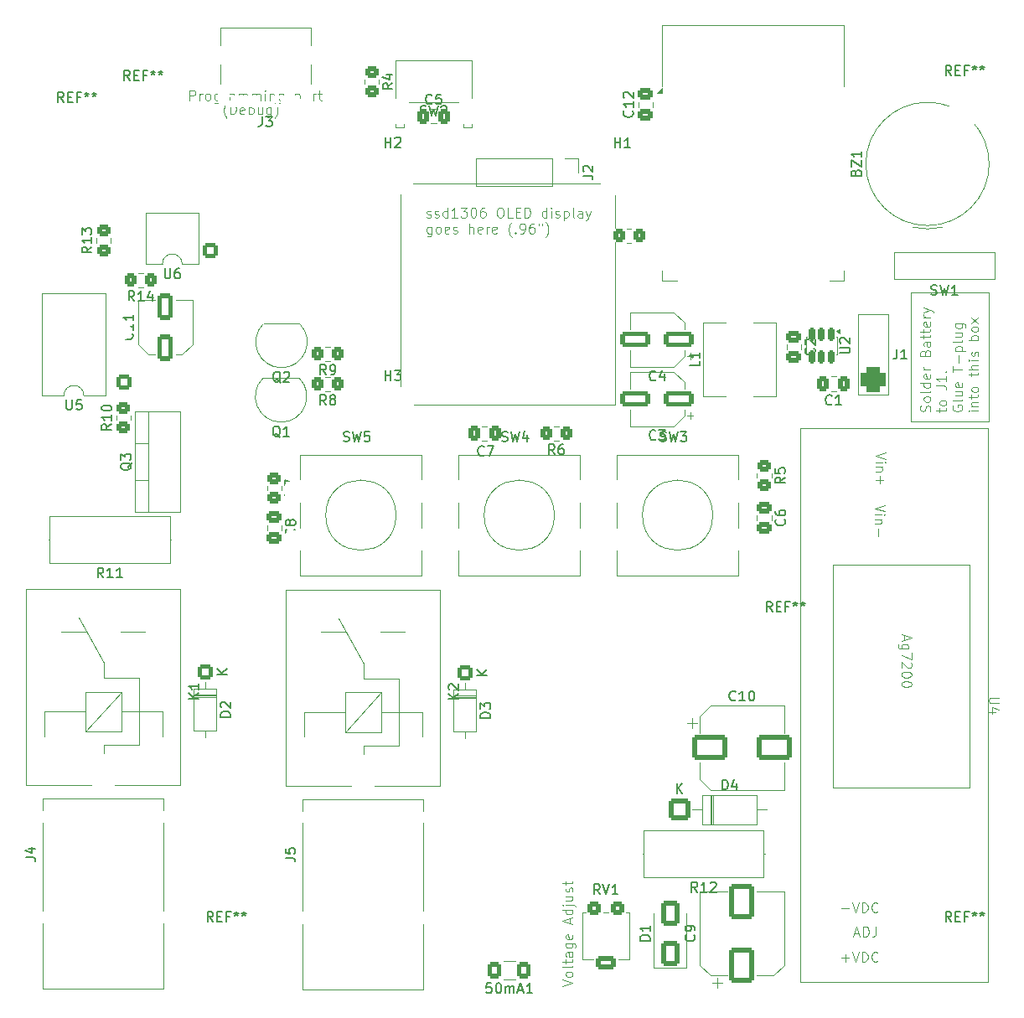
<source format=gbr>
%TF.GenerationSoftware,KiCad,Pcbnew,9.0.6*%
%TF.CreationDate,2026-01-02T13:15:05-05:00*%
%TF.ProjectId,Ionto,496f6e74-6f2e-46b6-9963-61645f706362,rev?*%
%TF.SameCoordinates,Original*%
%TF.FileFunction,Legend,Top*%
%TF.FilePolarity,Positive*%
%FSLAX46Y46*%
G04 Gerber Fmt 4.6, Leading zero omitted, Abs format (unit mm)*
G04 Created by KiCad (PCBNEW 9.0.6) date 2026-01-02 13:15:05*
%MOMM*%
%LPD*%
G01*
G04 APERTURE LIST*
G04 Aperture macros list*
%AMRoundRect*
0 Rectangle with rounded corners*
0 $1 Rounding radius*
0 $2 $3 $4 $5 $6 $7 $8 $9 X,Y pos of 4 corners*
0 Add a 4 corners polygon primitive as box body*
4,1,4,$2,$3,$4,$5,$6,$7,$8,$9,$2,$3,0*
0 Add four circle primitives for the rounded corners*
1,1,$1+$1,$2,$3*
1,1,$1+$1,$4,$5*
1,1,$1+$1,$6,$7*
1,1,$1+$1,$8,$9*
0 Add four rect primitives between the rounded corners*
20,1,$1+$1,$2,$3,$4,$5,0*
20,1,$1+$1,$4,$5,$6,$7,0*
20,1,$1+$1,$6,$7,$8,$9,0*
20,1,$1+$1,$8,$9,$2,$3,0*%
G04 Aperture macros list end*
%ADD10C,0.100000*%
%ADD11C,0.150000*%
%ADD12C,0.120000*%
%ADD13RoundRect,0.250000X0.350000X0.450000X-0.350000X0.450000X-0.350000X-0.450000X0.350000X-0.450000X0*%
%ADD14RoundRect,0.250000X0.650000X-1.000000X0.650000X1.000000X-0.650000X1.000000X-0.650000X-1.000000X0*%
%ADD15C,3.200000*%
%ADD16RoundRect,0.250000X-0.450000X0.350000X-0.450000X-0.350000X0.450000X-0.350000X0.450000X0.350000X0*%
%ADD17RoundRect,0.250000X0.337500X0.475000X-0.337500X0.475000X-0.337500X-0.475000X0.337500X-0.475000X0*%
%ADD18C,2.600000*%
%ADD19C,4.400000*%
%ADD20O,3.200000X1.900000*%
%ADD21C,1.700000*%
%ADD22C,3.500000*%
%ADD23RoundRect,0.250000X0.550000X0.550000X-0.550000X0.550000X-0.550000X-0.550000X0.550000X-0.550000X0*%
%ADD24C,1.600000*%
%ADD25RoundRect,0.250001X0.462499X0.624999X-0.462499X0.624999X-0.462499X-0.624999X0.462499X-0.624999X0*%
%ADD26R,1.050000X1.500000*%
%ADD27O,1.050000X1.500000*%
%ADD28C,2.000000*%
%ADD29RoundRect,0.650000X0.650000X-0.650000X0.650000X0.650000X-0.650000X0.650000X-0.650000X-0.650000X0*%
%ADD30RoundRect,0.250000X-0.475000X0.337500X-0.475000X-0.337500X0.475000X-0.337500X0.475000X0.337500X0*%
%ADD31RoundRect,0.250000X0.550000X-1.137500X0.550000X1.137500X-0.550000X1.137500X-0.550000X-1.137500X0*%
%ADD32RoundRect,0.250000X-1.500000X-1.000000X1.500000X-1.000000X1.500000X1.000000X-1.500000X1.000000X0*%
%ADD33R,2.200000X1.500000*%
%ADD34RoundRect,0.150000X-0.150000X0.512500X-0.150000X-0.512500X0.150000X-0.512500X0.150000X0.512500X0*%
%ADD35RoundRect,0.250000X0.475000X-0.337500X0.475000X0.337500X-0.475000X0.337500X-0.475000X-0.337500X0*%
%ADD36R,1.700000X1.700000*%
%ADD37RoundRect,0.250000X1.250000X0.550000X-1.250000X0.550000X-1.250000X-0.550000X1.250000X-0.550000X0*%
%ADD38C,2.200000*%
%ADD39R,2.000000X1.905000*%
%ADD40O,2.000000X1.905000*%
%ADD41C,3.000000*%
%ADD42C,2.500000*%
%ADD43RoundRect,0.250000X1.000000X-1.500000X1.000000X1.500000X-1.000000X1.500000X-1.000000X-1.500000X0*%
%ADD44RoundRect,0.250000X-0.400000X-0.400000X0.400000X-0.400000X0.400000X0.400000X-0.400000X0.400000X0*%
%ADD45RoundRect,0.250000X-0.750000X-0.400000X0.750000X-0.400000X0.750000X0.400000X-0.750000X0.400000X0*%
%ADD46RoundRect,0.249999X-0.850001X-0.850001X0.850001X-0.850001X0.850001X0.850001X-0.850001X0.850001X0*%
%ADD47R,2.000000X2.000000*%
%ADD48C,2.400000*%
%ADD49RoundRect,0.250000X-0.337500X-0.475000X0.337500X-0.475000X0.337500X0.475000X-0.337500X0.475000X0*%
%ADD50RoundRect,0.250000X-0.550000X0.550000X-0.550000X-0.550000X0.550000X-0.550000X0.550000X0.550000X0*%
%ADD51R,1.500000X0.900000*%
%ADD52R,0.900000X1.500000*%
%ADD53C,0.600000*%
%ADD54R,3.900000X3.900000*%
%ADD55RoundRect,0.250000X0.450000X-0.350000X0.450000X0.350000X-0.450000X0.350000X-0.450000X-0.350000X0*%
%ADD56C,0.650000*%
%ADD57R,0.300000X1.150000*%
%ADD58O,1.000000X2.100000*%
%ADD59O,1.000000X1.600000*%
%ADD60R,1.500000X1.500000*%
G04 APERTURE END LIST*
D10*
X55900000Y-29960000D02*
X77600000Y-29960000D01*
X77600000Y-52360000D01*
X55900000Y-52360000D01*
X55900000Y-29960000D01*
X107462500Y-41010000D02*
X115337500Y-41010000D01*
X115337500Y-54010000D01*
X107462500Y-54010000D01*
X107462500Y-41010000D01*
X38339598Y-23353371D02*
X38291979Y-23305752D01*
X38291979Y-23305752D02*
X38196741Y-23162895D01*
X38196741Y-23162895D02*
X38149122Y-23067657D01*
X38149122Y-23067657D02*
X38101503Y-22924800D01*
X38101503Y-22924800D02*
X38053884Y-22686704D01*
X38053884Y-22686704D02*
X38053884Y-22496228D01*
X38053884Y-22496228D02*
X38101503Y-22258133D01*
X38101503Y-22258133D02*
X38149122Y-22115276D01*
X38149122Y-22115276D02*
X38196741Y-22020038D01*
X38196741Y-22020038D02*
X38291979Y-21877180D01*
X38291979Y-21877180D02*
X38339598Y-21829561D01*
X38720551Y-22972419D02*
X38720551Y-21972419D01*
X38720551Y-21972419D02*
X38958646Y-21972419D01*
X38958646Y-21972419D02*
X39101503Y-22020038D01*
X39101503Y-22020038D02*
X39196741Y-22115276D01*
X39196741Y-22115276D02*
X39244360Y-22210514D01*
X39244360Y-22210514D02*
X39291979Y-22400990D01*
X39291979Y-22400990D02*
X39291979Y-22543847D01*
X39291979Y-22543847D02*
X39244360Y-22734323D01*
X39244360Y-22734323D02*
X39196741Y-22829561D01*
X39196741Y-22829561D02*
X39101503Y-22924800D01*
X39101503Y-22924800D02*
X38958646Y-22972419D01*
X38958646Y-22972419D02*
X38720551Y-22972419D01*
X40101503Y-22924800D02*
X40006265Y-22972419D01*
X40006265Y-22972419D02*
X39815789Y-22972419D01*
X39815789Y-22972419D02*
X39720551Y-22924800D01*
X39720551Y-22924800D02*
X39672932Y-22829561D01*
X39672932Y-22829561D02*
X39672932Y-22448609D01*
X39672932Y-22448609D02*
X39720551Y-22353371D01*
X39720551Y-22353371D02*
X39815789Y-22305752D01*
X39815789Y-22305752D02*
X40006265Y-22305752D01*
X40006265Y-22305752D02*
X40101503Y-22353371D01*
X40101503Y-22353371D02*
X40149122Y-22448609D01*
X40149122Y-22448609D02*
X40149122Y-22543847D01*
X40149122Y-22543847D02*
X39672932Y-22639085D01*
X40577694Y-22972419D02*
X40577694Y-21972419D01*
X40577694Y-22353371D02*
X40672932Y-22305752D01*
X40672932Y-22305752D02*
X40863408Y-22305752D01*
X40863408Y-22305752D02*
X40958646Y-22353371D01*
X40958646Y-22353371D02*
X41006265Y-22400990D01*
X41006265Y-22400990D02*
X41053884Y-22496228D01*
X41053884Y-22496228D02*
X41053884Y-22781942D01*
X41053884Y-22781942D02*
X41006265Y-22877180D01*
X41006265Y-22877180D02*
X40958646Y-22924800D01*
X40958646Y-22924800D02*
X40863408Y-22972419D01*
X40863408Y-22972419D02*
X40672932Y-22972419D01*
X40672932Y-22972419D02*
X40577694Y-22924800D01*
X41911027Y-22305752D02*
X41911027Y-22972419D01*
X41482456Y-22305752D02*
X41482456Y-22829561D01*
X41482456Y-22829561D02*
X41530075Y-22924800D01*
X41530075Y-22924800D02*
X41625313Y-22972419D01*
X41625313Y-22972419D02*
X41768170Y-22972419D01*
X41768170Y-22972419D02*
X41863408Y-22924800D01*
X41863408Y-22924800D02*
X41911027Y-22877180D01*
X42815789Y-22305752D02*
X42815789Y-23115276D01*
X42815789Y-23115276D02*
X42768170Y-23210514D01*
X42768170Y-23210514D02*
X42720551Y-23258133D01*
X42720551Y-23258133D02*
X42625313Y-23305752D01*
X42625313Y-23305752D02*
X42482456Y-23305752D01*
X42482456Y-23305752D02*
X42387218Y-23258133D01*
X42815789Y-22924800D02*
X42720551Y-22972419D01*
X42720551Y-22972419D02*
X42530075Y-22972419D01*
X42530075Y-22972419D02*
X42434837Y-22924800D01*
X42434837Y-22924800D02*
X42387218Y-22877180D01*
X42387218Y-22877180D02*
X42339599Y-22781942D01*
X42339599Y-22781942D02*
X42339599Y-22496228D01*
X42339599Y-22496228D02*
X42387218Y-22400990D01*
X42387218Y-22400990D02*
X42434837Y-22353371D01*
X42434837Y-22353371D02*
X42530075Y-22305752D01*
X42530075Y-22305752D02*
X42720551Y-22305752D01*
X42720551Y-22305752D02*
X42815789Y-22353371D01*
X43196742Y-23353371D02*
X43244361Y-23305752D01*
X43244361Y-23305752D02*
X43339599Y-23162895D01*
X43339599Y-23162895D02*
X43387218Y-23067657D01*
X43387218Y-23067657D02*
X43434837Y-22924800D01*
X43434837Y-22924800D02*
X43482456Y-22686704D01*
X43482456Y-22686704D02*
X43482456Y-22496228D01*
X43482456Y-22496228D02*
X43434837Y-22258133D01*
X43434837Y-22258133D02*
X43387218Y-22115276D01*
X43387218Y-22115276D02*
X43339599Y-22020038D01*
X43339599Y-22020038D02*
X43244361Y-21877180D01*
X43244361Y-21877180D02*
X43196742Y-21829561D01*
X58556265Y-33374856D02*
X58651503Y-33422475D01*
X58651503Y-33422475D02*
X58841979Y-33422475D01*
X58841979Y-33422475D02*
X58937217Y-33374856D01*
X58937217Y-33374856D02*
X58984836Y-33279617D01*
X58984836Y-33279617D02*
X58984836Y-33231998D01*
X58984836Y-33231998D02*
X58937217Y-33136760D01*
X58937217Y-33136760D02*
X58841979Y-33089141D01*
X58841979Y-33089141D02*
X58699122Y-33089141D01*
X58699122Y-33089141D02*
X58603884Y-33041522D01*
X58603884Y-33041522D02*
X58556265Y-32946284D01*
X58556265Y-32946284D02*
X58556265Y-32898665D01*
X58556265Y-32898665D02*
X58603884Y-32803427D01*
X58603884Y-32803427D02*
X58699122Y-32755808D01*
X58699122Y-32755808D02*
X58841979Y-32755808D01*
X58841979Y-32755808D02*
X58937217Y-32803427D01*
X59365789Y-33374856D02*
X59461027Y-33422475D01*
X59461027Y-33422475D02*
X59651503Y-33422475D01*
X59651503Y-33422475D02*
X59746741Y-33374856D01*
X59746741Y-33374856D02*
X59794360Y-33279617D01*
X59794360Y-33279617D02*
X59794360Y-33231998D01*
X59794360Y-33231998D02*
X59746741Y-33136760D01*
X59746741Y-33136760D02*
X59651503Y-33089141D01*
X59651503Y-33089141D02*
X59508646Y-33089141D01*
X59508646Y-33089141D02*
X59413408Y-33041522D01*
X59413408Y-33041522D02*
X59365789Y-32946284D01*
X59365789Y-32946284D02*
X59365789Y-32898665D01*
X59365789Y-32898665D02*
X59413408Y-32803427D01*
X59413408Y-32803427D02*
X59508646Y-32755808D01*
X59508646Y-32755808D02*
X59651503Y-32755808D01*
X59651503Y-32755808D02*
X59746741Y-32803427D01*
X60651503Y-33422475D02*
X60651503Y-32422475D01*
X60651503Y-33374856D02*
X60556265Y-33422475D01*
X60556265Y-33422475D02*
X60365789Y-33422475D01*
X60365789Y-33422475D02*
X60270551Y-33374856D01*
X60270551Y-33374856D02*
X60222932Y-33327236D01*
X60222932Y-33327236D02*
X60175313Y-33231998D01*
X60175313Y-33231998D02*
X60175313Y-32946284D01*
X60175313Y-32946284D02*
X60222932Y-32851046D01*
X60222932Y-32851046D02*
X60270551Y-32803427D01*
X60270551Y-32803427D02*
X60365789Y-32755808D01*
X60365789Y-32755808D02*
X60556265Y-32755808D01*
X60556265Y-32755808D02*
X60651503Y-32803427D01*
X61651503Y-33422475D02*
X61080075Y-33422475D01*
X61365789Y-33422475D02*
X61365789Y-32422475D01*
X61365789Y-32422475D02*
X61270551Y-32565332D01*
X61270551Y-32565332D02*
X61175313Y-32660570D01*
X61175313Y-32660570D02*
X61080075Y-32708189D01*
X61984837Y-32422475D02*
X62603884Y-32422475D01*
X62603884Y-32422475D02*
X62270551Y-32803427D01*
X62270551Y-32803427D02*
X62413408Y-32803427D01*
X62413408Y-32803427D02*
X62508646Y-32851046D01*
X62508646Y-32851046D02*
X62556265Y-32898665D01*
X62556265Y-32898665D02*
X62603884Y-32993903D01*
X62603884Y-32993903D02*
X62603884Y-33231998D01*
X62603884Y-33231998D02*
X62556265Y-33327236D01*
X62556265Y-33327236D02*
X62508646Y-33374856D01*
X62508646Y-33374856D02*
X62413408Y-33422475D01*
X62413408Y-33422475D02*
X62127694Y-33422475D01*
X62127694Y-33422475D02*
X62032456Y-33374856D01*
X62032456Y-33374856D02*
X61984837Y-33327236D01*
X63222932Y-32422475D02*
X63318170Y-32422475D01*
X63318170Y-32422475D02*
X63413408Y-32470094D01*
X63413408Y-32470094D02*
X63461027Y-32517713D01*
X63461027Y-32517713D02*
X63508646Y-32612951D01*
X63508646Y-32612951D02*
X63556265Y-32803427D01*
X63556265Y-32803427D02*
X63556265Y-33041522D01*
X63556265Y-33041522D02*
X63508646Y-33231998D01*
X63508646Y-33231998D02*
X63461027Y-33327236D01*
X63461027Y-33327236D02*
X63413408Y-33374856D01*
X63413408Y-33374856D02*
X63318170Y-33422475D01*
X63318170Y-33422475D02*
X63222932Y-33422475D01*
X63222932Y-33422475D02*
X63127694Y-33374856D01*
X63127694Y-33374856D02*
X63080075Y-33327236D01*
X63080075Y-33327236D02*
X63032456Y-33231998D01*
X63032456Y-33231998D02*
X62984837Y-33041522D01*
X62984837Y-33041522D02*
X62984837Y-32803427D01*
X62984837Y-32803427D02*
X63032456Y-32612951D01*
X63032456Y-32612951D02*
X63080075Y-32517713D01*
X63080075Y-32517713D02*
X63127694Y-32470094D01*
X63127694Y-32470094D02*
X63222932Y-32422475D01*
X64413408Y-32422475D02*
X64222932Y-32422475D01*
X64222932Y-32422475D02*
X64127694Y-32470094D01*
X64127694Y-32470094D02*
X64080075Y-32517713D01*
X64080075Y-32517713D02*
X63984837Y-32660570D01*
X63984837Y-32660570D02*
X63937218Y-32851046D01*
X63937218Y-32851046D02*
X63937218Y-33231998D01*
X63937218Y-33231998D02*
X63984837Y-33327236D01*
X63984837Y-33327236D02*
X64032456Y-33374856D01*
X64032456Y-33374856D02*
X64127694Y-33422475D01*
X64127694Y-33422475D02*
X64318170Y-33422475D01*
X64318170Y-33422475D02*
X64413408Y-33374856D01*
X64413408Y-33374856D02*
X64461027Y-33327236D01*
X64461027Y-33327236D02*
X64508646Y-33231998D01*
X64508646Y-33231998D02*
X64508646Y-32993903D01*
X64508646Y-32993903D02*
X64461027Y-32898665D01*
X64461027Y-32898665D02*
X64413408Y-32851046D01*
X64413408Y-32851046D02*
X64318170Y-32803427D01*
X64318170Y-32803427D02*
X64127694Y-32803427D01*
X64127694Y-32803427D02*
X64032456Y-32851046D01*
X64032456Y-32851046D02*
X63984837Y-32898665D01*
X63984837Y-32898665D02*
X63937218Y-32993903D01*
X65889599Y-32422475D02*
X66080075Y-32422475D01*
X66080075Y-32422475D02*
X66175313Y-32470094D01*
X66175313Y-32470094D02*
X66270551Y-32565332D01*
X66270551Y-32565332D02*
X66318170Y-32755808D01*
X66318170Y-32755808D02*
X66318170Y-33089141D01*
X66318170Y-33089141D02*
X66270551Y-33279617D01*
X66270551Y-33279617D02*
X66175313Y-33374856D01*
X66175313Y-33374856D02*
X66080075Y-33422475D01*
X66080075Y-33422475D02*
X65889599Y-33422475D01*
X65889599Y-33422475D02*
X65794361Y-33374856D01*
X65794361Y-33374856D02*
X65699123Y-33279617D01*
X65699123Y-33279617D02*
X65651504Y-33089141D01*
X65651504Y-33089141D02*
X65651504Y-32755808D01*
X65651504Y-32755808D02*
X65699123Y-32565332D01*
X65699123Y-32565332D02*
X65794361Y-32470094D01*
X65794361Y-32470094D02*
X65889599Y-32422475D01*
X67222932Y-33422475D02*
X66746742Y-33422475D01*
X66746742Y-33422475D02*
X66746742Y-32422475D01*
X67556266Y-32898665D02*
X67889599Y-32898665D01*
X68032456Y-33422475D02*
X67556266Y-33422475D01*
X67556266Y-33422475D02*
X67556266Y-32422475D01*
X67556266Y-32422475D02*
X68032456Y-32422475D01*
X68461028Y-33422475D02*
X68461028Y-32422475D01*
X68461028Y-32422475D02*
X68699123Y-32422475D01*
X68699123Y-32422475D02*
X68841980Y-32470094D01*
X68841980Y-32470094D02*
X68937218Y-32565332D01*
X68937218Y-32565332D02*
X68984837Y-32660570D01*
X68984837Y-32660570D02*
X69032456Y-32851046D01*
X69032456Y-32851046D02*
X69032456Y-32993903D01*
X69032456Y-32993903D02*
X68984837Y-33184379D01*
X68984837Y-33184379D02*
X68937218Y-33279617D01*
X68937218Y-33279617D02*
X68841980Y-33374856D01*
X68841980Y-33374856D02*
X68699123Y-33422475D01*
X68699123Y-33422475D02*
X68461028Y-33422475D01*
X70651504Y-33422475D02*
X70651504Y-32422475D01*
X70651504Y-33374856D02*
X70556266Y-33422475D01*
X70556266Y-33422475D02*
X70365790Y-33422475D01*
X70365790Y-33422475D02*
X70270552Y-33374856D01*
X70270552Y-33374856D02*
X70222933Y-33327236D01*
X70222933Y-33327236D02*
X70175314Y-33231998D01*
X70175314Y-33231998D02*
X70175314Y-32946284D01*
X70175314Y-32946284D02*
X70222933Y-32851046D01*
X70222933Y-32851046D02*
X70270552Y-32803427D01*
X70270552Y-32803427D02*
X70365790Y-32755808D01*
X70365790Y-32755808D02*
X70556266Y-32755808D01*
X70556266Y-32755808D02*
X70651504Y-32803427D01*
X71127695Y-33422475D02*
X71127695Y-32755808D01*
X71127695Y-32422475D02*
X71080076Y-32470094D01*
X71080076Y-32470094D02*
X71127695Y-32517713D01*
X71127695Y-32517713D02*
X71175314Y-32470094D01*
X71175314Y-32470094D02*
X71127695Y-32422475D01*
X71127695Y-32422475D02*
X71127695Y-32517713D01*
X71556266Y-33374856D02*
X71651504Y-33422475D01*
X71651504Y-33422475D02*
X71841980Y-33422475D01*
X71841980Y-33422475D02*
X71937218Y-33374856D01*
X71937218Y-33374856D02*
X71984837Y-33279617D01*
X71984837Y-33279617D02*
X71984837Y-33231998D01*
X71984837Y-33231998D02*
X71937218Y-33136760D01*
X71937218Y-33136760D02*
X71841980Y-33089141D01*
X71841980Y-33089141D02*
X71699123Y-33089141D01*
X71699123Y-33089141D02*
X71603885Y-33041522D01*
X71603885Y-33041522D02*
X71556266Y-32946284D01*
X71556266Y-32946284D02*
X71556266Y-32898665D01*
X71556266Y-32898665D02*
X71603885Y-32803427D01*
X71603885Y-32803427D02*
X71699123Y-32755808D01*
X71699123Y-32755808D02*
X71841980Y-32755808D01*
X71841980Y-32755808D02*
X71937218Y-32803427D01*
X72413409Y-32755808D02*
X72413409Y-33755808D01*
X72413409Y-32803427D02*
X72508647Y-32755808D01*
X72508647Y-32755808D02*
X72699123Y-32755808D01*
X72699123Y-32755808D02*
X72794361Y-32803427D01*
X72794361Y-32803427D02*
X72841980Y-32851046D01*
X72841980Y-32851046D02*
X72889599Y-32946284D01*
X72889599Y-32946284D02*
X72889599Y-33231998D01*
X72889599Y-33231998D02*
X72841980Y-33327236D01*
X72841980Y-33327236D02*
X72794361Y-33374856D01*
X72794361Y-33374856D02*
X72699123Y-33422475D01*
X72699123Y-33422475D02*
X72508647Y-33422475D01*
X72508647Y-33422475D02*
X72413409Y-33374856D01*
X73461028Y-33422475D02*
X73365790Y-33374856D01*
X73365790Y-33374856D02*
X73318171Y-33279617D01*
X73318171Y-33279617D02*
X73318171Y-32422475D01*
X74270552Y-33422475D02*
X74270552Y-32898665D01*
X74270552Y-32898665D02*
X74222933Y-32803427D01*
X74222933Y-32803427D02*
X74127695Y-32755808D01*
X74127695Y-32755808D02*
X73937219Y-32755808D01*
X73937219Y-32755808D02*
X73841981Y-32803427D01*
X74270552Y-33374856D02*
X74175314Y-33422475D01*
X74175314Y-33422475D02*
X73937219Y-33422475D01*
X73937219Y-33422475D02*
X73841981Y-33374856D01*
X73841981Y-33374856D02*
X73794362Y-33279617D01*
X73794362Y-33279617D02*
X73794362Y-33184379D01*
X73794362Y-33184379D02*
X73841981Y-33089141D01*
X73841981Y-33089141D02*
X73937219Y-33041522D01*
X73937219Y-33041522D02*
X74175314Y-33041522D01*
X74175314Y-33041522D02*
X74270552Y-32993903D01*
X74651505Y-32755808D02*
X74889600Y-33422475D01*
X75127695Y-32755808D02*
X74889600Y-33422475D01*
X74889600Y-33422475D02*
X74794362Y-33660570D01*
X74794362Y-33660570D02*
X74746743Y-33708189D01*
X74746743Y-33708189D02*
X74651505Y-33755808D01*
X59032455Y-34365752D02*
X59032455Y-35175276D01*
X59032455Y-35175276D02*
X58984836Y-35270514D01*
X58984836Y-35270514D02*
X58937217Y-35318133D01*
X58937217Y-35318133D02*
X58841979Y-35365752D01*
X58841979Y-35365752D02*
X58699122Y-35365752D01*
X58699122Y-35365752D02*
X58603884Y-35318133D01*
X59032455Y-34984800D02*
X58937217Y-35032419D01*
X58937217Y-35032419D02*
X58746741Y-35032419D01*
X58746741Y-35032419D02*
X58651503Y-34984800D01*
X58651503Y-34984800D02*
X58603884Y-34937180D01*
X58603884Y-34937180D02*
X58556265Y-34841942D01*
X58556265Y-34841942D02*
X58556265Y-34556228D01*
X58556265Y-34556228D02*
X58603884Y-34460990D01*
X58603884Y-34460990D02*
X58651503Y-34413371D01*
X58651503Y-34413371D02*
X58746741Y-34365752D01*
X58746741Y-34365752D02*
X58937217Y-34365752D01*
X58937217Y-34365752D02*
X59032455Y-34413371D01*
X59651503Y-35032419D02*
X59556265Y-34984800D01*
X59556265Y-34984800D02*
X59508646Y-34937180D01*
X59508646Y-34937180D02*
X59461027Y-34841942D01*
X59461027Y-34841942D02*
X59461027Y-34556228D01*
X59461027Y-34556228D02*
X59508646Y-34460990D01*
X59508646Y-34460990D02*
X59556265Y-34413371D01*
X59556265Y-34413371D02*
X59651503Y-34365752D01*
X59651503Y-34365752D02*
X59794360Y-34365752D01*
X59794360Y-34365752D02*
X59889598Y-34413371D01*
X59889598Y-34413371D02*
X59937217Y-34460990D01*
X59937217Y-34460990D02*
X59984836Y-34556228D01*
X59984836Y-34556228D02*
X59984836Y-34841942D01*
X59984836Y-34841942D02*
X59937217Y-34937180D01*
X59937217Y-34937180D02*
X59889598Y-34984800D01*
X59889598Y-34984800D02*
X59794360Y-35032419D01*
X59794360Y-35032419D02*
X59651503Y-35032419D01*
X60794360Y-34984800D02*
X60699122Y-35032419D01*
X60699122Y-35032419D02*
X60508646Y-35032419D01*
X60508646Y-35032419D02*
X60413408Y-34984800D01*
X60413408Y-34984800D02*
X60365789Y-34889561D01*
X60365789Y-34889561D02*
X60365789Y-34508609D01*
X60365789Y-34508609D02*
X60413408Y-34413371D01*
X60413408Y-34413371D02*
X60508646Y-34365752D01*
X60508646Y-34365752D02*
X60699122Y-34365752D01*
X60699122Y-34365752D02*
X60794360Y-34413371D01*
X60794360Y-34413371D02*
X60841979Y-34508609D01*
X60841979Y-34508609D02*
X60841979Y-34603847D01*
X60841979Y-34603847D02*
X60365789Y-34699085D01*
X61222932Y-34984800D02*
X61318170Y-35032419D01*
X61318170Y-35032419D02*
X61508646Y-35032419D01*
X61508646Y-35032419D02*
X61603884Y-34984800D01*
X61603884Y-34984800D02*
X61651503Y-34889561D01*
X61651503Y-34889561D02*
X61651503Y-34841942D01*
X61651503Y-34841942D02*
X61603884Y-34746704D01*
X61603884Y-34746704D02*
X61508646Y-34699085D01*
X61508646Y-34699085D02*
X61365789Y-34699085D01*
X61365789Y-34699085D02*
X61270551Y-34651466D01*
X61270551Y-34651466D02*
X61222932Y-34556228D01*
X61222932Y-34556228D02*
X61222932Y-34508609D01*
X61222932Y-34508609D02*
X61270551Y-34413371D01*
X61270551Y-34413371D02*
X61365789Y-34365752D01*
X61365789Y-34365752D02*
X61508646Y-34365752D01*
X61508646Y-34365752D02*
X61603884Y-34413371D01*
X62841980Y-35032419D02*
X62841980Y-34032419D01*
X63270551Y-35032419D02*
X63270551Y-34508609D01*
X63270551Y-34508609D02*
X63222932Y-34413371D01*
X63222932Y-34413371D02*
X63127694Y-34365752D01*
X63127694Y-34365752D02*
X62984837Y-34365752D01*
X62984837Y-34365752D02*
X62889599Y-34413371D01*
X62889599Y-34413371D02*
X62841980Y-34460990D01*
X64127694Y-34984800D02*
X64032456Y-35032419D01*
X64032456Y-35032419D02*
X63841980Y-35032419D01*
X63841980Y-35032419D02*
X63746742Y-34984800D01*
X63746742Y-34984800D02*
X63699123Y-34889561D01*
X63699123Y-34889561D02*
X63699123Y-34508609D01*
X63699123Y-34508609D02*
X63746742Y-34413371D01*
X63746742Y-34413371D02*
X63841980Y-34365752D01*
X63841980Y-34365752D02*
X64032456Y-34365752D01*
X64032456Y-34365752D02*
X64127694Y-34413371D01*
X64127694Y-34413371D02*
X64175313Y-34508609D01*
X64175313Y-34508609D02*
X64175313Y-34603847D01*
X64175313Y-34603847D02*
X63699123Y-34699085D01*
X64603885Y-35032419D02*
X64603885Y-34365752D01*
X64603885Y-34556228D02*
X64651504Y-34460990D01*
X64651504Y-34460990D02*
X64699123Y-34413371D01*
X64699123Y-34413371D02*
X64794361Y-34365752D01*
X64794361Y-34365752D02*
X64889599Y-34365752D01*
X65603885Y-34984800D02*
X65508647Y-35032419D01*
X65508647Y-35032419D02*
X65318171Y-35032419D01*
X65318171Y-35032419D02*
X65222933Y-34984800D01*
X65222933Y-34984800D02*
X65175314Y-34889561D01*
X65175314Y-34889561D02*
X65175314Y-34508609D01*
X65175314Y-34508609D02*
X65222933Y-34413371D01*
X65222933Y-34413371D02*
X65318171Y-34365752D01*
X65318171Y-34365752D02*
X65508647Y-34365752D01*
X65508647Y-34365752D02*
X65603885Y-34413371D01*
X65603885Y-34413371D02*
X65651504Y-34508609D01*
X65651504Y-34508609D02*
X65651504Y-34603847D01*
X65651504Y-34603847D02*
X65175314Y-34699085D01*
X67127695Y-35413371D02*
X67080076Y-35365752D01*
X67080076Y-35365752D02*
X66984838Y-35222895D01*
X66984838Y-35222895D02*
X66937219Y-35127657D01*
X66937219Y-35127657D02*
X66889600Y-34984800D01*
X66889600Y-34984800D02*
X66841981Y-34746704D01*
X66841981Y-34746704D02*
X66841981Y-34556228D01*
X66841981Y-34556228D02*
X66889600Y-34318133D01*
X66889600Y-34318133D02*
X66937219Y-34175276D01*
X66937219Y-34175276D02*
X66984838Y-34080038D01*
X66984838Y-34080038D02*
X67080076Y-33937180D01*
X67080076Y-33937180D02*
X67127695Y-33889561D01*
X67508648Y-34937180D02*
X67556267Y-34984800D01*
X67556267Y-34984800D02*
X67508648Y-35032419D01*
X67508648Y-35032419D02*
X67461029Y-34984800D01*
X67461029Y-34984800D02*
X67508648Y-34937180D01*
X67508648Y-34937180D02*
X67508648Y-35032419D01*
X68032457Y-35032419D02*
X68222933Y-35032419D01*
X68222933Y-35032419D02*
X68318171Y-34984800D01*
X68318171Y-34984800D02*
X68365790Y-34937180D01*
X68365790Y-34937180D02*
X68461028Y-34794323D01*
X68461028Y-34794323D02*
X68508647Y-34603847D01*
X68508647Y-34603847D02*
X68508647Y-34222895D01*
X68508647Y-34222895D02*
X68461028Y-34127657D01*
X68461028Y-34127657D02*
X68413409Y-34080038D01*
X68413409Y-34080038D02*
X68318171Y-34032419D01*
X68318171Y-34032419D02*
X68127695Y-34032419D01*
X68127695Y-34032419D02*
X68032457Y-34080038D01*
X68032457Y-34080038D02*
X67984838Y-34127657D01*
X67984838Y-34127657D02*
X67937219Y-34222895D01*
X67937219Y-34222895D02*
X67937219Y-34460990D01*
X67937219Y-34460990D02*
X67984838Y-34556228D01*
X67984838Y-34556228D02*
X68032457Y-34603847D01*
X68032457Y-34603847D02*
X68127695Y-34651466D01*
X68127695Y-34651466D02*
X68318171Y-34651466D01*
X68318171Y-34651466D02*
X68413409Y-34603847D01*
X68413409Y-34603847D02*
X68461028Y-34556228D01*
X68461028Y-34556228D02*
X68508647Y-34460990D01*
X69365790Y-34032419D02*
X69175314Y-34032419D01*
X69175314Y-34032419D02*
X69080076Y-34080038D01*
X69080076Y-34080038D02*
X69032457Y-34127657D01*
X69032457Y-34127657D02*
X68937219Y-34270514D01*
X68937219Y-34270514D02*
X68889600Y-34460990D01*
X68889600Y-34460990D02*
X68889600Y-34841942D01*
X68889600Y-34841942D02*
X68937219Y-34937180D01*
X68937219Y-34937180D02*
X68984838Y-34984800D01*
X68984838Y-34984800D02*
X69080076Y-35032419D01*
X69080076Y-35032419D02*
X69270552Y-35032419D01*
X69270552Y-35032419D02*
X69365790Y-34984800D01*
X69365790Y-34984800D02*
X69413409Y-34937180D01*
X69413409Y-34937180D02*
X69461028Y-34841942D01*
X69461028Y-34841942D02*
X69461028Y-34603847D01*
X69461028Y-34603847D02*
X69413409Y-34508609D01*
X69413409Y-34508609D02*
X69365790Y-34460990D01*
X69365790Y-34460990D02*
X69270552Y-34413371D01*
X69270552Y-34413371D02*
X69080076Y-34413371D01*
X69080076Y-34413371D02*
X68984838Y-34460990D01*
X68984838Y-34460990D02*
X68937219Y-34508609D01*
X68937219Y-34508609D02*
X68889600Y-34603847D01*
X69841981Y-34032419D02*
X69841981Y-34222895D01*
X70222933Y-34032419D02*
X70222933Y-34222895D01*
X70556267Y-35413371D02*
X70603886Y-35365752D01*
X70603886Y-35365752D02*
X70699124Y-35222895D01*
X70699124Y-35222895D02*
X70746743Y-35127657D01*
X70746743Y-35127657D02*
X70794362Y-34984800D01*
X70794362Y-34984800D02*
X70841981Y-34746704D01*
X70841981Y-34746704D02*
X70841981Y-34556228D01*
X70841981Y-34556228D02*
X70794362Y-34318133D01*
X70794362Y-34318133D02*
X70746743Y-34175276D01*
X70746743Y-34175276D02*
X70699124Y-34080038D01*
X70699124Y-34080038D02*
X70603886Y-33937180D01*
X70603886Y-33937180D02*
X70556267Y-33889561D01*
X34603884Y-21572419D02*
X34603884Y-20572419D01*
X34603884Y-20572419D02*
X34984836Y-20572419D01*
X34984836Y-20572419D02*
X35080074Y-20620038D01*
X35080074Y-20620038D02*
X35127693Y-20667657D01*
X35127693Y-20667657D02*
X35175312Y-20762895D01*
X35175312Y-20762895D02*
X35175312Y-20905752D01*
X35175312Y-20905752D02*
X35127693Y-21000990D01*
X35127693Y-21000990D02*
X35080074Y-21048609D01*
X35080074Y-21048609D02*
X34984836Y-21096228D01*
X34984836Y-21096228D02*
X34603884Y-21096228D01*
X35603884Y-21572419D02*
X35603884Y-20905752D01*
X35603884Y-21096228D02*
X35651503Y-21000990D01*
X35651503Y-21000990D02*
X35699122Y-20953371D01*
X35699122Y-20953371D02*
X35794360Y-20905752D01*
X35794360Y-20905752D02*
X35889598Y-20905752D01*
X36365789Y-21572419D02*
X36270551Y-21524800D01*
X36270551Y-21524800D02*
X36222932Y-21477180D01*
X36222932Y-21477180D02*
X36175313Y-21381942D01*
X36175313Y-21381942D02*
X36175313Y-21096228D01*
X36175313Y-21096228D02*
X36222932Y-21000990D01*
X36222932Y-21000990D02*
X36270551Y-20953371D01*
X36270551Y-20953371D02*
X36365789Y-20905752D01*
X36365789Y-20905752D02*
X36508646Y-20905752D01*
X36508646Y-20905752D02*
X36603884Y-20953371D01*
X36603884Y-20953371D02*
X36651503Y-21000990D01*
X36651503Y-21000990D02*
X36699122Y-21096228D01*
X36699122Y-21096228D02*
X36699122Y-21381942D01*
X36699122Y-21381942D02*
X36651503Y-21477180D01*
X36651503Y-21477180D02*
X36603884Y-21524800D01*
X36603884Y-21524800D02*
X36508646Y-21572419D01*
X36508646Y-21572419D02*
X36365789Y-21572419D01*
X37556265Y-20905752D02*
X37556265Y-21715276D01*
X37556265Y-21715276D02*
X37508646Y-21810514D01*
X37508646Y-21810514D02*
X37461027Y-21858133D01*
X37461027Y-21858133D02*
X37365789Y-21905752D01*
X37365789Y-21905752D02*
X37222932Y-21905752D01*
X37222932Y-21905752D02*
X37127694Y-21858133D01*
X37556265Y-21524800D02*
X37461027Y-21572419D01*
X37461027Y-21572419D02*
X37270551Y-21572419D01*
X37270551Y-21572419D02*
X37175313Y-21524800D01*
X37175313Y-21524800D02*
X37127694Y-21477180D01*
X37127694Y-21477180D02*
X37080075Y-21381942D01*
X37080075Y-21381942D02*
X37080075Y-21096228D01*
X37080075Y-21096228D02*
X37127694Y-21000990D01*
X37127694Y-21000990D02*
X37175313Y-20953371D01*
X37175313Y-20953371D02*
X37270551Y-20905752D01*
X37270551Y-20905752D02*
X37461027Y-20905752D01*
X37461027Y-20905752D02*
X37556265Y-20953371D01*
X38032456Y-21572419D02*
X38032456Y-20905752D01*
X38032456Y-21096228D02*
X38080075Y-21000990D01*
X38080075Y-21000990D02*
X38127694Y-20953371D01*
X38127694Y-20953371D02*
X38222932Y-20905752D01*
X38222932Y-20905752D02*
X38318170Y-20905752D01*
X39080075Y-21572419D02*
X39080075Y-21048609D01*
X39080075Y-21048609D02*
X39032456Y-20953371D01*
X39032456Y-20953371D02*
X38937218Y-20905752D01*
X38937218Y-20905752D02*
X38746742Y-20905752D01*
X38746742Y-20905752D02*
X38651504Y-20953371D01*
X39080075Y-21524800D02*
X38984837Y-21572419D01*
X38984837Y-21572419D02*
X38746742Y-21572419D01*
X38746742Y-21572419D02*
X38651504Y-21524800D01*
X38651504Y-21524800D02*
X38603885Y-21429561D01*
X38603885Y-21429561D02*
X38603885Y-21334323D01*
X38603885Y-21334323D02*
X38651504Y-21239085D01*
X38651504Y-21239085D02*
X38746742Y-21191466D01*
X38746742Y-21191466D02*
X38984837Y-21191466D01*
X38984837Y-21191466D02*
X39080075Y-21143847D01*
X39556266Y-21572419D02*
X39556266Y-20905752D01*
X39556266Y-21000990D02*
X39603885Y-20953371D01*
X39603885Y-20953371D02*
X39699123Y-20905752D01*
X39699123Y-20905752D02*
X39841980Y-20905752D01*
X39841980Y-20905752D02*
X39937218Y-20953371D01*
X39937218Y-20953371D02*
X39984837Y-21048609D01*
X39984837Y-21048609D02*
X39984837Y-21572419D01*
X39984837Y-21048609D02*
X40032456Y-20953371D01*
X40032456Y-20953371D02*
X40127694Y-20905752D01*
X40127694Y-20905752D02*
X40270551Y-20905752D01*
X40270551Y-20905752D02*
X40365790Y-20953371D01*
X40365790Y-20953371D02*
X40413409Y-21048609D01*
X40413409Y-21048609D02*
X40413409Y-21572419D01*
X40889599Y-21572419D02*
X40889599Y-20905752D01*
X40889599Y-21000990D02*
X40937218Y-20953371D01*
X40937218Y-20953371D02*
X41032456Y-20905752D01*
X41032456Y-20905752D02*
X41175313Y-20905752D01*
X41175313Y-20905752D02*
X41270551Y-20953371D01*
X41270551Y-20953371D02*
X41318170Y-21048609D01*
X41318170Y-21048609D02*
X41318170Y-21572419D01*
X41318170Y-21048609D02*
X41365789Y-20953371D01*
X41365789Y-20953371D02*
X41461027Y-20905752D01*
X41461027Y-20905752D02*
X41603884Y-20905752D01*
X41603884Y-20905752D02*
X41699123Y-20953371D01*
X41699123Y-20953371D02*
X41746742Y-21048609D01*
X41746742Y-21048609D02*
X41746742Y-21572419D01*
X42222932Y-21572419D02*
X42222932Y-20905752D01*
X42222932Y-20572419D02*
X42175313Y-20620038D01*
X42175313Y-20620038D02*
X42222932Y-20667657D01*
X42222932Y-20667657D02*
X42270551Y-20620038D01*
X42270551Y-20620038D02*
X42222932Y-20572419D01*
X42222932Y-20572419D02*
X42222932Y-20667657D01*
X42699122Y-20905752D02*
X42699122Y-21572419D01*
X42699122Y-21000990D02*
X42746741Y-20953371D01*
X42746741Y-20953371D02*
X42841979Y-20905752D01*
X42841979Y-20905752D02*
X42984836Y-20905752D01*
X42984836Y-20905752D02*
X43080074Y-20953371D01*
X43080074Y-20953371D02*
X43127693Y-21048609D01*
X43127693Y-21048609D02*
X43127693Y-21572419D01*
X44032455Y-20905752D02*
X44032455Y-21715276D01*
X44032455Y-21715276D02*
X43984836Y-21810514D01*
X43984836Y-21810514D02*
X43937217Y-21858133D01*
X43937217Y-21858133D02*
X43841979Y-21905752D01*
X43841979Y-21905752D02*
X43699122Y-21905752D01*
X43699122Y-21905752D02*
X43603884Y-21858133D01*
X44032455Y-21524800D02*
X43937217Y-21572419D01*
X43937217Y-21572419D02*
X43746741Y-21572419D01*
X43746741Y-21572419D02*
X43651503Y-21524800D01*
X43651503Y-21524800D02*
X43603884Y-21477180D01*
X43603884Y-21477180D02*
X43556265Y-21381942D01*
X43556265Y-21381942D02*
X43556265Y-21096228D01*
X43556265Y-21096228D02*
X43603884Y-21000990D01*
X43603884Y-21000990D02*
X43651503Y-20953371D01*
X43651503Y-20953371D02*
X43746741Y-20905752D01*
X43746741Y-20905752D02*
X43937217Y-20905752D01*
X43937217Y-20905752D02*
X44032455Y-20953371D01*
X45270551Y-20905752D02*
X45270551Y-21905752D01*
X45270551Y-20953371D02*
X45365789Y-20905752D01*
X45365789Y-20905752D02*
X45556265Y-20905752D01*
X45556265Y-20905752D02*
X45651503Y-20953371D01*
X45651503Y-20953371D02*
X45699122Y-21000990D01*
X45699122Y-21000990D02*
X45746741Y-21096228D01*
X45746741Y-21096228D02*
X45746741Y-21381942D01*
X45746741Y-21381942D02*
X45699122Y-21477180D01*
X45699122Y-21477180D02*
X45651503Y-21524800D01*
X45651503Y-21524800D02*
X45556265Y-21572419D01*
X45556265Y-21572419D02*
X45365789Y-21572419D01*
X45365789Y-21572419D02*
X45270551Y-21524800D01*
X46318170Y-21572419D02*
X46222932Y-21524800D01*
X46222932Y-21524800D02*
X46175313Y-21477180D01*
X46175313Y-21477180D02*
X46127694Y-21381942D01*
X46127694Y-21381942D02*
X46127694Y-21096228D01*
X46127694Y-21096228D02*
X46175313Y-21000990D01*
X46175313Y-21000990D02*
X46222932Y-20953371D01*
X46222932Y-20953371D02*
X46318170Y-20905752D01*
X46318170Y-20905752D02*
X46461027Y-20905752D01*
X46461027Y-20905752D02*
X46556265Y-20953371D01*
X46556265Y-20953371D02*
X46603884Y-21000990D01*
X46603884Y-21000990D02*
X46651503Y-21096228D01*
X46651503Y-21096228D02*
X46651503Y-21381942D01*
X46651503Y-21381942D02*
X46603884Y-21477180D01*
X46603884Y-21477180D02*
X46556265Y-21524800D01*
X46556265Y-21524800D02*
X46461027Y-21572419D01*
X46461027Y-21572419D02*
X46318170Y-21572419D01*
X47080075Y-21572419D02*
X47080075Y-20905752D01*
X47080075Y-21096228D02*
X47127694Y-21000990D01*
X47127694Y-21000990D02*
X47175313Y-20953371D01*
X47175313Y-20953371D02*
X47270551Y-20905752D01*
X47270551Y-20905752D02*
X47365789Y-20905752D01*
X47556266Y-20905752D02*
X47937218Y-20905752D01*
X47699123Y-20572419D02*
X47699123Y-21429561D01*
X47699123Y-21429561D02*
X47746742Y-21524800D01*
X47746742Y-21524800D02*
X47841980Y-21572419D01*
X47841980Y-21572419D02*
X47937218Y-21572419D01*
X72272419Y-111098972D02*
X73272419Y-110765639D01*
X73272419Y-110765639D02*
X72272419Y-110432306D01*
X73272419Y-109956115D02*
X73224800Y-110051353D01*
X73224800Y-110051353D02*
X73177180Y-110098972D01*
X73177180Y-110098972D02*
X73081942Y-110146591D01*
X73081942Y-110146591D02*
X72796228Y-110146591D01*
X72796228Y-110146591D02*
X72700990Y-110098972D01*
X72700990Y-110098972D02*
X72653371Y-110051353D01*
X72653371Y-110051353D02*
X72605752Y-109956115D01*
X72605752Y-109956115D02*
X72605752Y-109813258D01*
X72605752Y-109813258D02*
X72653371Y-109718020D01*
X72653371Y-109718020D02*
X72700990Y-109670401D01*
X72700990Y-109670401D02*
X72796228Y-109622782D01*
X72796228Y-109622782D02*
X73081942Y-109622782D01*
X73081942Y-109622782D02*
X73177180Y-109670401D01*
X73177180Y-109670401D02*
X73224800Y-109718020D01*
X73224800Y-109718020D02*
X73272419Y-109813258D01*
X73272419Y-109813258D02*
X73272419Y-109956115D01*
X73272419Y-109051353D02*
X73224800Y-109146591D01*
X73224800Y-109146591D02*
X73129561Y-109194210D01*
X73129561Y-109194210D02*
X72272419Y-109194210D01*
X72605752Y-108813257D02*
X72605752Y-108432305D01*
X72272419Y-108670400D02*
X73129561Y-108670400D01*
X73129561Y-108670400D02*
X73224800Y-108622781D01*
X73224800Y-108622781D02*
X73272419Y-108527543D01*
X73272419Y-108527543D02*
X73272419Y-108432305D01*
X73272419Y-107670400D02*
X72748609Y-107670400D01*
X72748609Y-107670400D02*
X72653371Y-107718019D01*
X72653371Y-107718019D02*
X72605752Y-107813257D01*
X72605752Y-107813257D02*
X72605752Y-108003733D01*
X72605752Y-108003733D02*
X72653371Y-108098971D01*
X73224800Y-107670400D02*
X73272419Y-107765638D01*
X73272419Y-107765638D02*
X73272419Y-108003733D01*
X73272419Y-108003733D02*
X73224800Y-108098971D01*
X73224800Y-108098971D02*
X73129561Y-108146590D01*
X73129561Y-108146590D02*
X73034323Y-108146590D01*
X73034323Y-108146590D02*
X72939085Y-108098971D01*
X72939085Y-108098971D02*
X72891466Y-108003733D01*
X72891466Y-108003733D02*
X72891466Y-107765638D01*
X72891466Y-107765638D02*
X72843847Y-107670400D01*
X72605752Y-106765638D02*
X73415276Y-106765638D01*
X73415276Y-106765638D02*
X73510514Y-106813257D01*
X73510514Y-106813257D02*
X73558133Y-106860876D01*
X73558133Y-106860876D02*
X73605752Y-106956114D01*
X73605752Y-106956114D02*
X73605752Y-107098971D01*
X73605752Y-107098971D02*
X73558133Y-107194209D01*
X73224800Y-106765638D02*
X73272419Y-106860876D01*
X73272419Y-106860876D02*
X73272419Y-107051352D01*
X73272419Y-107051352D02*
X73224800Y-107146590D01*
X73224800Y-107146590D02*
X73177180Y-107194209D01*
X73177180Y-107194209D02*
X73081942Y-107241828D01*
X73081942Y-107241828D02*
X72796228Y-107241828D01*
X72796228Y-107241828D02*
X72700990Y-107194209D01*
X72700990Y-107194209D02*
X72653371Y-107146590D01*
X72653371Y-107146590D02*
X72605752Y-107051352D01*
X72605752Y-107051352D02*
X72605752Y-106860876D01*
X72605752Y-106860876D02*
X72653371Y-106765638D01*
X73224800Y-105908495D02*
X73272419Y-106003733D01*
X73272419Y-106003733D02*
X73272419Y-106194209D01*
X73272419Y-106194209D02*
X73224800Y-106289447D01*
X73224800Y-106289447D02*
X73129561Y-106337066D01*
X73129561Y-106337066D02*
X72748609Y-106337066D01*
X72748609Y-106337066D02*
X72653371Y-106289447D01*
X72653371Y-106289447D02*
X72605752Y-106194209D01*
X72605752Y-106194209D02*
X72605752Y-106003733D01*
X72605752Y-106003733D02*
X72653371Y-105908495D01*
X72653371Y-105908495D02*
X72748609Y-105860876D01*
X72748609Y-105860876D02*
X72843847Y-105860876D01*
X72843847Y-105860876D02*
X72939085Y-106337066D01*
X72986704Y-104718018D02*
X72986704Y-104241828D01*
X73272419Y-104813256D02*
X72272419Y-104479923D01*
X72272419Y-104479923D02*
X73272419Y-104146590D01*
X73272419Y-103384685D02*
X72272419Y-103384685D01*
X73224800Y-103384685D02*
X73272419Y-103479923D01*
X73272419Y-103479923D02*
X73272419Y-103670399D01*
X73272419Y-103670399D02*
X73224800Y-103765637D01*
X73224800Y-103765637D02*
X73177180Y-103813256D01*
X73177180Y-103813256D02*
X73081942Y-103860875D01*
X73081942Y-103860875D02*
X72796228Y-103860875D01*
X72796228Y-103860875D02*
X72700990Y-103813256D01*
X72700990Y-103813256D02*
X72653371Y-103765637D01*
X72653371Y-103765637D02*
X72605752Y-103670399D01*
X72605752Y-103670399D02*
X72605752Y-103479923D01*
X72605752Y-103479923D02*
X72653371Y-103384685D01*
X72605752Y-102908494D02*
X73462895Y-102908494D01*
X73462895Y-102908494D02*
X73558133Y-102956113D01*
X73558133Y-102956113D02*
X73605752Y-103051351D01*
X73605752Y-103051351D02*
X73605752Y-103098970D01*
X72272419Y-102908494D02*
X72320038Y-102956113D01*
X72320038Y-102956113D02*
X72367657Y-102908494D01*
X72367657Y-102908494D02*
X72320038Y-102860875D01*
X72320038Y-102860875D02*
X72272419Y-102908494D01*
X72272419Y-102908494D02*
X72367657Y-102908494D01*
X72605752Y-102003733D02*
X73272419Y-102003733D01*
X72605752Y-102432304D02*
X73129561Y-102432304D01*
X73129561Y-102432304D02*
X73224800Y-102384685D01*
X73224800Y-102384685D02*
X73272419Y-102289447D01*
X73272419Y-102289447D02*
X73272419Y-102146590D01*
X73272419Y-102146590D02*
X73224800Y-102051352D01*
X73224800Y-102051352D02*
X73177180Y-102003733D01*
X73224800Y-101575161D02*
X73272419Y-101479923D01*
X73272419Y-101479923D02*
X73272419Y-101289447D01*
X73272419Y-101289447D02*
X73224800Y-101194209D01*
X73224800Y-101194209D02*
X73129561Y-101146590D01*
X73129561Y-101146590D02*
X73081942Y-101146590D01*
X73081942Y-101146590D02*
X72986704Y-101194209D01*
X72986704Y-101194209D02*
X72939085Y-101289447D01*
X72939085Y-101289447D02*
X72939085Y-101432304D01*
X72939085Y-101432304D02*
X72891466Y-101527542D01*
X72891466Y-101527542D02*
X72796228Y-101575161D01*
X72796228Y-101575161D02*
X72748609Y-101575161D01*
X72748609Y-101575161D02*
X72653371Y-101527542D01*
X72653371Y-101527542D02*
X72605752Y-101432304D01*
X72605752Y-101432304D02*
X72605752Y-101289447D01*
X72605752Y-101289447D02*
X72653371Y-101194209D01*
X72605752Y-100860875D02*
X72605752Y-100479923D01*
X72272419Y-100718018D02*
X73129561Y-100718018D01*
X73129561Y-100718018D02*
X73224800Y-100670399D01*
X73224800Y-100670399D02*
X73272419Y-100575161D01*
X73272419Y-100575161D02*
X73272419Y-100479923D01*
X109394968Y-53003734D02*
X109442587Y-52860877D01*
X109442587Y-52860877D02*
X109442587Y-52622782D01*
X109442587Y-52622782D02*
X109394968Y-52527544D01*
X109394968Y-52527544D02*
X109347348Y-52479925D01*
X109347348Y-52479925D02*
X109252110Y-52432306D01*
X109252110Y-52432306D02*
X109156872Y-52432306D01*
X109156872Y-52432306D02*
X109061634Y-52479925D01*
X109061634Y-52479925D02*
X109014015Y-52527544D01*
X109014015Y-52527544D02*
X108966396Y-52622782D01*
X108966396Y-52622782D02*
X108918777Y-52813258D01*
X108918777Y-52813258D02*
X108871158Y-52908496D01*
X108871158Y-52908496D02*
X108823539Y-52956115D01*
X108823539Y-52956115D02*
X108728301Y-53003734D01*
X108728301Y-53003734D02*
X108633063Y-53003734D01*
X108633063Y-53003734D02*
X108537825Y-52956115D01*
X108537825Y-52956115D02*
X108490206Y-52908496D01*
X108490206Y-52908496D02*
X108442587Y-52813258D01*
X108442587Y-52813258D02*
X108442587Y-52575163D01*
X108442587Y-52575163D02*
X108490206Y-52432306D01*
X109442587Y-51860877D02*
X109394968Y-51956115D01*
X109394968Y-51956115D02*
X109347348Y-52003734D01*
X109347348Y-52003734D02*
X109252110Y-52051353D01*
X109252110Y-52051353D02*
X108966396Y-52051353D01*
X108966396Y-52051353D02*
X108871158Y-52003734D01*
X108871158Y-52003734D02*
X108823539Y-51956115D01*
X108823539Y-51956115D02*
X108775920Y-51860877D01*
X108775920Y-51860877D02*
X108775920Y-51718020D01*
X108775920Y-51718020D02*
X108823539Y-51622782D01*
X108823539Y-51622782D02*
X108871158Y-51575163D01*
X108871158Y-51575163D02*
X108966396Y-51527544D01*
X108966396Y-51527544D02*
X109252110Y-51527544D01*
X109252110Y-51527544D02*
X109347348Y-51575163D01*
X109347348Y-51575163D02*
X109394968Y-51622782D01*
X109394968Y-51622782D02*
X109442587Y-51718020D01*
X109442587Y-51718020D02*
X109442587Y-51860877D01*
X109442587Y-50956115D02*
X109394968Y-51051353D01*
X109394968Y-51051353D02*
X109299729Y-51098972D01*
X109299729Y-51098972D02*
X108442587Y-51098972D01*
X109442587Y-50146591D02*
X108442587Y-50146591D01*
X109394968Y-50146591D02*
X109442587Y-50241829D01*
X109442587Y-50241829D02*
X109442587Y-50432305D01*
X109442587Y-50432305D02*
X109394968Y-50527543D01*
X109394968Y-50527543D02*
X109347348Y-50575162D01*
X109347348Y-50575162D02*
X109252110Y-50622781D01*
X109252110Y-50622781D02*
X108966396Y-50622781D01*
X108966396Y-50622781D02*
X108871158Y-50575162D01*
X108871158Y-50575162D02*
X108823539Y-50527543D01*
X108823539Y-50527543D02*
X108775920Y-50432305D01*
X108775920Y-50432305D02*
X108775920Y-50241829D01*
X108775920Y-50241829D02*
X108823539Y-50146591D01*
X109394968Y-49289448D02*
X109442587Y-49384686D01*
X109442587Y-49384686D02*
X109442587Y-49575162D01*
X109442587Y-49575162D02*
X109394968Y-49670400D01*
X109394968Y-49670400D02*
X109299729Y-49718019D01*
X109299729Y-49718019D02*
X108918777Y-49718019D01*
X108918777Y-49718019D02*
X108823539Y-49670400D01*
X108823539Y-49670400D02*
X108775920Y-49575162D01*
X108775920Y-49575162D02*
X108775920Y-49384686D01*
X108775920Y-49384686D02*
X108823539Y-49289448D01*
X108823539Y-49289448D02*
X108918777Y-49241829D01*
X108918777Y-49241829D02*
X109014015Y-49241829D01*
X109014015Y-49241829D02*
X109109253Y-49718019D01*
X109442587Y-48813257D02*
X108775920Y-48813257D01*
X108966396Y-48813257D02*
X108871158Y-48765638D01*
X108871158Y-48765638D02*
X108823539Y-48718019D01*
X108823539Y-48718019D02*
X108775920Y-48622781D01*
X108775920Y-48622781D02*
X108775920Y-48527543D01*
X108918777Y-47098971D02*
X108966396Y-46956114D01*
X108966396Y-46956114D02*
X109014015Y-46908495D01*
X109014015Y-46908495D02*
X109109253Y-46860876D01*
X109109253Y-46860876D02*
X109252110Y-46860876D01*
X109252110Y-46860876D02*
X109347348Y-46908495D01*
X109347348Y-46908495D02*
X109394968Y-46956114D01*
X109394968Y-46956114D02*
X109442587Y-47051352D01*
X109442587Y-47051352D02*
X109442587Y-47432304D01*
X109442587Y-47432304D02*
X108442587Y-47432304D01*
X108442587Y-47432304D02*
X108442587Y-47098971D01*
X108442587Y-47098971D02*
X108490206Y-47003733D01*
X108490206Y-47003733D02*
X108537825Y-46956114D01*
X108537825Y-46956114D02*
X108633063Y-46908495D01*
X108633063Y-46908495D02*
X108728301Y-46908495D01*
X108728301Y-46908495D02*
X108823539Y-46956114D01*
X108823539Y-46956114D02*
X108871158Y-47003733D01*
X108871158Y-47003733D02*
X108918777Y-47098971D01*
X108918777Y-47098971D02*
X108918777Y-47432304D01*
X109442587Y-46003733D02*
X108918777Y-46003733D01*
X108918777Y-46003733D02*
X108823539Y-46051352D01*
X108823539Y-46051352D02*
X108775920Y-46146590D01*
X108775920Y-46146590D02*
X108775920Y-46337066D01*
X108775920Y-46337066D02*
X108823539Y-46432304D01*
X109394968Y-46003733D02*
X109442587Y-46098971D01*
X109442587Y-46098971D02*
X109442587Y-46337066D01*
X109442587Y-46337066D02*
X109394968Y-46432304D01*
X109394968Y-46432304D02*
X109299729Y-46479923D01*
X109299729Y-46479923D02*
X109204491Y-46479923D01*
X109204491Y-46479923D02*
X109109253Y-46432304D01*
X109109253Y-46432304D02*
X109061634Y-46337066D01*
X109061634Y-46337066D02*
X109061634Y-46098971D01*
X109061634Y-46098971D02*
X109014015Y-46003733D01*
X108775920Y-45670399D02*
X108775920Y-45289447D01*
X108442587Y-45527542D02*
X109299729Y-45527542D01*
X109299729Y-45527542D02*
X109394968Y-45479923D01*
X109394968Y-45479923D02*
X109442587Y-45384685D01*
X109442587Y-45384685D02*
X109442587Y-45289447D01*
X108775920Y-45098970D02*
X108775920Y-44718018D01*
X108442587Y-44956113D02*
X109299729Y-44956113D01*
X109299729Y-44956113D02*
X109394968Y-44908494D01*
X109394968Y-44908494D02*
X109442587Y-44813256D01*
X109442587Y-44813256D02*
X109442587Y-44718018D01*
X109394968Y-44003732D02*
X109442587Y-44098970D01*
X109442587Y-44098970D02*
X109442587Y-44289446D01*
X109442587Y-44289446D02*
X109394968Y-44384684D01*
X109394968Y-44384684D02*
X109299729Y-44432303D01*
X109299729Y-44432303D02*
X108918777Y-44432303D01*
X108918777Y-44432303D02*
X108823539Y-44384684D01*
X108823539Y-44384684D02*
X108775920Y-44289446D01*
X108775920Y-44289446D02*
X108775920Y-44098970D01*
X108775920Y-44098970D02*
X108823539Y-44003732D01*
X108823539Y-44003732D02*
X108918777Y-43956113D01*
X108918777Y-43956113D02*
X109014015Y-43956113D01*
X109014015Y-43956113D02*
X109109253Y-44432303D01*
X109442587Y-43527541D02*
X108775920Y-43527541D01*
X108966396Y-43527541D02*
X108871158Y-43479922D01*
X108871158Y-43479922D02*
X108823539Y-43432303D01*
X108823539Y-43432303D02*
X108775920Y-43337065D01*
X108775920Y-43337065D02*
X108775920Y-43241827D01*
X108775920Y-43003731D02*
X109442587Y-42765636D01*
X108775920Y-42527541D02*
X109442587Y-42765636D01*
X109442587Y-42765636D02*
X109680682Y-42860874D01*
X109680682Y-42860874D02*
X109728301Y-42908493D01*
X109728301Y-42908493D02*
X109775920Y-43003731D01*
X110385864Y-53098972D02*
X110385864Y-52718020D01*
X110052531Y-52956115D02*
X110909673Y-52956115D01*
X110909673Y-52956115D02*
X111004912Y-52908496D01*
X111004912Y-52908496D02*
X111052531Y-52813258D01*
X111052531Y-52813258D02*
X111052531Y-52718020D01*
X111052531Y-52241829D02*
X111004912Y-52337067D01*
X111004912Y-52337067D02*
X110957292Y-52384686D01*
X110957292Y-52384686D02*
X110862054Y-52432305D01*
X110862054Y-52432305D02*
X110576340Y-52432305D01*
X110576340Y-52432305D02*
X110481102Y-52384686D01*
X110481102Y-52384686D02*
X110433483Y-52337067D01*
X110433483Y-52337067D02*
X110385864Y-52241829D01*
X110385864Y-52241829D02*
X110385864Y-52098972D01*
X110385864Y-52098972D02*
X110433483Y-52003734D01*
X110433483Y-52003734D02*
X110481102Y-51956115D01*
X110481102Y-51956115D02*
X110576340Y-51908496D01*
X110576340Y-51908496D02*
X110862054Y-51908496D01*
X110862054Y-51908496D02*
X110957292Y-51956115D01*
X110957292Y-51956115D02*
X111004912Y-52003734D01*
X111004912Y-52003734D02*
X111052531Y-52098972D01*
X111052531Y-52098972D02*
X111052531Y-52241829D01*
X110052531Y-50432305D02*
X110766816Y-50432305D01*
X110766816Y-50432305D02*
X110909673Y-50479924D01*
X110909673Y-50479924D02*
X111004912Y-50575162D01*
X111004912Y-50575162D02*
X111052531Y-50718019D01*
X111052531Y-50718019D02*
X111052531Y-50813257D01*
X111052531Y-49432305D02*
X111052531Y-50003733D01*
X111052531Y-49718019D02*
X110052531Y-49718019D01*
X110052531Y-49718019D02*
X110195388Y-49813257D01*
X110195388Y-49813257D02*
X110290626Y-49908495D01*
X110290626Y-49908495D02*
X110338245Y-50003733D01*
X110957292Y-49003733D02*
X111004912Y-48956114D01*
X111004912Y-48956114D02*
X111052531Y-49003733D01*
X111052531Y-49003733D02*
X111004912Y-49051352D01*
X111004912Y-49051352D02*
X110957292Y-49003733D01*
X110957292Y-49003733D02*
X111052531Y-49003733D01*
X111710094Y-52432306D02*
X111662475Y-52527544D01*
X111662475Y-52527544D02*
X111662475Y-52670401D01*
X111662475Y-52670401D02*
X111710094Y-52813258D01*
X111710094Y-52813258D02*
X111805332Y-52908496D01*
X111805332Y-52908496D02*
X111900570Y-52956115D01*
X111900570Y-52956115D02*
X112091046Y-53003734D01*
X112091046Y-53003734D02*
X112233903Y-53003734D01*
X112233903Y-53003734D02*
X112424379Y-52956115D01*
X112424379Y-52956115D02*
X112519617Y-52908496D01*
X112519617Y-52908496D02*
X112614856Y-52813258D01*
X112614856Y-52813258D02*
X112662475Y-52670401D01*
X112662475Y-52670401D02*
X112662475Y-52575163D01*
X112662475Y-52575163D02*
X112614856Y-52432306D01*
X112614856Y-52432306D02*
X112567236Y-52384687D01*
X112567236Y-52384687D02*
X112233903Y-52384687D01*
X112233903Y-52384687D02*
X112233903Y-52575163D01*
X112662475Y-51813258D02*
X112614856Y-51908496D01*
X112614856Y-51908496D02*
X112519617Y-51956115D01*
X112519617Y-51956115D02*
X111662475Y-51956115D01*
X111995808Y-51003734D02*
X112662475Y-51003734D01*
X111995808Y-51432305D02*
X112519617Y-51432305D01*
X112519617Y-51432305D02*
X112614856Y-51384686D01*
X112614856Y-51384686D02*
X112662475Y-51289448D01*
X112662475Y-51289448D02*
X112662475Y-51146591D01*
X112662475Y-51146591D02*
X112614856Y-51051353D01*
X112614856Y-51051353D02*
X112567236Y-51003734D01*
X112614856Y-50146591D02*
X112662475Y-50241829D01*
X112662475Y-50241829D02*
X112662475Y-50432305D01*
X112662475Y-50432305D02*
X112614856Y-50527543D01*
X112614856Y-50527543D02*
X112519617Y-50575162D01*
X112519617Y-50575162D02*
X112138665Y-50575162D01*
X112138665Y-50575162D02*
X112043427Y-50527543D01*
X112043427Y-50527543D02*
X111995808Y-50432305D01*
X111995808Y-50432305D02*
X111995808Y-50241829D01*
X111995808Y-50241829D02*
X112043427Y-50146591D01*
X112043427Y-50146591D02*
X112138665Y-50098972D01*
X112138665Y-50098972D02*
X112233903Y-50098972D01*
X112233903Y-50098972D02*
X112329141Y-50575162D01*
X111662475Y-49051352D02*
X111662475Y-48479924D01*
X112662475Y-48765638D02*
X111662475Y-48765638D01*
X112281522Y-48146590D02*
X112281522Y-47384686D01*
X111995808Y-46908495D02*
X112995808Y-46908495D01*
X112043427Y-46908495D02*
X111995808Y-46813257D01*
X111995808Y-46813257D02*
X111995808Y-46622781D01*
X111995808Y-46622781D02*
X112043427Y-46527543D01*
X112043427Y-46527543D02*
X112091046Y-46479924D01*
X112091046Y-46479924D02*
X112186284Y-46432305D01*
X112186284Y-46432305D02*
X112471998Y-46432305D01*
X112471998Y-46432305D02*
X112567236Y-46479924D01*
X112567236Y-46479924D02*
X112614856Y-46527543D01*
X112614856Y-46527543D02*
X112662475Y-46622781D01*
X112662475Y-46622781D02*
X112662475Y-46813257D01*
X112662475Y-46813257D02*
X112614856Y-46908495D01*
X112662475Y-45860876D02*
X112614856Y-45956114D01*
X112614856Y-45956114D02*
X112519617Y-46003733D01*
X112519617Y-46003733D02*
X111662475Y-46003733D01*
X111995808Y-45051352D02*
X112662475Y-45051352D01*
X111995808Y-45479923D02*
X112519617Y-45479923D01*
X112519617Y-45479923D02*
X112614856Y-45432304D01*
X112614856Y-45432304D02*
X112662475Y-45337066D01*
X112662475Y-45337066D02*
X112662475Y-45194209D01*
X112662475Y-45194209D02*
X112614856Y-45098971D01*
X112614856Y-45098971D02*
X112567236Y-45051352D01*
X111995808Y-44146590D02*
X112805332Y-44146590D01*
X112805332Y-44146590D02*
X112900570Y-44194209D01*
X112900570Y-44194209D02*
X112948189Y-44241828D01*
X112948189Y-44241828D02*
X112995808Y-44337066D01*
X112995808Y-44337066D02*
X112995808Y-44479923D01*
X112995808Y-44479923D02*
X112948189Y-44575161D01*
X112614856Y-44146590D02*
X112662475Y-44241828D01*
X112662475Y-44241828D02*
X112662475Y-44432304D01*
X112662475Y-44432304D02*
X112614856Y-44527542D01*
X112614856Y-44527542D02*
X112567236Y-44575161D01*
X112567236Y-44575161D02*
X112471998Y-44622780D01*
X112471998Y-44622780D02*
X112186284Y-44622780D01*
X112186284Y-44622780D02*
X112091046Y-44575161D01*
X112091046Y-44575161D02*
X112043427Y-44527542D01*
X112043427Y-44527542D02*
X111995808Y-44432304D01*
X111995808Y-44432304D02*
X111995808Y-44241828D01*
X111995808Y-44241828D02*
X112043427Y-44146590D01*
X114272419Y-52956115D02*
X113605752Y-52956115D01*
X113272419Y-52956115D02*
X113320038Y-53003734D01*
X113320038Y-53003734D02*
X113367657Y-52956115D01*
X113367657Y-52956115D02*
X113320038Y-52908496D01*
X113320038Y-52908496D02*
X113272419Y-52956115D01*
X113272419Y-52956115D02*
X113367657Y-52956115D01*
X113605752Y-52479925D02*
X114272419Y-52479925D01*
X113700990Y-52479925D02*
X113653371Y-52432306D01*
X113653371Y-52432306D02*
X113605752Y-52337068D01*
X113605752Y-52337068D02*
X113605752Y-52194211D01*
X113605752Y-52194211D02*
X113653371Y-52098973D01*
X113653371Y-52098973D02*
X113748609Y-52051354D01*
X113748609Y-52051354D02*
X114272419Y-52051354D01*
X113605752Y-51718020D02*
X113605752Y-51337068D01*
X113272419Y-51575163D02*
X114129561Y-51575163D01*
X114129561Y-51575163D02*
X114224800Y-51527544D01*
X114224800Y-51527544D02*
X114272419Y-51432306D01*
X114272419Y-51432306D02*
X114272419Y-51337068D01*
X114272419Y-50860877D02*
X114224800Y-50956115D01*
X114224800Y-50956115D02*
X114177180Y-51003734D01*
X114177180Y-51003734D02*
X114081942Y-51051353D01*
X114081942Y-51051353D02*
X113796228Y-51051353D01*
X113796228Y-51051353D02*
X113700990Y-51003734D01*
X113700990Y-51003734D02*
X113653371Y-50956115D01*
X113653371Y-50956115D02*
X113605752Y-50860877D01*
X113605752Y-50860877D02*
X113605752Y-50718020D01*
X113605752Y-50718020D02*
X113653371Y-50622782D01*
X113653371Y-50622782D02*
X113700990Y-50575163D01*
X113700990Y-50575163D02*
X113796228Y-50527544D01*
X113796228Y-50527544D02*
X114081942Y-50527544D01*
X114081942Y-50527544D02*
X114177180Y-50575163D01*
X114177180Y-50575163D02*
X114224800Y-50622782D01*
X114224800Y-50622782D02*
X114272419Y-50718020D01*
X114272419Y-50718020D02*
X114272419Y-50860877D01*
X113605752Y-49479924D02*
X113605752Y-49098972D01*
X113272419Y-49337067D02*
X114129561Y-49337067D01*
X114129561Y-49337067D02*
X114224800Y-49289448D01*
X114224800Y-49289448D02*
X114272419Y-49194210D01*
X114272419Y-49194210D02*
X114272419Y-49098972D01*
X114272419Y-48765638D02*
X113272419Y-48765638D01*
X114272419Y-48337067D02*
X113748609Y-48337067D01*
X113748609Y-48337067D02*
X113653371Y-48384686D01*
X113653371Y-48384686D02*
X113605752Y-48479924D01*
X113605752Y-48479924D02*
X113605752Y-48622781D01*
X113605752Y-48622781D02*
X113653371Y-48718019D01*
X113653371Y-48718019D02*
X113700990Y-48765638D01*
X114272419Y-47860876D02*
X113605752Y-47860876D01*
X113272419Y-47860876D02*
X113320038Y-47908495D01*
X113320038Y-47908495D02*
X113367657Y-47860876D01*
X113367657Y-47860876D02*
X113320038Y-47813257D01*
X113320038Y-47813257D02*
X113272419Y-47860876D01*
X113272419Y-47860876D02*
X113367657Y-47860876D01*
X114224800Y-47432305D02*
X114272419Y-47337067D01*
X114272419Y-47337067D02*
X114272419Y-47146591D01*
X114272419Y-47146591D02*
X114224800Y-47051353D01*
X114224800Y-47051353D02*
X114129561Y-47003734D01*
X114129561Y-47003734D02*
X114081942Y-47003734D01*
X114081942Y-47003734D02*
X113986704Y-47051353D01*
X113986704Y-47051353D02*
X113939085Y-47146591D01*
X113939085Y-47146591D02*
X113939085Y-47289448D01*
X113939085Y-47289448D02*
X113891466Y-47384686D01*
X113891466Y-47384686D02*
X113796228Y-47432305D01*
X113796228Y-47432305D02*
X113748609Y-47432305D01*
X113748609Y-47432305D02*
X113653371Y-47384686D01*
X113653371Y-47384686D02*
X113605752Y-47289448D01*
X113605752Y-47289448D02*
X113605752Y-47146591D01*
X113605752Y-47146591D02*
X113653371Y-47051353D01*
X114272419Y-45813257D02*
X113272419Y-45813257D01*
X113653371Y-45813257D02*
X113605752Y-45718019D01*
X113605752Y-45718019D02*
X113605752Y-45527543D01*
X113605752Y-45527543D02*
X113653371Y-45432305D01*
X113653371Y-45432305D02*
X113700990Y-45384686D01*
X113700990Y-45384686D02*
X113796228Y-45337067D01*
X113796228Y-45337067D02*
X114081942Y-45337067D01*
X114081942Y-45337067D02*
X114177180Y-45384686D01*
X114177180Y-45384686D02*
X114224800Y-45432305D01*
X114224800Y-45432305D02*
X114272419Y-45527543D01*
X114272419Y-45527543D02*
X114272419Y-45718019D01*
X114272419Y-45718019D02*
X114224800Y-45813257D01*
X114272419Y-44765638D02*
X114224800Y-44860876D01*
X114224800Y-44860876D02*
X114177180Y-44908495D01*
X114177180Y-44908495D02*
X114081942Y-44956114D01*
X114081942Y-44956114D02*
X113796228Y-44956114D01*
X113796228Y-44956114D02*
X113700990Y-44908495D01*
X113700990Y-44908495D02*
X113653371Y-44860876D01*
X113653371Y-44860876D02*
X113605752Y-44765638D01*
X113605752Y-44765638D02*
X113605752Y-44622781D01*
X113605752Y-44622781D02*
X113653371Y-44527543D01*
X113653371Y-44527543D02*
X113700990Y-44479924D01*
X113700990Y-44479924D02*
X113796228Y-44432305D01*
X113796228Y-44432305D02*
X114081942Y-44432305D01*
X114081942Y-44432305D02*
X114177180Y-44479924D01*
X114177180Y-44479924D02*
X114224800Y-44527543D01*
X114224800Y-44527543D02*
X114272419Y-44622781D01*
X114272419Y-44622781D02*
X114272419Y-44765638D01*
X114272419Y-44098971D02*
X113605752Y-43575162D01*
X113605752Y-44098971D02*
X114272419Y-43575162D01*
D11*
X81104819Y-106498094D02*
X80104819Y-106498094D01*
X80104819Y-106498094D02*
X80104819Y-106259999D01*
X80104819Y-106259999D02*
X80152438Y-106117142D01*
X80152438Y-106117142D02*
X80247676Y-106021904D01*
X80247676Y-106021904D02*
X80342914Y-105974285D01*
X80342914Y-105974285D02*
X80533390Y-105926666D01*
X80533390Y-105926666D02*
X80676247Y-105926666D01*
X80676247Y-105926666D02*
X80866723Y-105974285D01*
X80866723Y-105974285D02*
X80961961Y-106021904D01*
X80961961Y-106021904D02*
X81057200Y-106117142D01*
X81057200Y-106117142D02*
X81104819Y-106259999D01*
X81104819Y-106259999D02*
X81104819Y-106498094D01*
X81104819Y-104974285D02*
X81104819Y-105545713D01*
X81104819Y-105259999D02*
X80104819Y-105259999D01*
X80104819Y-105259999D02*
X80247676Y-105355237D01*
X80247676Y-105355237D02*
X80342914Y-105450475D01*
X80342914Y-105450475D02*
X80390533Y-105545713D01*
X36966666Y-104564819D02*
X36633333Y-104088628D01*
X36395238Y-104564819D02*
X36395238Y-103564819D01*
X36395238Y-103564819D02*
X36776190Y-103564819D01*
X36776190Y-103564819D02*
X36871428Y-103612438D01*
X36871428Y-103612438D02*
X36919047Y-103660057D01*
X36919047Y-103660057D02*
X36966666Y-103755295D01*
X36966666Y-103755295D02*
X36966666Y-103898152D01*
X36966666Y-103898152D02*
X36919047Y-103993390D01*
X36919047Y-103993390D02*
X36871428Y-104041009D01*
X36871428Y-104041009D02*
X36776190Y-104088628D01*
X36776190Y-104088628D02*
X36395238Y-104088628D01*
X37395238Y-104041009D02*
X37728571Y-104041009D01*
X37871428Y-104564819D02*
X37395238Y-104564819D01*
X37395238Y-104564819D02*
X37395238Y-103564819D01*
X37395238Y-103564819D02*
X37871428Y-103564819D01*
X38633333Y-104041009D02*
X38300000Y-104041009D01*
X38300000Y-104564819D02*
X38300000Y-103564819D01*
X38300000Y-103564819D02*
X38776190Y-103564819D01*
X39300000Y-103564819D02*
X39300000Y-103802914D01*
X39061905Y-103707676D02*
X39300000Y-103802914D01*
X39300000Y-103802914D02*
X39538095Y-103707676D01*
X39157143Y-103993390D02*
X39300000Y-103802914D01*
X39300000Y-103802914D02*
X39442857Y-103993390D01*
X40061905Y-103564819D02*
X40061905Y-103802914D01*
X39823810Y-103707676D02*
X40061905Y-103802914D01*
X40061905Y-103802914D02*
X40300000Y-103707676D01*
X39919048Y-103993390D02*
X40061905Y-103802914D01*
X40061905Y-103802914D02*
X40204762Y-103993390D01*
X45254819Y-60926666D02*
X44778628Y-61259999D01*
X45254819Y-61498094D02*
X44254819Y-61498094D01*
X44254819Y-61498094D02*
X44254819Y-61117142D01*
X44254819Y-61117142D02*
X44302438Y-61021904D01*
X44302438Y-61021904D02*
X44350057Y-60974285D01*
X44350057Y-60974285D02*
X44445295Y-60926666D01*
X44445295Y-60926666D02*
X44588152Y-60926666D01*
X44588152Y-60926666D02*
X44683390Y-60974285D01*
X44683390Y-60974285D02*
X44731009Y-61021904D01*
X44731009Y-61021904D02*
X44778628Y-61117142D01*
X44778628Y-61117142D02*
X44778628Y-61498094D01*
X44254819Y-60593332D02*
X44254819Y-59926666D01*
X44254819Y-59926666D02*
X45254819Y-60355237D01*
X99483333Y-52274580D02*
X99435714Y-52322200D01*
X99435714Y-52322200D02*
X99292857Y-52369819D01*
X99292857Y-52369819D02*
X99197619Y-52369819D01*
X99197619Y-52369819D02*
X99054762Y-52322200D01*
X99054762Y-52322200D02*
X98959524Y-52226961D01*
X98959524Y-52226961D02*
X98911905Y-52131723D01*
X98911905Y-52131723D02*
X98864286Y-51941247D01*
X98864286Y-51941247D02*
X98864286Y-51798390D01*
X98864286Y-51798390D02*
X98911905Y-51607914D01*
X98911905Y-51607914D02*
X98959524Y-51512676D01*
X98959524Y-51512676D02*
X99054762Y-51417438D01*
X99054762Y-51417438D02*
X99197619Y-51369819D01*
X99197619Y-51369819D02*
X99292857Y-51369819D01*
X99292857Y-51369819D02*
X99435714Y-51417438D01*
X99435714Y-51417438D02*
X99483333Y-51465057D01*
X100435714Y-52369819D02*
X99864286Y-52369819D01*
X100150000Y-52369819D02*
X100150000Y-51369819D01*
X100150000Y-51369819D02*
X100054762Y-51512676D01*
X100054762Y-51512676D02*
X99959524Y-51607914D01*
X99959524Y-51607914D02*
X99864286Y-51655533D01*
X77552095Y-26374819D02*
X77552095Y-25374819D01*
X77552095Y-25851009D02*
X78123523Y-25851009D01*
X78123523Y-26374819D02*
X78123523Y-25374819D01*
X79123523Y-26374819D02*
X78552095Y-26374819D01*
X78837809Y-26374819D02*
X78837809Y-25374819D01*
X78837809Y-25374819D02*
X78742571Y-25517676D01*
X78742571Y-25517676D02*
X78647333Y-25612914D01*
X78647333Y-25612914D02*
X78552095Y-25660533D01*
X50146667Y-56007200D02*
X50289524Y-56054819D01*
X50289524Y-56054819D02*
X50527619Y-56054819D01*
X50527619Y-56054819D02*
X50622857Y-56007200D01*
X50622857Y-56007200D02*
X50670476Y-55959580D01*
X50670476Y-55959580D02*
X50718095Y-55864342D01*
X50718095Y-55864342D02*
X50718095Y-55769104D01*
X50718095Y-55769104D02*
X50670476Y-55673866D01*
X50670476Y-55673866D02*
X50622857Y-55626247D01*
X50622857Y-55626247D02*
X50527619Y-55578628D01*
X50527619Y-55578628D02*
X50337143Y-55531009D01*
X50337143Y-55531009D02*
X50241905Y-55483390D01*
X50241905Y-55483390D02*
X50194286Y-55435771D01*
X50194286Y-55435771D02*
X50146667Y-55340533D01*
X50146667Y-55340533D02*
X50146667Y-55245295D01*
X50146667Y-55245295D02*
X50194286Y-55150057D01*
X50194286Y-55150057D02*
X50241905Y-55102438D01*
X50241905Y-55102438D02*
X50337143Y-55054819D01*
X50337143Y-55054819D02*
X50575238Y-55054819D01*
X50575238Y-55054819D02*
X50718095Y-55102438D01*
X51051429Y-55054819D02*
X51289524Y-56054819D01*
X51289524Y-56054819D02*
X51480000Y-55340533D01*
X51480000Y-55340533D02*
X51670476Y-56054819D01*
X51670476Y-56054819D02*
X51908572Y-55054819D01*
X52765714Y-55054819D02*
X52289524Y-55054819D01*
X52289524Y-55054819D02*
X52241905Y-55531009D01*
X52241905Y-55531009D02*
X52289524Y-55483390D01*
X52289524Y-55483390D02*
X52384762Y-55435771D01*
X52384762Y-55435771D02*
X52622857Y-55435771D01*
X52622857Y-55435771D02*
X52718095Y-55483390D01*
X52718095Y-55483390D02*
X52765714Y-55531009D01*
X52765714Y-55531009D02*
X52813333Y-55626247D01*
X52813333Y-55626247D02*
X52813333Y-55864342D01*
X52813333Y-55864342D02*
X52765714Y-55959580D01*
X52765714Y-55959580D02*
X52718095Y-56007200D01*
X52718095Y-56007200D02*
X52622857Y-56054819D01*
X52622857Y-56054819D02*
X52384762Y-56054819D01*
X52384762Y-56054819D02*
X52289524Y-56007200D01*
X52289524Y-56007200D02*
X52241905Y-55959580D01*
X44274819Y-98143333D02*
X44989104Y-98143333D01*
X44989104Y-98143333D02*
X45131961Y-98190952D01*
X45131961Y-98190952D02*
X45227200Y-98286190D01*
X45227200Y-98286190D02*
X45274819Y-98429047D01*
X45274819Y-98429047D02*
X45274819Y-98524285D01*
X44274819Y-97190952D02*
X44274819Y-97667142D01*
X44274819Y-97667142D02*
X44751009Y-97714761D01*
X44751009Y-97714761D02*
X44703390Y-97667142D01*
X44703390Y-97667142D02*
X44655771Y-97571904D01*
X44655771Y-97571904D02*
X44655771Y-97333809D01*
X44655771Y-97333809D02*
X44703390Y-97238571D01*
X44703390Y-97238571D02*
X44751009Y-97190952D01*
X44751009Y-97190952D02*
X44846247Y-97143333D01*
X44846247Y-97143333D02*
X45084342Y-97143333D01*
X45084342Y-97143333D02*
X45179580Y-97190952D01*
X45179580Y-97190952D02*
X45227200Y-97238571D01*
X45227200Y-97238571D02*
X45274819Y-97333809D01*
X45274819Y-97333809D02*
X45274819Y-97571904D01*
X45274819Y-97571904D02*
X45227200Y-97667142D01*
X45227200Y-97667142D02*
X45179580Y-97714761D01*
X22138095Y-51854819D02*
X22138095Y-52664342D01*
X22138095Y-52664342D02*
X22185714Y-52759580D01*
X22185714Y-52759580D02*
X22233333Y-52807200D01*
X22233333Y-52807200D02*
X22328571Y-52854819D01*
X22328571Y-52854819D02*
X22519047Y-52854819D01*
X22519047Y-52854819D02*
X22614285Y-52807200D01*
X22614285Y-52807200D02*
X22661904Y-52759580D01*
X22661904Y-52759580D02*
X22709523Y-52664342D01*
X22709523Y-52664342D02*
X22709523Y-51854819D01*
X23661904Y-51854819D02*
X23185714Y-51854819D01*
X23185714Y-51854819D02*
X23138095Y-52331009D01*
X23138095Y-52331009D02*
X23185714Y-52283390D01*
X23185714Y-52283390D02*
X23280952Y-52235771D01*
X23280952Y-52235771D02*
X23519047Y-52235771D01*
X23519047Y-52235771D02*
X23614285Y-52283390D01*
X23614285Y-52283390D02*
X23661904Y-52331009D01*
X23661904Y-52331009D02*
X23709523Y-52426247D01*
X23709523Y-52426247D02*
X23709523Y-52664342D01*
X23709523Y-52664342D02*
X23661904Y-52759580D01*
X23661904Y-52759580D02*
X23614285Y-52807200D01*
X23614285Y-52807200D02*
X23519047Y-52854819D01*
X23519047Y-52854819D02*
X23280952Y-52854819D01*
X23280952Y-52854819D02*
X23185714Y-52807200D01*
X23185714Y-52807200D02*
X23138095Y-52759580D01*
X65090476Y-110794819D02*
X64614286Y-110794819D01*
X64614286Y-110794819D02*
X64566667Y-111271009D01*
X64566667Y-111271009D02*
X64614286Y-111223390D01*
X64614286Y-111223390D02*
X64709524Y-111175771D01*
X64709524Y-111175771D02*
X64947619Y-111175771D01*
X64947619Y-111175771D02*
X65042857Y-111223390D01*
X65042857Y-111223390D02*
X65090476Y-111271009D01*
X65090476Y-111271009D02*
X65138095Y-111366247D01*
X65138095Y-111366247D02*
X65138095Y-111604342D01*
X65138095Y-111604342D02*
X65090476Y-111699580D01*
X65090476Y-111699580D02*
X65042857Y-111747200D01*
X65042857Y-111747200D02*
X64947619Y-111794819D01*
X64947619Y-111794819D02*
X64709524Y-111794819D01*
X64709524Y-111794819D02*
X64614286Y-111747200D01*
X64614286Y-111747200D02*
X64566667Y-111699580D01*
X65757143Y-110794819D02*
X65852381Y-110794819D01*
X65852381Y-110794819D02*
X65947619Y-110842438D01*
X65947619Y-110842438D02*
X65995238Y-110890057D01*
X65995238Y-110890057D02*
X66042857Y-110985295D01*
X66042857Y-110985295D02*
X66090476Y-111175771D01*
X66090476Y-111175771D02*
X66090476Y-111413866D01*
X66090476Y-111413866D02*
X66042857Y-111604342D01*
X66042857Y-111604342D02*
X65995238Y-111699580D01*
X65995238Y-111699580D02*
X65947619Y-111747200D01*
X65947619Y-111747200D02*
X65852381Y-111794819D01*
X65852381Y-111794819D02*
X65757143Y-111794819D01*
X65757143Y-111794819D02*
X65661905Y-111747200D01*
X65661905Y-111747200D02*
X65614286Y-111699580D01*
X65614286Y-111699580D02*
X65566667Y-111604342D01*
X65566667Y-111604342D02*
X65519048Y-111413866D01*
X65519048Y-111413866D02*
X65519048Y-111175771D01*
X65519048Y-111175771D02*
X65566667Y-110985295D01*
X65566667Y-110985295D02*
X65614286Y-110890057D01*
X65614286Y-110890057D02*
X65661905Y-110842438D01*
X65661905Y-110842438D02*
X65757143Y-110794819D01*
X66519048Y-111794819D02*
X66519048Y-111128152D01*
X66519048Y-111223390D02*
X66566667Y-111175771D01*
X66566667Y-111175771D02*
X66661905Y-111128152D01*
X66661905Y-111128152D02*
X66804762Y-111128152D01*
X66804762Y-111128152D02*
X66900000Y-111175771D01*
X66900000Y-111175771D02*
X66947619Y-111271009D01*
X66947619Y-111271009D02*
X66947619Y-111794819D01*
X66947619Y-111271009D02*
X66995238Y-111175771D01*
X66995238Y-111175771D02*
X67090476Y-111128152D01*
X67090476Y-111128152D02*
X67233333Y-111128152D01*
X67233333Y-111128152D02*
X67328572Y-111175771D01*
X67328572Y-111175771D02*
X67376191Y-111271009D01*
X67376191Y-111271009D02*
X67376191Y-111794819D01*
X67804762Y-111509104D02*
X68280952Y-111509104D01*
X67709524Y-111794819D02*
X68042857Y-110794819D01*
X68042857Y-110794819D02*
X68376190Y-111794819D01*
X69233333Y-111794819D02*
X68661905Y-111794819D01*
X68947619Y-111794819D02*
X68947619Y-110794819D01*
X68947619Y-110794819D02*
X68852381Y-110937676D01*
X68852381Y-110937676D02*
X68757143Y-111032914D01*
X68757143Y-111032914D02*
X68661905Y-111080533D01*
X43744761Y-55620057D02*
X43649523Y-55572438D01*
X43649523Y-55572438D02*
X43554285Y-55477200D01*
X43554285Y-55477200D02*
X43411428Y-55334342D01*
X43411428Y-55334342D02*
X43316190Y-55286723D01*
X43316190Y-55286723D02*
X43220952Y-55286723D01*
X43268571Y-55524819D02*
X43173333Y-55477200D01*
X43173333Y-55477200D02*
X43078095Y-55381961D01*
X43078095Y-55381961D02*
X43030476Y-55191485D01*
X43030476Y-55191485D02*
X43030476Y-54858152D01*
X43030476Y-54858152D02*
X43078095Y-54667676D01*
X43078095Y-54667676D02*
X43173333Y-54572438D01*
X43173333Y-54572438D02*
X43268571Y-54524819D01*
X43268571Y-54524819D02*
X43459047Y-54524819D01*
X43459047Y-54524819D02*
X43554285Y-54572438D01*
X43554285Y-54572438D02*
X43649523Y-54667676D01*
X43649523Y-54667676D02*
X43697142Y-54858152D01*
X43697142Y-54858152D02*
X43697142Y-55191485D01*
X43697142Y-55191485D02*
X43649523Y-55381961D01*
X43649523Y-55381961D02*
X43554285Y-55477200D01*
X43554285Y-55477200D02*
X43459047Y-55524819D01*
X43459047Y-55524819D02*
X43268571Y-55524819D01*
X44649523Y-55524819D02*
X44078095Y-55524819D01*
X44363809Y-55524819D02*
X44363809Y-54524819D01*
X44363809Y-54524819D02*
X44268571Y-54667676D01*
X44268571Y-54667676D02*
X44173333Y-54762914D01*
X44173333Y-54762914D02*
X44078095Y-54810533D01*
X29007142Y-41864819D02*
X28673809Y-41388628D01*
X28435714Y-41864819D02*
X28435714Y-40864819D01*
X28435714Y-40864819D02*
X28816666Y-40864819D01*
X28816666Y-40864819D02*
X28911904Y-40912438D01*
X28911904Y-40912438D02*
X28959523Y-40960057D01*
X28959523Y-40960057D02*
X29007142Y-41055295D01*
X29007142Y-41055295D02*
X29007142Y-41198152D01*
X29007142Y-41198152D02*
X28959523Y-41293390D01*
X28959523Y-41293390D02*
X28911904Y-41341009D01*
X28911904Y-41341009D02*
X28816666Y-41388628D01*
X28816666Y-41388628D02*
X28435714Y-41388628D01*
X29959523Y-41864819D02*
X29388095Y-41864819D01*
X29673809Y-41864819D02*
X29673809Y-40864819D01*
X29673809Y-40864819D02*
X29578571Y-41007676D01*
X29578571Y-41007676D02*
X29483333Y-41102914D01*
X29483333Y-41102914D02*
X29388095Y-41150533D01*
X30816666Y-41198152D02*
X30816666Y-41864819D01*
X30578571Y-40817200D02*
X30340476Y-41531485D01*
X30340476Y-41531485D02*
X30959523Y-41531485D01*
X93466666Y-73264819D02*
X93133333Y-72788628D01*
X92895238Y-73264819D02*
X92895238Y-72264819D01*
X92895238Y-72264819D02*
X93276190Y-72264819D01*
X93276190Y-72264819D02*
X93371428Y-72312438D01*
X93371428Y-72312438D02*
X93419047Y-72360057D01*
X93419047Y-72360057D02*
X93466666Y-72455295D01*
X93466666Y-72455295D02*
X93466666Y-72598152D01*
X93466666Y-72598152D02*
X93419047Y-72693390D01*
X93419047Y-72693390D02*
X93371428Y-72741009D01*
X93371428Y-72741009D02*
X93276190Y-72788628D01*
X93276190Y-72788628D02*
X92895238Y-72788628D01*
X93895238Y-72741009D02*
X94228571Y-72741009D01*
X94371428Y-73264819D02*
X93895238Y-73264819D01*
X93895238Y-73264819D02*
X93895238Y-72264819D01*
X93895238Y-72264819D02*
X94371428Y-72264819D01*
X95133333Y-72741009D02*
X94800000Y-72741009D01*
X94800000Y-73264819D02*
X94800000Y-72264819D01*
X94800000Y-72264819D02*
X95276190Y-72264819D01*
X95800000Y-72264819D02*
X95800000Y-72502914D01*
X95561905Y-72407676D02*
X95800000Y-72502914D01*
X95800000Y-72502914D02*
X96038095Y-72407676D01*
X95657143Y-72693390D02*
X95800000Y-72502914D01*
X95800000Y-72502914D02*
X95942857Y-72693390D01*
X96561905Y-72264819D02*
X96561905Y-72502914D01*
X96323810Y-72407676D02*
X96561905Y-72502914D01*
X96561905Y-72502914D02*
X96800000Y-72407676D01*
X96419048Y-72693390D02*
X96561905Y-72502914D01*
X96561905Y-72502914D02*
X96704762Y-72693390D01*
X94754819Y-59676666D02*
X94278628Y-60009999D01*
X94754819Y-60248094D02*
X93754819Y-60248094D01*
X93754819Y-60248094D02*
X93754819Y-59867142D01*
X93754819Y-59867142D02*
X93802438Y-59771904D01*
X93802438Y-59771904D02*
X93850057Y-59724285D01*
X93850057Y-59724285D02*
X93945295Y-59676666D01*
X93945295Y-59676666D02*
X94088152Y-59676666D01*
X94088152Y-59676666D02*
X94183390Y-59724285D01*
X94183390Y-59724285D02*
X94231009Y-59771904D01*
X94231009Y-59771904D02*
X94278628Y-59867142D01*
X94278628Y-59867142D02*
X94278628Y-60248094D01*
X93754819Y-58771904D02*
X93754819Y-59248094D01*
X93754819Y-59248094D02*
X94231009Y-59295713D01*
X94231009Y-59295713D02*
X94183390Y-59248094D01*
X94183390Y-59248094D02*
X94135771Y-59152856D01*
X94135771Y-59152856D02*
X94135771Y-58914761D01*
X94135771Y-58914761D02*
X94183390Y-58819523D01*
X94183390Y-58819523D02*
X94231009Y-58771904D01*
X94231009Y-58771904D02*
X94326247Y-58724285D01*
X94326247Y-58724285D02*
X94564342Y-58724285D01*
X94564342Y-58724285D02*
X94659580Y-58771904D01*
X94659580Y-58771904D02*
X94707200Y-58819523D01*
X94707200Y-58819523D02*
X94754819Y-58914761D01*
X94754819Y-58914761D02*
X94754819Y-59152856D01*
X94754819Y-59152856D02*
X94707200Y-59248094D01*
X94707200Y-59248094D02*
X94659580Y-59295713D01*
X106066666Y-46714819D02*
X106066666Y-47429104D01*
X106066666Y-47429104D02*
X106019047Y-47571961D01*
X106019047Y-47571961D02*
X105923809Y-47667200D01*
X105923809Y-47667200D02*
X105780952Y-47714819D01*
X105780952Y-47714819D02*
X105685714Y-47714819D01*
X107066666Y-47714819D02*
X106495238Y-47714819D01*
X106780952Y-47714819D02*
X106780952Y-46714819D01*
X106780952Y-46714819D02*
X106685714Y-46857676D01*
X106685714Y-46857676D02*
X106590476Y-46952914D01*
X106590476Y-46952914D02*
X106495238Y-47000533D01*
X94689580Y-63926666D02*
X94737200Y-63974285D01*
X94737200Y-63974285D02*
X94784819Y-64117142D01*
X94784819Y-64117142D02*
X94784819Y-64212380D01*
X94784819Y-64212380D02*
X94737200Y-64355237D01*
X94737200Y-64355237D02*
X94641961Y-64450475D01*
X94641961Y-64450475D02*
X94546723Y-64498094D01*
X94546723Y-64498094D02*
X94356247Y-64545713D01*
X94356247Y-64545713D02*
X94213390Y-64545713D01*
X94213390Y-64545713D02*
X94022914Y-64498094D01*
X94022914Y-64498094D02*
X93927676Y-64450475D01*
X93927676Y-64450475D02*
X93832438Y-64355237D01*
X93832438Y-64355237D02*
X93784819Y-64212380D01*
X93784819Y-64212380D02*
X93784819Y-64117142D01*
X93784819Y-64117142D02*
X93832438Y-63974285D01*
X93832438Y-63974285D02*
X93880057Y-63926666D01*
X93784819Y-63069523D02*
X93784819Y-63259999D01*
X93784819Y-63259999D02*
X93832438Y-63355237D01*
X93832438Y-63355237D02*
X93880057Y-63402856D01*
X93880057Y-63402856D02*
X94022914Y-63498094D01*
X94022914Y-63498094D02*
X94213390Y-63545713D01*
X94213390Y-63545713D02*
X94594342Y-63545713D01*
X94594342Y-63545713D02*
X94689580Y-63498094D01*
X94689580Y-63498094D02*
X94737200Y-63450475D01*
X94737200Y-63450475D02*
X94784819Y-63355237D01*
X94784819Y-63355237D02*
X94784819Y-63164761D01*
X94784819Y-63164761D02*
X94737200Y-63069523D01*
X94737200Y-63069523D02*
X94689580Y-63021904D01*
X94689580Y-63021904D02*
X94594342Y-62974285D01*
X94594342Y-62974285D02*
X94356247Y-62974285D01*
X94356247Y-62974285D02*
X94261009Y-63021904D01*
X94261009Y-63021904D02*
X94213390Y-63069523D01*
X94213390Y-63069523D02*
X94165771Y-63164761D01*
X94165771Y-63164761D02*
X94165771Y-63355237D01*
X94165771Y-63355237D02*
X94213390Y-63450475D01*
X94213390Y-63450475D02*
X94261009Y-63498094D01*
X94261009Y-63498094D02*
X94356247Y-63545713D01*
X28809580Y-45152857D02*
X28857200Y-45200476D01*
X28857200Y-45200476D02*
X28904819Y-45343333D01*
X28904819Y-45343333D02*
X28904819Y-45438571D01*
X28904819Y-45438571D02*
X28857200Y-45581428D01*
X28857200Y-45581428D02*
X28761961Y-45676666D01*
X28761961Y-45676666D02*
X28666723Y-45724285D01*
X28666723Y-45724285D02*
X28476247Y-45771904D01*
X28476247Y-45771904D02*
X28333390Y-45771904D01*
X28333390Y-45771904D02*
X28142914Y-45724285D01*
X28142914Y-45724285D02*
X28047676Y-45676666D01*
X28047676Y-45676666D02*
X27952438Y-45581428D01*
X27952438Y-45581428D02*
X27904819Y-45438571D01*
X27904819Y-45438571D02*
X27904819Y-45343333D01*
X27904819Y-45343333D02*
X27952438Y-45200476D01*
X27952438Y-45200476D02*
X28000057Y-45152857D01*
X28904819Y-44200476D02*
X28904819Y-44771904D01*
X28904819Y-44486190D02*
X27904819Y-44486190D01*
X27904819Y-44486190D02*
X28047676Y-44581428D01*
X28047676Y-44581428D02*
X28142914Y-44676666D01*
X28142914Y-44676666D02*
X28190533Y-44771904D01*
X28904819Y-43248095D02*
X28904819Y-43819523D01*
X28904819Y-43533809D02*
X27904819Y-43533809D01*
X27904819Y-43533809D02*
X28047676Y-43629047D01*
X28047676Y-43629047D02*
X28142914Y-43724285D01*
X28142914Y-43724285D02*
X28190533Y-43819523D01*
X89757142Y-82169580D02*
X89709523Y-82217200D01*
X89709523Y-82217200D02*
X89566666Y-82264819D01*
X89566666Y-82264819D02*
X89471428Y-82264819D01*
X89471428Y-82264819D02*
X89328571Y-82217200D01*
X89328571Y-82217200D02*
X89233333Y-82121961D01*
X89233333Y-82121961D02*
X89185714Y-82026723D01*
X89185714Y-82026723D02*
X89138095Y-81836247D01*
X89138095Y-81836247D02*
X89138095Y-81693390D01*
X89138095Y-81693390D02*
X89185714Y-81502914D01*
X89185714Y-81502914D02*
X89233333Y-81407676D01*
X89233333Y-81407676D02*
X89328571Y-81312438D01*
X89328571Y-81312438D02*
X89471428Y-81264819D01*
X89471428Y-81264819D02*
X89566666Y-81264819D01*
X89566666Y-81264819D02*
X89709523Y-81312438D01*
X89709523Y-81312438D02*
X89757142Y-81360057D01*
X90709523Y-82264819D02*
X90138095Y-82264819D01*
X90423809Y-82264819D02*
X90423809Y-81264819D01*
X90423809Y-81264819D02*
X90328571Y-81407676D01*
X90328571Y-81407676D02*
X90233333Y-81502914D01*
X90233333Y-81502914D02*
X90138095Y-81550533D01*
X91328571Y-81264819D02*
X91423809Y-81264819D01*
X91423809Y-81264819D02*
X91519047Y-81312438D01*
X91519047Y-81312438D02*
X91566666Y-81360057D01*
X91566666Y-81360057D02*
X91614285Y-81455295D01*
X91614285Y-81455295D02*
X91661904Y-81645771D01*
X91661904Y-81645771D02*
X91661904Y-81883866D01*
X91661904Y-81883866D02*
X91614285Y-82074342D01*
X91614285Y-82074342D02*
X91566666Y-82169580D01*
X91566666Y-82169580D02*
X91519047Y-82217200D01*
X91519047Y-82217200D02*
X91423809Y-82264819D01*
X91423809Y-82264819D02*
X91328571Y-82264819D01*
X91328571Y-82264819D02*
X91233333Y-82217200D01*
X91233333Y-82217200D02*
X91185714Y-82169580D01*
X91185714Y-82169580D02*
X91138095Y-82074342D01*
X91138095Y-82074342D02*
X91090476Y-81883866D01*
X91090476Y-81883866D02*
X91090476Y-81645771D01*
X91090476Y-81645771D02*
X91138095Y-81455295D01*
X91138095Y-81455295D02*
X91185714Y-81360057D01*
X91185714Y-81360057D02*
X91233333Y-81312438D01*
X91233333Y-81312438D02*
X91328571Y-81264819D01*
X71483333Y-57364819D02*
X71150000Y-56888628D01*
X70911905Y-57364819D02*
X70911905Y-56364819D01*
X70911905Y-56364819D02*
X71292857Y-56364819D01*
X71292857Y-56364819D02*
X71388095Y-56412438D01*
X71388095Y-56412438D02*
X71435714Y-56460057D01*
X71435714Y-56460057D02*
X71483333Y-56555295D01*
X71483333Y-56555295D02*
X71483333Y-56698152D01*
X71483333Y-56698152D02*
X71435714Y-56793390D01*
X71435714Y-56793390D02*
X71388095Y-56841009D01*
X71388095Y-56841009D02*
X71292857Y-56888628D01*
X71292857Y-56888628D02*
X70911905Y-56888628D01*
X72340476Y-56364819D02*
X72150000Y-56364819D01*
X72150000Y-56364819D02*
X72054762Y-56412438D01*
X72054762Y-56412438D02*
X72007143Y-56460057D01*
X72007143Y-56460057D02*
X71911905Y-56602914D01*
X71911905Y-56602914D02*
X71864286Y-56793390D01*
X71864286Y-56793390D02*
X71864286Y-57174342D01*
X71864286Y-57174342D02*
X71911905Y-57269580D01*
X71911905Y-57269580D02*
X71959524Y-57317200D01*
X71959524Y-57317200D02*
X72054762Y-57364819D01*
X72054762Y-57364819D02*
X72245238Y-57364819D01*
X72245238Y-57364819D02*
X72340476Y-57317200D01*
X72340476Y-57317200D02*
X72388095Y-57269580D01*
X72388095Y-57269580D02*
X72435714Y-57174342D01*
X72435714Y-57174342D02*
X72435714Y-56936247D01*
X72435714Y-56936247D02*
X72388095Y-56841009D01*
X72388095Y-56841009D02*
X72340476Y-56793390D01*
X72340476Y-56793390D02*
X72245238Y-56745771D01*
X72245238Y-56745771D02*
X72054762Y-56745771D01*
X72054762Y-56745771D02*
X71959524Y-56793390D01*
X71959524Y-56793390D02*
X71911905Y-56841009D01*
X71911905Y-56841009D02*
X71864286Y-56936247D01*
X43784761Y-50120057D02*
X43689523Y-50072438D01*
X43689523Y-50072438D02*
X43594285Y-49977200D01*
X43594285Y-49977200D02*
X43451428Y-49834342D01*
X43451428Y-49834342D02*
X43356190Y-49786723D01*
X43356190Y-49786723D02*
X43260952Y-49786723D01*
X43308571Y-50024819D02*
X43213333Y-49977200D01*
X43213333Y-49977200D02*
X43118095Y-49881961D01*
X43118095Y-49881961D02*
X43070476Y-49691485D01*
X43070476Y-49691485D02*
X43070476Y-49358152D01*
X43070476Y-49358152D02*
X43118095Y-49167676D01*
X43118095Y-49167676D02*
X43213333Y-49072438D01*
X43213333Y-49072438D02*
X43308571Y-49024819D01*
X43308571Y-49024819D02*
X43499047Y-49024819D01*
X43499047Y-49024819D02*
X43594285Y-49072438D01*
X43594285Y-49072438D02*
X43689523Y-49167676D01*
X43689523Y-49167676D02*
X43737142Y-49358152D01*
X43737142Y-49358152D02*
X43737142Y-49691485D01*
X43737142Y-49691485D02*
X43689523Y-49881961D01*
X43689523Y-49881961D02*
X43594285Y-49977200D01*
X43594285Y-49977200D02*
X43499047Y-50024819D01*
X43499047Y-50024819D02*
X43308571Y-50024819D01*
X44118095Y-49120057D02*
X44165714Y-49072438D01*
X44165714Y-49072438D02*
X44260952Y-49024819D01*
X44260952Y-49024819D02*
X44499047Y-49024819D01*
X44499047Y-49024819D02*
X44594285Y-49072438D01*
X44594285Y-49072438D02*
X44641904Y-49120057D01*
X44641904Y-49120057D02*
X44689523Y-49215295D01*
X44689523Y-49215295D02*
X44689523Y-49310533D01*
X44689523Y-49310533D02*
X44641904Y-49453390D01*
X44641904Y-49453390D02*
X44070476Y-50024819D01*
X44070476Y-50024819D02*
X44689523Y-50024819D01*
X66146667Y-56007200D02*
X66289524Y-56054819D01*
X66289524Y-56054819D02*
X66527619Y-56054819D01*
X66527619Y-56054819D02*
X66622857Y-56007200D01*
X66622857Y-56007200D02*
X66670476Y-55959580D01*
X66670476Y-55959580D02*
X66718095Y-55864342D01*
X66718095Y-55864342D02*
X66718095Y-55769104D01*
X66718095Y-55769104D02*
X66670476Y-55673866D01*
X66670476Y-55673866D02*
X66622857Y-55626247D01*
X66622857Y-55626247D02*
X66527619Y-55578628D01*
X66527619Y-55578628D02*
X66337143Y-55531009D01*
X66337143Y-55531009D02*
X66241905Y-55483390D01*
X66241905Y-55483390D02*
X66194286Y-55435771D01*
X66194286Y-55435771D02*
X66146667Y-55340533D01*
X66146667Y-55340533D02*
X66146667Y-55245295D01*
X66146667Y-55245295D02*
X66194286Y-55150057D01*
X66194286Y-55150057D02*
X66241905Y-55102438D01*
X66241905Y-55102438D02*
X66337143Y-55054819D01*
X66337143Y-55054819D02*
X66575238Y-55054819D01*
X66575238Y-55054819D02*
X66718095Y-55102438D01*
X67051429Y-55054819D02*
X67289524Y-56054819D01*
X67289524Y-56054819D02*
X67480000Y-55340533D01*
X67480000Y-55340533D02*
X67670476Y-56054819D01*
X67670476Y-56054819D02*
X67908572Y-55054819D01*
X68718095Y-55388152D02*
X68718095Y-56054819D01*
X68480000Y-55007200D02*
X68241905Y-55721485D01*
X68241905Y-55721485D02*
X68860952Y-55721485D01*
X111566666Y-104564819D02*
X111233333Y-104088628D01*
X110995238Y-104564819D02*
X110995238Y-103564819D01*
X110995238Y-103564819D02*
X111376190Y-103564819D01*
X111376190Y-103564819D02*
X111471428Y-103612438D01*
X111471428Y-103612438D02*
X111519047Y-103660057D01*
X111519047Y-103660057D02*
X111566666Y-103755295D01*
X111566666Y-103755295D02*
X111566666Y-103898152D01*
X111566666Y-103898152D02*
X111519047Y-103993390D01*
X111519047Y-103993390D02*
X111471428Y-104041009D01*
X111471428Y-104041009D02*
X111376190Y-104088628D01*
X111376190Y-104088628D02*
X110995238Y-104088628D01*
X111995238Y-104041009D02*
X112328571Y-104041009D01*
X112471428Y-104564819D02*
X111995238Y-104564819D01*
X111995238Y-104564819D02*
X111995238Y-103564819D01*
X111995238Y-103564819D02*
X112471428Y-103564819D01*
X113233333Y-104041009D02*
X112900000Y-104041009D01*
X112900000Y-104564819D02*
X112900000Y-103564819D01*
X112900000Y-103564819D02*
X113376190Y-103564819D01*
X113900000Y-103564819D02*
X113900000Y-103802914D01*
X113661905Y-103707676D02*
X113900000Y-103802914D01*
X113900000Y-103802914D02*
X114138095Y-103707676D01*
X113757143Y-103993390D02*
X113900000Y-103802914D01*
X113900000Y-103802914D02*
X114042857Y-103993390D01*
X114661905Y-103564819D02*
X114661905Y-103802914D01*
X114423810Y-103707676D02*
X114661905Y-103802914D01*
X114661905Y-103802914D02*
X114900000Y-103707676D01*
X114519048Y-103993390D02*
X114661905Y-103802914D01*
X114661905Y-103802914D02*
X114804762Y-103993390D01*
X86154819Y-47926666D02*
X86154819Y-48402856D01*
X86154819Y-48402856D02*
X85154819Y-48402856D01*
X86154819Y-47069523D02*
X86154819Y-47640951D01*
X86154819Y-47355237D02*
X85154819Y-47355237D01*
X85154819Y-47355237D02*
X85297676Y-47450475D01*
X85297676Y-47450475D02*
X85392914Y-47545713D01*
X85392914Y-47545713D02*
X85440533Y-47640951D01*
X100304819Y-47134404D02*
X101114342Y-47134404D01*
X101114342Y-47134404D02*
X101209580Y-47086785D01*
X101209580Y-47086785D02*
X101257200Y-47039166D01*
X101257200Y-47039166D02*
X101304819Y-46943928D01*
X101304819Y-46943928D02*
X101304819Y-46753452D01*
X101304819Y-46753452D02*
X101257200Y-46658214D01*
X101257200Y-46658214D02*
X101209580Y-46610595D01*
X101209580Y-46610595D02*
X101114342Y-46562976D01*
X101114342Y-46562976D02*
X100304819Y-46562976D01*
X100400057Y-46134404D02*
X100352438Y-46086785D01*
X100352438Y-46086785D02*
X100304819Y-45991547D01*
X100304819Y-45991547D02*
X100304819Y-45753452D01*
X100304819Y-45753452D02*
X100352438Y-45658214D01*
X100352438Y-45658214D02*
X100400057Y-45610595D01*
X100400057Y-45610595D02*
X100495295Y-45562976D01*
X100495295Y-45562976D02*
X100590533Y-45562976D01*
X100590533Y-45562976D02*
X100733390Y-45610595D01*
X100733390Y-45610595D02*
X101304819Y-46182023D01*
X101304819Y-46182023D02*
X101304819Y-45562976D01*
X79329580Y-22652857D02*
X79377200Y-22700476D01*
X79377200Y-22700476D02*
X79424819Y-22843333D01*
X79424819Y-22843333D02*
X79424819Y-22938571D01*
X79424819Y-22938571D02*
X79377200Y-23081428D01*
X79377200Y-23081428D02*
X79281961Y-23176666D01*
X79281961Y-23176666D02*
X79186723Y-23224285D01*
X79186723Y-23224285D02*
X78996247Y-23271904D01*
X78996247Y-23271904D02*
X78853390Y-23271904D01*
X78853390Y-23271904D02*
X78662914Y-23224285D01*
X78662914Y-23224285D02*
X78567676Y-23176666D01*
X78567676Y-23176666D02*
X78472438Y-23081428D01*
X78472438Y-23081428D02*
X78424819Y-22938571D01*
X78424819Y-22938571D02*
X78424819Y-22843333D01*
X78424819Y-22843333D02*
X78472438Y-22700476D01*
X78472438Y-22700476D02*
X78520057Y-22652857D01*
X79424819Y-21700476D02*
X79424819Y-22271904D01*
X79424819Y-21986190D02*
X78424819Y-21986190D01*
X78424819Y-21986190D02*
X78567676Y-22081428D01*
X78567676Y-22081428D02*
X78662914Y-22176666D01*
X78662914Y-22176666D02*
X78710533Y-22271904D01*
X78520057Y-21319523D02*
X78472438Y-21271904D01*
X78472438Y-21271904D02*
X78424819Y-21176666D01*
X78424819Y-21176666D02*
X78424819Y-20938571D01*
X78424819Y-20938571D02*
X78472438Y-20843333D01*
X78472438Y-20843333D02*
X78520057Y-20795714D01*
X78520057Y-20795714D02*
X78615295Y-20748095D01*
X78615295Y-20748095D02*
X78710533Y-20748095D01*
X78710533Y-20748095D02*
X78853390Y-20795714D01*
X78853390Y-20795714D02*
X79424819Y-21367142D01*
X79424819Y-21367142D02*
X79424819Y-20748095D01*
X74331819Y-29193333D02*
X75046104Y-29193333D01*
X75046104Y-29193333D02*
X75188961Y-29240952D01*
X75188961Y-29240952D02*
X75284200Y-29336190D01*
X75284200Y-29336190D02*
X75331819Y-29479047D01*
X75331819Y-29479047D02*
X75331819Y-29574285D01*
X74427057Y-28764761D02*
X74379438Y-28717142D01*
X74379438Y-28717142D02*
X74331819Y-28621904D01*
X74331819Y-28621904D02*
X74331819Y-28383809D01*
X74331819Y-28383809D02*
X74379438Y-28288571D01*
X74379438Y-28288571D02*
X74427057Y-28240952D01*
X74427057Y-28240952D02*
X74522295Y-28193333D01*
X74522295Y-28193333D02*
X74617533Y-28193333D01*
X74617533Y-28193333D02*
X74760390Y-28240952D01*
X74760390Y-28240952D02*
X75331819Y-28812380D01*
X75331819Y-28812380D02*
X75331819Y-28193333D01*
X81683333Y-55819580D02*
X81635714Y-55867200D01*
X81635714Y-55867200D02*
X81492857Y-55914819D01*
X81492857Y-55914819D02*
X81397619Y-55914819D01*
X81397619Y-55914819D02*
X81254762Y-55867200D01*
X81254762Y-55867200D02*
X81159524Y-55771961D01*
X81159524Y-55771961D02*
X81111905Y-55676723D01*
X81111905Y-55676723D02*
X81064286Y-55486247D01*
X81064286Y-55486247D02*
X81064286Y-55343390D01*
X81064286Y-55343390D02*
X81111905Y-55152914D01*
X81111905Y-55152914D02*
X81159524Y-55057676D01*
X81159524Y-55057676D02*
X81254762Y-54962438D01*
X81254762Y-54962438D02*
X81397619Y-54914819D01*
X81397619Y-54914819D02*
X81492857Y-54914819D01*
X81492857Y-54914819D02*
X81635714Y-54962438D01*
X81635714Y-54962438D02*
X81683333Y-55010057D01*
X82016667Y-54914819D02*
X82635714Y-54914819D01*
X82635714Y-54914819D02*
X82302381Y-55295771D01*
X82302381Y-55295771D02*
X82445238Y-55295771D01*
X82445238Y-55295771D02*
X82540476Y-55343390D01*
X82540476Y-55343390D02*
X82588095Y-55391009D01*
X82588095Y-55391009D02*
X82635714Y-55486247D01*
X82635714Y-55486247D02*
X82635714Y-55724342D01*
X82635714Y-55724342D02*
X82588095Y-55819580D01*
X82588095Y-55819580D02*
X82540476Y-55867200D01*
X82540476Y-55867200D02*
X82445238Y-55914819D01*
X82445238Y-55914819D02*
X82159524Y-55914819D01*
X82159524Y-55914819D02*
X82064286Y-55867200D01*
X82064286Y-55867200D02*
X82016667Y-55819580D01*
X111566666Y-19064819D02*
X111233333Y-18588628D01*
X110995238Y-19064819D02*
X110995238Y-18064819D01*
X110995238Y-18064819D02*
X111376190Y-18064819D01*
X111376190Y-18064819D02*
X111471428Y-18112438D01*
X111471428Y-18112438D02*
X111519047Y-18160057D01*
X111519047Y-18160057D02*
X111566666Y-18255295D01*
X111566666Y-18255295D02*
X111566666Y-18398152D01*
X111566666Y-18398152D02*
X111519047Y-18493390D01*
X111519047Y-18493390D02*
X111471428Y-18541009D01*
X111471428Y-18541009D02*
X111376190Y-18588628D01*
X111376190Y-18588628D02*
X110995238Y-18588628D01*
X111995238Y-18541009D02*
X112328571Y-18541009D01*
X112471428Y-19064819D02*
X111995238Y-19064819D01*
X111995238Y-19064819D02*
X111995238Y-18064819D01*
X111995238Y-18064819D02*
X112471428Y-18064819D01*
X113233333Y-18541009D02*
X112900000Y-18541009D01*
X112900000Y-19064819D02*
X112900000Y-18064819D01*
X112900000Y-18064819D02*
X113376190Y-18064819D01*
X113900000Y-18064819D02*
X113900000Y-18302914D01*
X113661905Y-18207676D02*
X113900000Y-18302914D01*
X113900000Y-18302914D02*
X114138095Y-18207676D01*
X113757143Y-18493390D02*
X113900000Y-18302914D01*
X113900000Y-18302914D02*
X114042857Y-18493390D01*
X114661905Y-18064819D02*
X114661905Y-18302914D01*
X114423810Y-18207676D02*
X114661905Y-18302914D01*
X114661905Y-18302914D02*
X114900000Y-18207676D01*
X114519048Y-18493390D02*
X114661905Y-18302914D01*
X114661905Y-18302914D02*
X114804762Y-18493390D01*
X55103819Y-19867666D02*
X54627628Y-20200999D01*
X55103819Y-20439094D02*
X54103819Y-20439094D01*
X54103819Y-20439094D02*
X54103819Y-20058142D01*
X54103819Y-20058142D02*
X54151438Y-19962904D01*
X54151438Y-19962904D02*
X54199057Y-19915285D01*
X54199057Y-19915285D02*
X54294295Y-19867666D01*
X54294295Y-19867666D02*
X54437152Y-19867666D01*
X54437152Y-19867666D02*
X54532390Y-19915285D01*
X54532390Y-19915285D02*
X54580009Y-19962904D01*
X54580009Y-19962904D02*
X54627628Y-20058142D01*
X54627628Y-20058142D02*
X54627628Y-20439094D01*
X54437152Y-19010523D02*
X55103819Y-19010523D01*
X54056200Y-19248618D02*
X54770485Y-19486713D01*
X54770485Y-19486713D02*
X54770485Y-18867666D01*
X21866666Y-21764819D02*
X21533333Y-21288628D01*
X21295238Y-21764819D02*
X21295238Y-20764819D01*
X21295238Y-20764819D02*
X21676190Y-20764819D01*
X21676190Y-20764819D02*
X21771428Y-20812438D01*
X21771428Y-20812438D02*
X21819047Y-20860057D01*
X21819047Y-20860057D02*
X21866666Y-20955295D01*
X21866666Y-20955295D02*
X21866666Y-21098152D01*
X21866666Y-21098152D02*
X21819047Y-21193390D01*
X21819047Y-21193390D02*
X21771428Y-21241009D01*
X21771428Y-21241009D02*
X21676190Y-21288628D01*
X21676190Y-21288628D02*
X21295238Y-21288628D01*
X22295238Y-21241009D02*
X22628571Y-21241009D01*
X22771428Y-21764819D02*
X22295238Y-21764819D01*
X22295238Y-21764819D02*
X22295238Y-20764819D01*
X22295238Y-20764819D02*
X22771428Y-20764819D01*
X23533333Y-21241009D02*
X23200000Y-21241009D01*
X23200000Y-21764819D02*
X23200000Y-20764819D01*
X23200000Y-20764819D02*
X23676190Y-20764819D01*
X24200000Y-20764819D02*
X24200000Y-21002914D01*
X23961905Y-20907676D02*
X24200000Y-21002914D01*
X24200000Y-21002914D02*
X24438095Y-20907676D01*
X24057143Y-21193390D02*
X24200000Y-21002914D01*
X24200000Y-21002914D02*
X24342857Y-21193390D01*
X24961905Y-20764819D02*
X24961905Y-21002914D01*
X24723810Y-20907676D02*
X24961905Y-21002914D01*
X24961905Y-21002914D02*
X25200000Y-20907676D01*
X24819048Y-21193390D02*
X24961905Y-21002914D01*
X24961905Y-21002914D02*
X25104762Y-21193390D01*
X82146667Y-56007200D02*
X82289524Y-56054819D01*
X82289524Y-56054819D02*
X82527619Y-56054819D01*
X82527619Y-56054819D02*
X82622857Y-56007200D01*
X82622857Y-56007200D02*
X82670476Y-55959580D01*
X82670476Y-55959580D02*
X82718095Y-55864342D01*
X82718095Y-55864342D02*
X82718095Y-55769104D01*
X82718095Y-55769104D02*
X82670476Y-55673866D01*
X82670476Y-55673866D02*
X82622857Y-55626247D01*
X82622857Y-55626247D02*
X82527619Y-55578628D01*
X82527619Y-55578628D02*
X82337143Y-55531009D01*
X82337143Y-55531009D02*
X82241905Y-55483390D01*
X82241905Y-55483390D02*
X82194286Y-55435771D01*
X82194286Y-55435771D02*
X82146667Y-55340533D01*
X82146667Y-55340533D02*
X82146667Y-55245295D01*
X82146667Y-55245295D02*
X82194286Y-55150057D01*
X82194286Y-55150057D02*
X82241905Y-55102438D01*
X82241905Y-55102438D02*
X82337143Y-55054819D01*
X82337143Y-55054819D02*
X82575238Y-55054819D01*
X82575238Y-55054819D02*
X82718095Y-55102438D01*
X83051429Y-55054819D02*
X83289524Y-56054819D01*
X83289524Y-56054819D02*
X83480000Y-55340533D01*
X83480000Y-55340533D02*
X83670476Y-56054819D01*
X83670476Y-56054819D02*
X83908572Y-55054819D01*
X84194286Y-55054819D02*
X84813333Y-55054819D01*
X84813333Y-55054819D02*
X84480000Y-55435771D01*
X84480000Y-55435771D02*
X84622857Y-55435771D01*
X84622857Y-55435771D02*
X84718095Y-55483390D01*
X84718095Y-55483390D02*
X84765714Y-55531009D01*
X84765714Y-55531009D02*
X84813333Y-55626247D01*
X84813333Y-55626247D02*
X84813333Y-55864342D01*
X84813333Y-55864342D02*
X84765714Y-55959580D01*
X84765714Y-55959580D02*
X84718095Y-56007200D01*
X84718095Y-56007200D02*
X84622857Y-56054819D01*
X84622857Y-56054819D02*
X84337143Y-56054819D01*
X84337143Y-56054819D02*
X84241905Y-56007200D01*
X84241905Y-56007200D02*
X84194286Y-55959580D01*
X57915667Y-23108200D02*
X58058524Y-23155819D01*
X58058524Y-23155819D02*
X58296619Y-23155819D01*
X58296619Y-23155819D02*
X58391857Y-23108200D01*
X58391857Y-23108200D02*
X58439476Y-23060580D01*
X58439476Y-23060580D02*
X58487095Y-22965342D01*
X58487095Y-22965342D02*
X58487095Y-22870104D01*
X58487095Y-22870104D02*
X58439476Y-22774866D01*
X58439476Y-22774866D02*
X58391857Y-22727247D01*
X58391857Y-22727247D02*
X58296619Y-22679628D01*
X58296619Y-22679628D02*
X58106143Y-22632009D01*
X58106143Y-22632009D02*
X58010905Y-22584390D01*
X58010905Y-22584390D02*
X57963286Y-22536771D01*
X57963286Y-22536771D02*
X57915667Y-22441533D01*
X57915667Y-22441533D02*
X57915667Y-22346295D01*
X57915667Y-22346295D02*
X57963286Y-22251057D01*
X57963286Y-22251057D02*
X58010905Y-22203438D01*
X58010905Y-22203438D02*
X58106143Y-22155819D01*
X58106143Y-22155819D02*
X58344238Y-22155819D01*
X58344238Y-22155819D02*
X58487095Y-22203438D01*
X58820429Y-22155819D02*
X59058524Y-23155819D01*
X59058524Y-23155819D02*
X59249000Y-22441533D01*
X59249000Y-22441533D02*
X59439476Y-23155819D01*
X59439476Y-23155819D02*
X59677572Y-22155819D01*
X60010905Y-22251057D02*
X60058524Y-22203438D01*
X60058524Y-22203438D02*
X60153762Y-22155819D01*
X60153762Y-22155819D02*
X60391857Y-22155819D01*
X60391857Y-22155819D02*
X60487095Y-22203438D01*
X60487095Y-22203438D02*
X60534714Y-22251057D01*
X60534714Y-22251057D02*
X60582333Y-22346295D01*
X60582333Y-22346295D02*
X60582333Y-22441533D01*
X60582333Y-22441533D02*
X60534714Y-22584390D01*
X60534714Y-22584390D02*
X59963286Y-23155819D01*
X59963286Y-23155819D02*
X60582333Y-23155819D01*
X48383333Y-52354819D02*
X48050000Y-51878628D01*
X47811905Y-52354819D02*
X47811905Y-51354819D01*
X47811905Y-51354819D02*
X48192857Y-51354819D01*
X48192857Y-51354819D02*
X48288095Y-51402438D01*
X48288095Y-51402438D02*
X48335714Y-51450057D01*
X48335714Y-51450057D02*
X48383333Y-51545295D01*
X48383333Y-51545295D02*
X48383333Y-51688152D01*
X48383333Y-51688152D02*
X48335714Y-51783390D01*
X48335714Y-51783390D02*
X48288095Y-51831009D01*
X48288095Y-51831009D02*
X48192857Y-51878628D01*
X48192857Y-51878628D02*
X47811905Y-51878628D01*
X48954762Y-51783390D02*
X48859524Y-51735771D01*
X48859524Y-51735771D02*
X48811905Y-51688152D01*
X48811905Y-51688152D02*
X48764286Y-51592914D01*
X48764286Y-51592914D02*
X48764286Y-51545295D01*
X48764286Y-51545295D02*
X48811905Y-51450057D01*
X48811905Y-51450057D02*
X48859524Y-51402438D01*
X48859524Y-51402438D02*
X48954762Y-51354819D01*
X48954762Y-51354819D02*
X49145238Y-51354819D01*
X49145238Y-51354819D02*
X49240476Y-51402438D01*
X49240476Y-51402438D02*
X49288095Y-51450057D01*
X49288095Y-51450057D02*
X49335714Y-51545295D01*
X49335714Y-51545295D02*
X49335714Y-51592914D01*
X49335714Y-51592914D02*
X49288095Y-51688152D01*
X49288095Y-51688152D02*
X49240476Y-51735771D01*
X49240476Y-51735771D02*
X49145238Y-51783390D01*
X49145238Y-51783390D02*
X48954762Y-51783390D01*
X48954762Y-51783390D02*
X48859524Y-51831009D01*
X48859524Y-51831009D02*
X48811905Y-51878628D01*
X48811905Y-51878628D02*
X48764286Y-51973866D01*
X48764286Y-51973866D02*
X48764286Y-52164342D01*
X48764286Y-52164342D02*
X48811905Y-52259580D01*
X48811905Y-52259580D02*
X48859524Y-52307200D01*
X48859524Y-52307200D02*
X48954762Y-52354819D01*
X48954762Y-52354819D02*
X49145238Y-52354819D01*
X49145238Y-52354819D02*
X49240476Y-52307200D01*
X49240476Y-52307200D02*
X49288095Y-52259580D01*
X49288095Y-52259580D02*
X49335714Y-52164342D01*
X49335714Y-52164342D02*
X49335714Y-51973866D01*
X49335714Y-51973866D02*
X49288095Y-51878628D01*
X49288095Y-51878628D02*
X49240476Y-51831009D01*
X49240476Y-51831009D02*
X49145238Y-51783390D01*
X28750057Y-58205238D02*
X28702438Y-58300476D01*
X28702438Y-58300476D02*
X28607200Y-58395714D01*
X28607200Y-58395714D02*
X28464342Y-58538571D01*
X28464342Y-58538571D02*
X28416723Y-58633809D01*
X28416723Y-58633809D02*
X28416723Y-58729047D01*
X28654819Y-58681428D02*
X28607200Y-58776666D01*
X28607200Y-58776666D02*
X28511961Y-58871904D01*
X28511961Y-58871904D02*
X28321485Y-58919523D01*
X28321485Y-58919523D02*
X27988152Y-58919523D01*
X27988152Y-58919523D02*
X27797676Y-58871904D01*
X27797676Y-58871904D02*
X27702438Y-58776666D01*
X27702438Y-58776666D02*
X27654819Y-58681428D01*
X27654819Y-58681428D02*
X27654819Y-58490952D01*
X27654819Y-58490952D02*
X27702438Y-58395714D01*
X27702438Y-58395714D02*
X27797676Y-58300476D01*
X27797676Y-58300476D02*
X27988152Y-58252857D01*
X27988152Y-58252857D02*
X28321485Y-58252857D01*
X28321485Y-58252857D02*
X28511961Y-58300476D01*
X28511961Y-58300476D02*
X28607200Y-58395714D01*
X28607200Y-58395714D02*
X28654819Y-58490952D01*
X28654819Y-58490952D02*
X28654819Y-58681428D01*
X27654819Y-57919523D02*
X27654819Y-57300476D01*
X27654819Y-57300476D02*
X28035771Y-57633809D01*
X28035771Y-57633809D02*
X28035771Y-57490952D01*
X28035771Y-57490952D02*
X28083390Y-57395714D01*
X28083390Y-57395714D02*
X28131009Y-57348095D01*
X28131009Y-57348095D02*
X28226247Y-57300476D01*
X28226247Y-57300476D02*
X28464342Y-57300476D01*
X28464342Y-57300476D02*
X28559580Y-57348095D01*
X28559580Y-57348095D02*
X28607200Y-57395714D01*
X28607200Y-57395714D02*
X28654819Y-57490952D01*
X28654819Y-57490952D02*
X28654819Y-57776666D01*
X28654819Y-57776666D02*
X28607200Y-57871904D01*
X28607200Y-57871904D02*
X28559580Y-57919523D01*
X45189580Y-64926666D02*
X45237200Y-64974285D01*
X45237200Y-64974285D02*
X45284819Y-65117142D01*
X45284819Y-65117142D02*
X45284819Y-65212380D01*
X45284819Y-65212380D02*
X45237200Y-65355237D01*
X45237200Y-65355237D02*
X45141961Y-65450475D01*
X45141961Y-65450475D02*
X45046723Y-65498094D01*
X45046723Y-65498094D02*
X44856247Y-65545713D01*
X44856247Y-65545713D02*
X44713390Y-65545713D01*
X44713390Y-65545713D02*
X44522914Y-65498094D01*
X44522914Y-65498094D02*
X44427676Y-65450475D01*
X44427676Y-65450475D02*
X44332438Y-65355237D01*
X44332438Y-65355237D02*
X44284819Y-65212380D01*
X44284819Y-65212380D02*
X44284819Y-65117142D01*
X44284819Y-65117142D02*
X44332438Y-64974285D01*
X44332438Y-64974285D02*
X44380057Y-64926666D01*
X44713390Y-64355237D02*
X44665771Y-64450475D01*
X44665771Y-64450475D02*
X44618152Y-64498094D01*
X44618152Y-64498094D02*
X44522914Y-64545713D01*
X44522914Y-64545713D02*
X44475295Y-64545713D01*
X44475295Y-64545713D02*
X44380057Y-64498094D01*
X44380057Y-64498094D02*
X44332438Y-64450475D01*
X44332438Y-64450475D02*
X44284819Y-64355237D01*
X44284819Y-64355237D02*
X44284819Y-64164761D01*
X44284819Y-64164761D02*
X44332438Y-64069523D01*
X44332438Y-64069523D02*
X44380057Y-64021904D01*
X44380057Y-64021904D02*
X44475295Y-63974285D01*
X44475295Y-63974285D02*
X44522914Y-63974285D01*
X44522914Y-63974285D02*
X44618152Y-64021904D01*
X44618152Y-64021904D02*
X44665771Y-64069523D01*
X44665771Y-64069523D02*
X44713390Y-64164761D01*
X44713390Y-64164761D02*
X44713390Y-64355237D01*
X44713390Y-64355237D02*
X44761009Y-64450475D01*
X44761009Y-64450475D02*
X44808628Y-64498094D01*
X44808628Y-64498094D02*
X44903866Y-64545713D01*
X44903866Y-64545713D02*
X45094342Y-64545713D01*
X45094342Y-64545713D02*
X45189580Y-64498094D01*
X45189580Y-64498094D02*
X45237200Y-64450475D01*
X45237200Y-64450475D02*
X45284819Y-64355237D01*
X45284819Y-64355237D02*
X45284819Y-64164761D01*
X45284819Y-64164761D02*
X45237200Y-64069523D01*
X45237200Y-64069523D02*
X45189580Y-64021904D01*
X45189580Y-64021904D02*
X45094342Y-63974285D01*
X45094342Y-63974285D02*
X44903866Y-63974285D01*
X44903866Y-63974285D02*
X44808628Y-64021904D01*
X44808628Y-64021904D02*
X44761009Y-64069523D01*
X44761009Y-64069523D02*
X44713390Y-64164761D01*
X64345833Y-57419580D02*
X64298214Y-57467200D01*
X64298214Y-57467200D02*
X64155357Y-57514819D01*
X64155357Y-57514819D02*
X64060119Y-57514819D01*
X64060119Y-57514819D02*
X63917262Y-57467200D01*
X63917262Y-57467200D02*
X63822024Y-57371961D01*
X63822024Y-57371961D02*
X63774405Y-57276723D01*
X63774405Y-57276723D02*
X63726786Y-57086247D01*
X63726786Y-57086247D02*
X63726786Y-56943390D01*
X63726786Y-56943390D02*
X63774405Y-56752914D01*
X63774405Y-56752914D02*
X63822024Y-56657676D01*
X63822024Y-56657676D02*
X63917262Y-56562438D01*
X63917262Y-56562438D02*
X64060119Y-56514819D01*
X64060119Y-56514819D02*
X64155357Y-56514819D01*
X64155357Y-56514819D02*
X64298214Y-56562438D01*
X64298214Y-56562438D02*
X64345833Y-56610057D01*
X64679167Y-56514819D02*
X65345833Y-56514819D01*
X65345833Y-56514819D02*
X64917262Y-57514819D01*
X35504819Y-82048094D02*
X34504819Y-82048094D01*
X35504819Y-81476666D02*
X34933390Y-81905237D01*
X34504819Y-81476666D02*
X35076247Y-82048094D01*
X35504819Y-80524285D02*
X35504819Y-81095713D01*
X35504819Y-80809999D02*
X34504819Y-80809999D01*
X34504819Y-80809999D02*
X34647676Y-80905237D01*
X34647676Y-80905237D02*
X34742914Y-81000475D01*
X34742914Y-81000475D02*
X34790533Y-81095713D01*
X85559580Y-105926666D02*
X85607200Y-105974285D01*
X85607200Y-105974285D02*
X85654819Y-106117142D01*
X85654819Y-106117142D02*
X85654819Y-106212380D01*
X85654819Y-106212380D02*
X85607200Y-106355237D01*
X85607200Y-106355237D02*
X85511961Y-106450475D01*
X85511961Y-106450475D02*
X85416723Y-106498094D01*
X85416723Y-106498094D02*
X85226247Y-106545713D01*
X85226247Y-106545713D02*
X85083390Y-106545713D01*
X85083390Y-106545713D02*
X84892914Y-106498094D01*
X84892914Y-106498094D02*
X84797676Y-106450475D01*
X84797676Y-106450475D02*
X84702438Y-106355237D01*
X84702438Y-106355237D02*
X84654819Y-106212380D01*
X84654819Y-106212380D02*
X84654819Y-106117142D01*
X84654819Y-106117142D02*
X84702438Y-105974285D01*
X84702438Y-105974285D02*
X84750057Y-105926666D01*
X85654819Y-105450475D02*
X85654819Y-105259999D01*
X85654819Y-105259999D02*
X85607200Y-105164761D01*
X85607200Y-105164761D02*
X85559580Y-105117142D01*
X85559580Y-105117142D02*
X85416723Y-105021904D01*
X85416723Y-105021904D02*
X85226247Y-104974285D01*
X85226247Y-104974285D02*
X84845295Y-104974285D01*
X84845295Y-104974285D02*
X84750057Y-105021904D01*
X84750057Y-105021904D02*
X84702438Y-105069523D01*
X84702438Y-105069523D02*
X84654819Y-105164761D01*
X84654819Y-105164761D02*
X84654819Y-105355237D01*
X84654819Y-105355237D02*
X84702438Y-105450475D01*
X84702438Y-105450475D02*
X84750057Y-105498094D01*
X84750057Y-105498094D02*
X84845295Y-105545713D01*
X84845295Y-105545713D02*
X85083390Y-105545713D01*
X85083390Y-105545713D02*
X85178628Y-105498094D01*
X85178628Y-105498094D02*
X85226247Y-105450475D01*
X85226247Y-105450475D02*
X85273866Y-105355237D01*
X85273866Y-105355237D02*
X85273866Y-105164761D01*
X85273866Y-105164761D02*
X85226247Y-105069523D01*
X85226247Y-105069523D02*
X85178628Y-105021904D01*
X85178628Y-105021904D02*
X85083390Y-104974285D01*
X54352095Y-49884819D02*
X54352095Y-48884819D01*
X54352095Y-49361009D02*
X54923523Y-49361009D01*
X54923523Y-49884819D02*
X54923523Y-48884819D01*
X55304476Y-48884819D02*
X55923523Y-48884819D01*
X55923523Y-48884819D02*
X55590190Y-49265771D01*
X55590190Y-49265771D02*
X55733047Y-49265771D01*
X55733047Y-49265771D02*
X55828285Y-49313390D01*
X55828285Y-49313390D02*
X55875904Y-49361009D01*
X55875904Y-49361009D02*
X55923523Y-49456247D01*
X55923523Y-49456247D02*
X55923523Y-49694342D01*
X55923523Y-49694342D02*
X55875904Y-49789580D01*
X55875904Y-49789580D02*
X55828285Y-49837200D01*
X55828285Y-49837200D02*
X55733047Y-49884819D01*
X55733047Y-49884819D02*
X55447333Y-49884819D01*
X55447333Y-49884819D02*
X55352095Y-49837200D01*
X55352095Y-49837200D02*
X55304476Y-49789580D01*
X76054761Y-101814819D02*
X75721428Y-101338628D01*
X75483333Y-101814819D02*
X75483333Y-100814819D01*
X75483333Y-100814819D02*
X75864285Y-100814819D01*
X75864285Y-100814819D02*
X75959523Y-100862438D01*
X75959523Y-100862438D02*
X76007142Y-100910057D01*
X76007142Y-100910057D02*
X76054761Y-101005295D01*
X76054761Y-101005295D02*
X76054761Y-101148152D01*
X76054761Y-101148152D02*
X76007142Y-101243390D01*
X76007142Y-101243390D02*
X75959523Y-101291009D01*
X75959523Y-101291009D02*
X75864285Y-101338628D01*
X75864285Y-101338628D02*
X75483333Y-101338628D01*
X76340476Y-100814819D02*
X76673809Y-101814819D01*
X76673809Y-101814819D02*
X77007142Y-100814819D01*
X77864285Y-101814819D02*
X77292857Y-101814819D01*
X77578571Y-101814819D02*
X77578571Y-100814819D01*
X77578571Y-100814819D02*
X77483333Y-100957676D01*
X77483333Y-100957676D02*
X77388095Y-101052914D01*
X77388095Y-101052914D02*
X77292857Y-101100533D01*
X81683333Y-49819580D02*
X81635714Y-49867200D01*
X81635714Y-49867200D02*
X81492857Y-49914819D01*
X81492857Y-49914819D02*
X81397619Y-49914819D01*
X81397619Y-49914819D02*
X81254762Y-49867200D01*
X81254762Y-49867200D02*
X81159524Y-49771961D01*
X81159524Y-49771961D02*
X81111905Y-49676723D01*
X81111905Y-49676723D02*
X81064286Y-49486247D01*
X81064286Y-49486247D02*
X81064286Y-49343390D01*
X81064286Y-49343390D02*
X81111905Y-49152914D01*
X81111905Y-49152914D02*
X81159524Y-49057676D01*
X81159524Y-49057676D02*
X81254762Y-48962438D01*
X81254762Y-48962438D02*
X81397619Y-48914819D01*
X81397619Y-48914819D02*
X81492857Y-48914819D01*
X81492857Y-48914819D02*
X81635714Y-48962438D01*
X81635714Y-48962438D02*
X81683333Y-49010057D01*
X82540476Y-49248152D02*
X82540476Y-49914819D01*
X82302381Y-48867200D02*
X82064286Y-49581485D01*
X82064286Y-49581485D02*
X82683333Y-49581485D01*
X88411905Y-91244819D02*
X88411905Y-90244819D01*
X88411905Y-90244819D02*
X88650000Y-90244819D01*
X88650000Y-90244819D02*
X88792857Y-90292438D01*
X88792857Y-90292438D02*
X88888095Y-90387676D01*
X88888095Y-90387676D02*
X88935714Y-90482914D01*
X88935714Y-90482914D02*
X88983333Y-90673390D01*
X88983333Y-90673390D02*
X88983333Y-90816247D01*
X88983333Y-90816247D02*
X88935714Y-91006723D01*
X88935714Y-91006723D02*
X88888095Y-91101961D01*
X88888095Y-91101961D02*
X88792857Y-91197200D01*
X88792857Y-91197200D02*
X88650000Y-91244819D01*
X88650000Y-91244819D02*
X88411905Y-91244819D01*
X89840476Y-90578152D02*
X89840476Y-91244819D01*
X89602381Y-90197200D02*
X89364286Y-90911485D01*
X89364286Y-90911485D02*
X89983333Y-90911485D01*
X83808095Y-91614819D02*
X83808095Y-90614819D01*
X84379523Y-91614819D02*
X83950952Y-91043390D01*
X84379523Y-90614819D02*
X83808095Y-91186247D01*
X101911009Y-28890952D02*
X101958628Y-28748095D01*
X101958628Y-28748095D02*
X102006247Y-28700476D01*
X102006247Y-28700476D02*
X102101485Y-28652857D01*
X102101485Y-28652857D02*
X102244342Y-28652857D01*
X102244342Y-28652857D02*
X102339580Y-28700476D01*
X102339580Y-28700476D02*
X102387200Y-28748095D01*
X102387200Y-28748095D02*
X102434819Y-28843333D01*
X102434819Y-28843333D02*
X102434819Y-29224285D01*
X102434819Y-29224285D02*
X101434819Y-29224285D01*
X101434819Y-29224285D02*
X101434819Y-28890952D01*
X101434819Y-28890952D02*
X101482438Y-28795714D01*
X101482438Y-28795714D02*
X101530057Y-28748095D01*
X101530057Y-28748095D02*
X101625295Y-28700476D01*
X101625295Y-28700476D02*
X101720533Y-28700476D01*
X101720533Y-28700476D02*
X101815771Y-28748095D01*
X101815771Y-28748095D02*
X101863390Y-28795714D01*
X101863390Y-28795714D02*
X101911009Y-28890952D01*
X101911009Y-28890952D02*
X101911009Y-29224285D01*
X101434819Y-28319523D02*
X101434819Y-27652857D01*
X101434819Y-27652857D02*
X102434819Y-28319523D01*
X102434819Y-28319523D02*
X102434819Y-27652857D01*
X102434819Y-26748095D02*
X102434819Y-27319523D01*
X102434819Y-27033809D02*
X101434819Y-27033809D01*
X101434819Y-27033809D02*
X101577676Y-27129047D01*
X101577676Y-27129047D02*
X101672914Y-27224285D01*
X101672914Y-27224285D02*
X101720533Y-27319523D01*
X97689580Y-46651666D02*
X97737200Y-46699285D01*
X97737200Y-46699285D02*
X97784819Y-46842142D01*
X97784819Y-46842142D02*
X97784819Y-46937380D01*
X97784819Y-46937380D02*
X97737200Y-47080237D01*
X97737200Y-47080237D02*
X97641961Y-47175475D01*
X97641961Y-47175475D02*
X97546723Y-47223094D01*
X97546723Y-47223094D02*
X97356247Y-47270713D01*
X97356247Y-47270713D02*
X97213390Y-47270713D01*
X97213390Y-47270713D02*
X97022914Y-47223094D01*
X97022914Y-47223094D02*
X96927676Y-47175475D01*
X96927676Y-47175475D02*
X96832438Y-47080237D01*
X96832438Y-47080237D02*
X96784819Y-46937380D01*
X96784819Y-46937380D02*
X96784819Y-46842142D01*
X96784819Y-46842142D02*
X96832438Y-46699285D01*
X96832438Y-46699285D02*
X96880057Y-46651666D01*
X96880057Y-46270713D02*
X96832438Y-46223094D01*
X96832438Y-46223094D02*
X96784819Y-46127856D01*
X96784819Y-46127856D02*
X96784819Y-45889761D01*
X96784819Y-45889761D02*
X96832438Y-45794523D01*
X96832438Y-45794523D02*
X96880057Y-45746904D01*
X96880057Y-45746904D02*
X96975295Y-45699285D01*
X96975295Y-45699285D02*
X97070533Y-45699285D01*
X97070533Y-45699285D02*
X97213390Y-45746904D01*
X97213390Y-45746904D02*
X97784819Y-46318332D01*
X97784819Y-46318332D02*
X97784819Y-45699285D01*
X61754819Y-82098094D02*
X60754819Y-82098094D01*
X61754819Y-81526666D02*
X61183390Y-81955237D01*
X60754819Y-81526666D02*
X61326247Y-82098094D01*
X60850057Y-81145713D02*
X60802438Y-81098094D01*
X60802438Y-81098094D02*
X60754819Y-81002856D01*
X60754819Y-81002856D02*
X60754819Y-80764761D01*
X60754819Y-80764761D02*
X60802438Y-80669523D01*
X60802438Y-80669523D02*
X60850057Y-80621904D01*
X60850057Y-80621904D02*
X60945295Y-80574285D01*
X60945295Y-80574285D02*
X61040533Y-80574285D01*
X61040533Y-80574285D02*
X61183390Y-80621904D01*
X61183390Y-80621904D02*
X61754819Y-81193332D01*
X61754819Y-81193332D02*
X61754819Y-80574285D01*
X85887142Y-101584819D02*
X85553809Y-101108628D01*
X85315714Y-101584819D02*
X85315714Y-100584819D01*
X85315714Y-100584819D02*
X85696666Y-100584819D01*
X85696666Y-100584819D02*
X85791904Y-100632438D01*
X85791904Y-100632438D02*
X85839523Y-100680057D01*
X85839523Y-100680057D02*
X85887142Y-100775295D01*
X85887142Y-100775295D02*
X85887142Y-100918152D01*
X85887142Y-100918152D02*
X85839523Y-101013390D01*
X85839523Y-101013390D02*
X85791904Y-101061009D01*
X85791904Y-101061009D02*
X85696666Y-101108628D01*
X85696666Y-101108628D02*
X85315714Y-101108628D01*
X86839523Y-101584819D02*
X86268095Y-101584819D01*
X86553809Y-101584819D02*
X86553809Y-100584819D01*
X86553809Y-100584819D02*
X86458571Y-100727676D01*
X86458571Y-100727676D02*
X86363333Y-100822914D01*
X86363333Y-100822914D02*
X86268095Y-100870533D01*
X87220476Y-100680057D02*
X87268095Y-100632438D01*
X87268095Y-100632438D02*
X87363333Y-100584819D01*
X87363333Y-100584819D02*
X87601428Y-100584819D01*
X87601428Y-100584819D02*
X87696666Y-100632438D01*
X87696666Y-100632438D02*
X87744285Y-100680057D01*
X87744285Y-100680057D02*
X87791904Y-100775295D01*
X87791904Y-100775295D02*
X87791904Y-100870533D01*
X87791904Y-100870533D02*
X87744285Y-101013390D01*
X87744285Y-101013390D02*
X87172857Y-101584819D01*
X87172857Y-101584819D02*
X87791904Y-101584819D01*
X59082333Y-21880580D02*
X59034714Y-21928200D01*
X59034714Y-21928200D02*
X58891857Y-21975819D01*
X58891857Y-21975819D02*
X58796619Y-21975819D01*
X58796619Y-21975819D02*
X58653762Y-21928200D01*
X58653762Y-21928200D02*
X58558524Y-21832961D01*
X58558524Y-21832961D02*
X58510905Y-21737723D01*
X58510905Y-21737723D02*
X58463286Y-21547247D01*
X58463286Y-21547247D02*
X58463286Y-21404390D01*
X58463286Y-21404390D02*
X58510905Y-21213914D01*
X58510905Y-21213914D02*
X58558524Y-21118676D01*
X58558524Y-21118676D02*
X58653762Y-21023438D01*
X58653762Y-21023438D02*
X58796619Y-20975819D01*
X58796619Y-20975819D02*
X58891857Y-20975819D01*
X58891857Y-20975819D02*
X59034714Y-21023438D01*
X59034714Y-21023438D02*
X59082333Y-21071057D01*
X59987095Y-20975819D02*
X59510905Y-20975819D01*
X59510905Y-20975819D02*
X59463286Y-21452009D01*
X59463286Y-21452009D02*
X59510905Y-21404390D01*
X59510905Y-21404390D02*
X59606143Y-21356771D01*
X59606143Y-21356771D02*
X59844238Y-21356771D01*
X59844238Y-21356771D02*
X59939476Y-21404390D01*
X59939476Y-21404390D02*
X59987095Y-21452009D01*
X59987095Y-21452009D02*
X60034714Y-21547247D01*
X60034714Y-21547247D02*
X60034714Y-21785342D01*
X60034714Y-21785342D02*
X59987095Y-21880580D01*
X59987095Y-21880580D02*
X59939476Y-21928200D01*
X59939476Y-21928200D02*
X59844238Y-21975819D01*
X59844238Y-21975819D02*
X59606143Y-21975819D01*
X59606143Y-21975819D02*
X59510905Y-21928200D01*
X59510905Y-21928200D02*
X59463286Y-21880580D01*
X38724819Y-83888094D02*
X37724819Y-83888094D01*
X37724819Y-83888094D02*
X37724819Y-83649999D01*
X37724819Y-83649999D02*
X37772438Y-83507142D01*
X37772438Y-83507142D02*
X37867676Y-83411904D01*
X37867676Y-83411904D02*
X37962914Y-83364285D01*
X37962914Y-83364285D02*
X38153390Y-83316666D01*
X38153390Y-83316666D02*
X38296247Y-83316666D01*
X38296247Y-83316666D02*
X38486723Y-83364285D01*
X38486723Y-83364285D02*
X38581961Y-83411904D01*
X38581961Y-83411904D02*
X38677200Y-83507142D01*
X38677200Y-83507142D02*
X38724819Y-83649999D01*
X38724819Y-83649999D02*
X38724819Y-83888094D01*
X37820057Y-82935713D02*
X37772438Y-82888094D01*
X37772438Y-82888094D02*
X37724819Y-82792856D01*
X37724819Y-82792856D02*
X37724819Y-82554761D01*
X37724819Y-82554761D02*
X37772438Y-82459523D01*
X37772438Y-82459523D02*
X37820057Y-82411904D01*
X37820057Y-82411904D02*
X37915295Y-82364285D01*
X37915295Y-82364285D02*
X38010533Y-82364285D01*
X38010533Y-82364285D02*
X38153390Y-82411904D01*
X38153390Y-82411904D02*
X38724819Y-82983332D01*
X38724819Y-82983332D02*
X38724819Y-82364285D01*
X38404819Y-79601904D02*
X37404819Y-79601904D01*
X38404819Y-79030476D02*
X37833390Y-79459047D01*
X37404819Y-79030476D02*
X37976247Y-79601904D01*
X18024819Y-98093333D02*
X18739104Y-98093333D01*
X18739104Y-98093333D02*
X18881961Y-98140952D01*
X18881961Y-98140952D02*
X18977200Y-98236190D01*
X18977200Y-98236190D02*
X19024819Y-98379047D01*
X19024819Y-98379047D02*
X19024819Y-98474285D01*
X18358152Y-97188571D02*
X19024819Y-97188571D01*
X17977200Y-97426666D02*
X18691485Y-97664761D01*
X18691485Y-97664761D02*
X18691485Y-97045714D01*
X25887142Y-69824819D02*
X25553809Y-69348628D01*
X25315714Y-69824819D02*
X25315714Y-68824819D01*
X25315714Y-68824819D02*
X25696666Y-68824819D01*
X25696666Y-68824819D02*
X25791904Y-68872438D01*
X25791904Y-68872438D02*
X25839523Y-68920057D01*
X25839523Y-68920057D02*
X25887142Y-69015295D01*
X25887142Y-69015295D02*
X25887142Y-69158152D01*
X25887142Y-69158152D02*
X25839523Y-69253390D01*
X25839523Y-69253390D02*
X25791904Y-69301009D01*
X25791904Y-69301009D02*
X25696666Y-69348628D01*
X25696666Y-69348628D02*
X25315714Y-69348628D01*
X26839523Y-69824819D02*
X26268095Y-69824819D01*
X26553809Y-69824819D02*
X26553809Y-68824819D01*
X26553809Y-68824819D02*
X26458571Y-68967676D01*
X26458571Y-68967676D02*
X26363333Y-69062914D01*
X26363333Y-69062914D02*
X26268095Y-69110533D01*
X27791904Y-69824819D02*
X27220476Y-69824819D01*
X27506190Y-69824819D02*
X27506190Y-68824819D01*
X27506190Y-68824819D02*
X27410952Y-68967676D01*
X27410952Y-68967676D02*
X27315714Y-69062914D01*
X27315714Y-69062914D02*
X27220476Y-69110533D01*
D10*
X116342580Y-81948095D02*
X115533057Y-81948095D01*
X115533057Y-81948095D02*
X115437819Y-81995714D01*
X115437819Y-81995714D02*
X115390200Y-82043333D01*
X115390200Y-82043333D02*
X115342580Y-82138571D01*
X115342580Y-82138571D02*
X115342580Y-82329047D01*
X115342580Y-82329047D02*
X115390200Y-82424285D01*
X115390200Y-82424285D02*
X115437819Y-82471904D01*
X115437819Y-82471904D02*
X115533057Y-82519523D01*
X115533057Y-82519523D02*
X116342580Y-82519523D01*
X116009247Y-83424285D02*
X115342580Y-83424285D01*
X116390200Y-83186190D02*
X115675914Y-82948095D01*
X115675914Y-82948095D02*
X115675914Y-83567142D01*
X106813295Y-75666265D02*
X106813295Y-76142455D01*
X106527580Y-75571027D02*
X107527580Y-75904360D01*
X107527580Y-75904360D02*
X106527580Y-76237693D01*
X107194247Y-76999598D02*
X106384723Y-76999598D01*
X106384723Y-76999598D02*
X106289485Y-76951979D01*
X106289485Y-76951979D02*
X106241866Y-76904360D01*
X106241866Y-76904360D02*
X106194247Y-76809122D01*
X106194247Y-76809122D02*
X106194247Y-76666265D01*
X106194247Y-76666265D02*
X106241866Y-76571027D01*
X106575200Y-76999598D02*
X106527580Y-76904360D01*
X106527580Y-76904360D02*
X106527580Y-76713884D01*
X106527580Y-76713884D02*
X106575200Y-76618646D01*
X106575200Y-76618646D02*
X106622819Y-76571027D01*
X106622819Y-76571027D02*
X106718057Y-76523408D01*
X106718057Y-76523408D02*
X107003771Y-76523408D01*
X107003771Y-76523408D02*
X107099009Y-76571027D01*
X107099009Y-76571027D02*
X107146628Y-76618646D01*
X107146628Y-76618646D02*
X107194247Y-76713884D01*
X107194247Y-76713884D02*
X107194247Y-76904360D01*
X107194247Y-76904360D02*
X107146628Y-76999598D01*
X107527580Y-77380551D02*
X107527580Y-78047217D01*
X107527580Y-78047217D02*
X106527580Y-77618646D01*
X107432342Y-78380551D02*
X107479961Y-78428170D01*
X107479961Y-78428170D02*
X107527580Y-78523408D01*
X107527580Y-78523408D02*
X107527580Y-78761503D01*
X107527580Y-78761503D02*
X107479961Y-78856741D01*
X107479961Y-78856741D02*
X107432342Y-78904360D01*
X107432342Y-78904360D02*
X107337104Y-78951979D01*
X107337104Y-78951979D02*
X107241866Y-78951979D01*
X107241866Y-78951979D02*
X107099009Y-78904360D01*
X107099009Y-78904360D02*
X106527580Y-78332932D01*
X106527580Y-78332932D02*
X106527580Y-78951979D01*
X107527580Y-79571027D02*
X107527580Y-79666265D01*
X107527580Y-79666265D02*
X107479961Y-79761503D01*
X107479961Y-79761503D02*
X107432342Y-79809122D01*
X107432342Y-79809122D02*
X107337104Y-79856741D01*
X107337104Y-79856741D02*
X107146628Y-79904360D01*
X107146628Y-79904360D02*
X106908533Y-79904360D01*
X106908533Y-79904360D02*
X106718057Y-79856741D01*
X106718057Y-79856741D02*
X106622819Y-79809122D01*
X106622819Y-79809122D02*
X106575200Y-79761503D01*
X106575200Y-79761503D02*
X106527580Y-79666265D01*
X106527580Y-79666265D02*
X106527580Y-79571027D01*
X106527580Y-79571027D02*
X106575200Y-79475789D01*
X106575200Y-79475789D02*
X106622819Y-79428170D01*
X106622819Y-79428170D02*
X106718057Y-79380551D01*
X106718057Y-79380551D02*
X106908533Y-79332932D01*
X106908533Y-79332932D02*
X107146628Y-79332932D01*
X107146628Y-79332932D02*
X107337104Y-79380551D01*
X107337104Y-79380551D02*
X107432342Y-79428170D01*
X107432342Y-79428170D02*
X107479961Y-79475789D01*
X107479961Y-79475789D02*
X107527580Y-79571027D01*
X107527580Y-80523408D02*
X107527580Y-80618646D01*
X107527580Y-80618646D02*
X107479961Y-80713884D01*
X107479961Y-80713884D02*
X107432342Y-80761503D01*
X107432342Y-80761503D02*
X107337104Y-80809122D01*
X107337104Y-80809122D02*
X107146628Y-80856741D01*
X107146628Y-80856741D02*
X106908533Y-80856741D01*
X106908533Y-80856741D02*
X106718057Y-80809122D01*
X106718057Y-80809122D02*
X106622819Y-80761503D01*
X106622819Y-80761503D02*
X106575200Y-80713884D01*
X106575200Y-80713884D02*
X106527580Y-80618646D01*
X106527580Y-80618646D02*
X106527580Y-80523408D01*
X106527580Y-80523408D02*
X106575200Y-80428170D01*
X106575200Y-80428170D02*
X106622819Y-80380551D01*
X106622819Y-80380551D02*
X106718057Y-80332932D01*
X106718057Y-80332932D02*
X106908533Y-80285313D01*
X106908533Y-80285313D02*
X107146628Y-80285313D01*
X107146628Y-80285313D02*
X107337104Y-80332932D01*
X107337104Y-80332932D02*
X107432342Y-80380551D01*
X107432342Y-80380551D02*
X107479961Y-80428170D01*
X107479961Y-80428170D02*
X107527580Y-80523408D01*
X100453884Y-103251466D02*
X101215789Y-103251466D01*
X101549122Y-102632419D02*
X101882455Y-103632419D01*
X101882455Y-103632419D02*
X102215788Y-102632419D01*
X102549122Y-103632419D02*
X102549122Y-102632419D01*
X102549122Y-102632419D02*
X102787217Y-102632419D01*
X102787217Y-102632419D02*
X102930074Y-102680038D01*
X102930074Y-102680038D02*
X103025312Y-102775276D01*
X103025312Y-102775276D02*
X103072931Y-102870514D01*
X103072931Y-102870514D02*
X103120550Y-103060990D01*
X103120550Y-103060990D02*
X103120550Y-103203847D01*
X103120550Y-103203847D02*
X103072931Y-103394323D01*
X103072931Y-103394323D02*
X103025312Y-103489561D01*
X103025312Y-103489561D02*
X102930074Y-103584800D01*
X102930074Y-103584800D02*
X102787217Y-103632419D01*
X102787217Y-103632419D02*
X102549122Y-103632419D01*
X104120550Y-103537180D02*
X104072931Y-103584800D01*
X104072931Y-103584800D02*
X103930074Y-103632419D01*
X103930074Y-103632419D02*
X103834836Y-103632419D01*
X103834836Y-103632419D02*
X103691979Y-103584800D01*
X103691979Y-103584800D02*
X103596741Y-103489561D01*
X103596741Y-103489561D02*
X103549122Y-103394323D01*
X103549122Y-103394323D02*
X103501503Y-103203847D01*
X103501503Y-103203847D02*
X103501503Y-103060990D01*
X103501503Y-103060990D02*
X103549122Y-102870514D01*
X103549122Y-102870514D02*
X103596741Y-102775276D01*
X103596741Y-102775276D02*
X103691979Y-102680038D01*
X103691979Y-102680038D02*
X103834836Y-102632419D01*
X103834836Y-102632419D02*
X103930074Y-102632419D01*
X103930074Y-102632419D02*
X104072931Y-102680038D01*
X104072931Y-102680038D02*
X104120550Y-102727657D01*
X100453884Y-108251466D02*
X101215789Y-108251466D01*
X100834836Y-108632419D02*
X100834836Y-107870514D01*
X101549122Y-107632419D02*
X101882455Y-108632419D01*
X101882455Y-108632419D02*
X102215788Y-107632419D01*
X102549122Y-108632419D02*
X102549122Y-107632419D01*
X102549122Y-107632419D02*
X102787217Y-107632419D01*
X102787217Y-107632419D02*
X102930074Y-107680038D01*
X102930074Y-107680038D02*
X103025312Y-107775276D01*
X103025312Y-107775276D02*
X103072931Y-107870514D01*
X103072931Y-107870514D02*
X103120550Y-108060990D01*
X103120550Y-108060990D02*
X103120550Y-108203847D01*
X103120550Y-108203847D02*
X103072931Y-108394323D01*
X103072931Y-108394323D02*
X103025312Y-108489561D01*
X103025312Y-108489561D02*
X102930074Y-108584800D01*
X102930074Y-108584800D02*
X102787217Y-108632419D01*
X102787217Y-108632419D02*
X102549122Y-108632419D01*
X104120550Y-108537180D02*
X104072931Y-108584800D01*
X104072931Y-108584800D02*
X103930074Y-108632419D01*
X103930074Y-108632419D02*
X103834836Y-108632419D01*
X103834836Y-108632419D02*
X103691979Y-108584800D01*
X103691979Y-108584800D02*
X103596741Y-108489561D01*
X103596741Y-108489561D02*
X103549122Y-108394323D01*
X103549122Y-108394323D02*
X103501503Y-108203847D01*
X103501503Y-108203847D02*
X103501503Y-108060990D01*
X103501503Y-108060990D02*
X103549122Y-107870514D01*
X103549122Y-107870514D02*
X103596741Y-107775276D01*
X103596741Y-107775276D02*
X103691979Y-107680038D01*
X103691979Y-107680038D02*
X103834836Y-107632419D01*
X103834836Y-107632419D02*
X103930074Y-107632419D01*
X103930074Y-107632419D02*
X104072931Y-107680038D01*
X104072931Y-107680038D02*
X104120550Y-107727657D01*
X104827580Y-62471027D02*
X103827580Y-62804360D01*
X103827580Y-62804360D02*
X104827580Y-63137693D01*
X103827580Y-63471027D02*
X104494247Y-63471027D01*
X104827580Y-63471027D02*
X104779961Y-63423408D01*
X104779961Y-63423408D02*
X104732342Y-63471027D01*
X104732342Y-63471027D02*
X104779961Y-63518646D01*
X104779961Y-63518646D02*
X104827580Y-63471027D01*
X104827580Y-63471027D02*
X104732342Y-63471027D01*
X104494247Y-63947217D02*
X103827580Y-63947217D01*
X104399009Y-63947217D02*
X104446628Y-63994836D01*
X104446628Y-63994836D02*
X104494247Y-64090074D01*
X104494247Y-64090074D02*
X104494247Y-64232931D01*
X104494247Y-64232931D02*
X104446628Y-64328169D01*
X104446628Y-64328169D02*
X104351390Y-64375788D01*
X104351390Y-64375788D02*
X103827580Y-64375788D01*
X104208533Y-64851979D02*
X104208533Y-65613884D01*
X101756265Y-105796704D02*
X102232455Y-105796704D01*
X101661027Y-106082419D02*
X101994360Y-105082419D01*
X101994360Y-105082419D02*
X102327693Y-106082419D01*
X102661027Y-106082419D02*
X102661027Y-105082419D01*
X102661027Y-105082419D02*
X102899122Y-105082419D01*
X102899122Y-105082419D02*
X103041979Y-105130038D01*
X103041979Y-105130038D02*
X103137217Y-105225276D01*
X103137217Y-105225276D02*
X103184836Y-105320514D01*
X103184836Y-105320514D02*
X103232455Y-105510990D01*
X103232455Y-105510990D02*
X103232455Y-105653847D01*
X103232455Y-105653847D02*
X103184836Y-105844323D01*
X103184836Y-105844323D02*
X103137217Y-105939561D01*
X103137217Y-105939561D02*
X103041979Y-106034800D01*
X103041979Y-106034800D02*
X102899122Y-106082419D01*
X102899122Y-106082419D02*
X102661027Y-106082419D01*
X103946741Y-105082419D02*
X103946741Y-105796704D01*
X103946741Y-105796704D02*
X103899122Y-105939561D01*
X103899122Y-105939561D02*
X103803884Y-106034800D01*
X103803884Y-106034800D02*
X103661027Y-106082419D01*
X103661027Y-106082419D02*
X103565789Y-106082419D01*
X104927580Y-57171027D02*
X103927580Y-57504360D01*
X103927580Y-57504360D02*
X104927580Y-57837693D01*
X103927580Y-58171027D02*
X104594247Y-58171027D01*
X104927580Y-58171027D02*
X104879961Y-58123408D01*
X104879961Y-58123408D02*
X104832342Y-58171027D01*
X104832342Y-58171027D02*
X104879961Y-58218646D01*
X104879961Y-58218646D02*
X104927580Y-58171027D01*
X104927580Y-58171027D02*
X104832342Y-58171027D01*
X104594247Y-58647217D02*
X103927580Y-58647217D01*
X104499009Y-58647217D02*
X104546628Y-58694836D01*
X104546628Y-58694836D02*
X104594247Y-58790074D01*
X104594247Y-58790074D02*
X104594247Y-58932931D01*
X104594247Y-58932931D02*
X104546628Y-59028169D01*
X104546628Y-59028169D02*
X104451390Y-59075788D01*
X104451390Y-59075788D02*
X103927580Y-59075788D01*
X104308533Y-59551979D02*
X104308533Y-60313884D01*
X103927580Y-59932931D02*
X104689485Y-59932931D01*
D11*
X54352095Y-26324819D02*
X54352095Y-25324819D01*
X54352095Y-25801009D02*
X54923523Y-25801009D01*
X54923523Y-26324819D02*
X54923523Y-25324819D01*
X55352095Y-25420057D02*
X55399714Y-25372438D01*
X55399714Y-25372438D02*
X55494952Y-25324819D01*
X55494952Y-25324819D02*
X55733047Y-25324819D01*
X55733047Y-25324819D02*
X55828285Y-25372438D01*
X55828285Y-25372438D02*
X55875904Y-25420057D01*
X55875904Y-25420057D02*
X55923523Y-25515295D01*
X55923523Y-25515295D02*
X55923523Y-25610533D01*
X55923523Y-25610533D02*
X55875904Y-25753390D01*
X55875904Y-25753390D02*
X55304476Y-26324819D01*
X55304476Y-26324819D02*
X55923523Y-26324819D01*
X24704819Y-36402857D02*
X24228628Y-36736190D01*
X24704819Y-36974285D02*
X23704819Y-36974285D01*
X23704819Y-36974285D02*
X23704819Y-36593333D01*
X23704819Y-36593333D02*
X23752438Y-36498095D01*
X23752438Y-36498095D02*
X23800057Y-36450476D01*
X23800057Y-36450476D02*
X23895295Y-36402857D01*
X23895295Y-36402857D02*
X24038152Y-36402857D01*
X24038152Y-36402857D02*
X24133390Y-36450476D01*
X24133390Y-36450476D02*
X24181009Y-36498095D01*
X24181009Y-36498095D02*
X24228628Y-36593333D01*
X24228628Y-36593333D02*
X24228628Y-36974285D01*
X24704819Y-35450476D02*
X24704819Y-36021904D01*
X24704819Y-35736190D02*
X23704819Y-35736190D01*
X23704819Y-35736190D02*
X23847676Y-35831428D01*
X23847676Y-35831428D02*
X23942914Y-35926666D01*
X23942914Y-35926666D02*
X23990533Y-36021904D01*
X23704819Y-35117142D02*
X23704819Y-34498095D01*
X23704819Y-34498095D02*
X24085771Y-34831428D01*
X24085771Y-34831428D02*
X24085771Y-34688571D01*
X24085771Y-34688571D02*
X24133390Y-34593333D01*
X24133390Y-34593333D02*
X24181009Y-34545714D01*
X24181009Y-34545714D02*
X24276247Y-34498095D01*
X24276247Y-34498095D02*
X24514342Y-34498095D01*
X24514342Y-34498095D02*
X24609580Y-34545714D01*
X24609580Y-34545714D02*
X24657200Y-34593333D01*
X24657200Y-34593333D02*
X24704819Y-34688571D01*
X24704819Y-34688571D02*
X24704819Y-34974285D01*
X24704819Y-34974285D02*
X24657200Y-35069523D01*
X24657200Y-35069523D02*
X24609580Y-35117142D01*
X28566666Y-19564819D02*
X28233333Y-19088628D01*
X27995238Y-19564819D02*
X27995238Y-18564819D01*
X27995238Y-18564819D02*
X28376190Y-18564819D01*
X28376190Y-18564819D02*
X28471428Y-18612438D01*
X28471428Y-18612438D02*
X28519047Y-18660057D01*
X28519047Y-18660057D02*
X28566666Y-18755295D01*
X28566666Y-18755295D02*
X28566666Y-18898152D01*
X28566666Y-18898152D02*
X28519047Y-18993390D01*
X28519047Y-18993390D02*
X28471428Y-19041009D01*
X28471428Y-19041009D02*
X28376190Y-19088628D01*
X28376190Y-19088628D02*
X27995238Y-19088628D01*
X28995238Y-19041009D02*
X29328571Y-19041009D01*
X29471428Y-19564819D02*
X28995238Y-19564819D01*
X28995238Y-19564819D02*
X28995238Y-18564819D01*
X28995238Y-18564819D02*
X29471428Y-18564819D01*
X30233333Y-19041009D02*
X29900000Y-19041009D01*
X29900000Y-19564819D02*
X29900000Y-18564819D01*
X29900000Y-18564819D02*
X30376190Y-18564819D01*
X30900000Y-18564819D02*
X30900000Y-18802914D01*
X30661905Y-18707676D02*
X30900000Y-18802914D01*
X30900000Y-18802914D02*
X31138095Y-18707676D01*
X30757143Y-18993390D02*
X30900000Y-18802914D01*
X30900000Y-18802914D02*
X31042857Y-18993390D01*
X31661905Y-18564819D02*
X31661905Y-18802914D01*
X31423810Y-18707676D02*
X31661905Y-18802914D01*
X31661905Y-18802914D02*
X31900000Y-18707676D01*
X31519048Y-18993390D02*
X31661905Y-18802914D01*
X31661905Y-18802914D02*
X31804762Y-18993390D01*
X41916666Y-23234819D02*
X41916666Y-23949104D01*
X41916666Y-23949104D02*
X41869047Y-24091961D01*
X41869047Y-24091961D02*
X41773809Y-24187200D01*
X41773809Y-24187200D02*
X41630952Y-24234819D01*
X41630952Y-24234819D02*
X41535714Y-24234819D01*
X42297619Y-23234819D02*
X42916666Y-23234819D01*
X42916666Y-23234819D02*
X42583333Y-23615771D01*
X42583333Y-23615771D02*
X42726190Y-23615771D01*
X42726190Y-23615771D02*
X42821428Y-23663390D01*
X42821428Y-23663390D02*
X42869047Y-23711009D01*
X42869047Y-23711009D02*
X42916666Y-23806247D01*
X42916666Y-23806247D02*
X42916666Y-24044342D01*
X42916666Y-24044342D02*
X42869047Y-24139580D01*
X42869047Y-24139580D02*
X42821428Y-24187200D01*
X42821428Y-24187200D02*
X42726190Y-24234819D01*
X42726190Y-24234819D02*
X42440476Y-24234819D01*
X42440476Y-24234819D02*
X42345238Y-24187200D01*
X42345238Y-24187200D02*
X42297619Y-24139580D01*
X26704819Y-54302857D02*
X26228628Y-54636190D01*
X26704819Y-54874285D02*
X25704819Y-54874285D01*
X25704819Y-54874285D02*
X25704819Y-54493333D01*
X25704819Y-54493333D02*
X25752438Y-54398095D01*
X25752438Y-54398095D02*
X25800057Y-54350476D01*
X25800057Y-54350476D02*
X25895295Y-54302857D01*
X25895295Y-54302857D02*
X26038152Y-54302857D01*
X26038152Y-54302857D02*
X26133390Y-54350476D01*
X26133390Y-54350476D02*
X26181009Y-54398095D01*
X26181009Y-54398095D02*
X26228628Y-54493333D01*
X26228628Y-54493333D02*
X26228628Y-54874285D01*
X26704819Y-53350476D02*
X26704819Y-53921904D01*
X26704819Y-53636190D02*
X25704819Y-53636190D01*
X25704819Y-53636190D02*
X25847676Y-53731428D01*
X25847676Y-53731428D02*
X25942914Y-53826666D01*
X25942914Y-53826666D02*
X25990533Y-53921904D01*
X25704819Y-52731428D02*
X25704819Y-52636190D01*
X25704819Y-52636190D02*
X25752438Y-52540952D01*
X25752438Y-52540952D02*
X25800057Y-52493333D01*
X25800057Y-52493333D02*
X25895295Y-52445714D01*
X25895295Y-52445714D02*
X26085771Y-52398095D01*
X26085771Y-52398095D02*
X26323866Y-52398095D01*
X26323866Y-52398095D02*
X26514342Y-52445714D01*
X26514342Y-52445714D02*
X26609580Y-52493333D01*
X26609580Y-52493333D02*
X26657200Y-52540952D01*
X26657200Y-52540952D02*
X26704819Y-52636190D01*
X26704819Y-52636190D02*
X26704819Y-52731428D01*
X26704819Y-52731428D02*
X26657200Y-52826666D01*
X26657200Y-52826666D02*
X26609580Y-52874285D01*
X26609580Y-52874285D02*
X26514342Y-52921904D01*
X26514342Y-52921904D02*
X26323866Y-52969523D01*
X26323866Y-52969523D02*
X26085771Y-52969523D01*
X26085771Y-52969523D02*
X25895295Y-52921904D01*
X25895295Y-52921904D02*
X25800057Y-52874285D01*
X25800057Y-52874285D02*
X25752438Y-52826666D01*
X25752438Y-52826666D02*
X25704819Y-52731428D01*
X64974819Y-83998094D02*
X63974819Y-83998094D01*
X63974819Y-83998094D02*
X63974819Y-83759999D01*
X63974819Y-83759999D02*
X64022438Y-83617142D01*
X64022438Y-83617142D02*
X64117676Y-83521904D01*
X64117676Y-83521904D02*
X64212914Y-83474285D01*
X64212914Y-83474285D02*
X64403390Y-83426666D01*
X64403390Y-83426666D02*
X64546247Y-83426666D01*
X64546247Y-83426666D02*
X64736723Y-83474285D01*
X64736723Y-83474285D02*
X64831961Y-83521904D01*
X64831961Y-83521904D02*
X64927200Y-83617142D01*
X64927200Y-83617142D02*
X64974819Y-83759999D01*
X64974819Y-83759999D02*
X64974819Y-83998094D01*
X63974819Y-83093332D02*
X63974819Y-82474285D01*
X63974819Y-82474285D02*
X64355771Y-82807618D01*
X64355771Y-82807618D02*
X64355771Y-82664761D01*
X64355771Y-82664761D02*
X64403390Y-82569523D01*
X64403390Y-82569523D02*
X64451009Y-82521904D01*
X64451009Y-82521904D02*
X64546247Y-82474285D01*
X64546247Y-82474285D02*
X64784342Y-82474285D01*
X64784342Y-82474285D02*
X64879580Y-82521904D01*
X64879580Y-82521904D02*
X64927200Y-82569523D01*
X64927200Y-82569523D02*
X64974819Y-82664761D01*
X64974819Y-82664761D02*
X64974819Y-82950475D01*
X64974819Y-82950475D02*
X64927200Y-83045713D01*
X64927200Y-83045713D02*
X64879580Y-83093332D01*
X64654819Y-79711904D02*
X63654819Y-79711904D01*
X64654819Y-79140476D02*
X64083390Y-79569047D01*
X63654819Y-79140476D02*
X64226247Y-79711904D01*
X109526667Y-41207200D02*
X109669524Y-41254819D01*
X109669524Y-41254819D02*
X109907619Y-41254819D01*
X109907619Y-41254819D02*
X110002857Y-41207200D01*
X110002857Y-41207200D02*
X110050476Y-41159580D01*
X110050476Y-41159580D02*
X110098095Y-41064342D01*
X110098095Y-41064342D02*
X110098095Y-40969104D01*
X110098095Y-40969104D02*
X110050476Y-40873866D01*
X110050476Y-40873866D02*
X110002857Y-40826247D01*
X110002857Y-40826247D02*
X109907619Y-40778628D01*
X109907619Y-40778628D02*
X109717143Y-40731009D01*
X109717143Y-40731009D02*
X109621905Y-40683390D01*
X109621905Y-40683390D02*
X109574286Y-40635771D01*
X109574286Y-40635771D02*
X109526667Y-40540533D01*
X109526667Y-40540533D02*
X109526667Y-40445295D01*
X109526667Y-40445295D02*
X109574286Y-40350057D01*
X109574286Y-40350057D02*
X109621905Y-40302438D01*
X109621905Y-40302438D02*
X109717143Y-40254819D01*
X109717143Y-40254819D02*
X109955238Y-40254819D01*
X109955238Y-40254819D02*
X110098095Y-40302438D01*
X110431429Y-40254819D02*
X110669524Y-41254819D01*
X110669524Y-41254819D02*
X110860000Y-40540533D01*
X110860000Y-40540533D02*
X111050476Y-41254819D01*
X111050476Y-41254819D02*
X111288572Y-40254819D01*
X112193333Y-41254819D02*
X111621905Y-41254819D01*
X111907619Y-41254819D02*
X111907619Y-40254819D01*
X111907619Y-40254819D02*
X111812381Y-40397676D01*
X111812381Y-40397676D02*
X111717143Y-40492914D01*
X111717143Y-40492914D02*
X111621905Y-40540533D01*
X32078095Y-38584819D02*
X32078095Y-39394342D01*
X32078095Y-39394342D02*
X32125714Y-39489580D01*
X32125714Y-39489580D02*
X32173333Y-39537200D01*
X32173333Y-39537200D02*
X32268571Y-39584819D01*
X32268571Y-39584819D02*
X32459047Y-39584819D01*
X32459047Y-39584819D02*
X32554285Y-39537200D01*
X32554285Y-39537200D02*
X32601904Y-39489580D01*
X32601904Y-39489580D02*
X32649523Y-39394342D01*
X32649523Y-39394342D02*
X32649523Y-38584819D01*
X33554285Y-38584819D02*
X33363809Y-38584819D01*
X33363809Y-38584819D02*
X33268571Y-38632438D01*
X33268571Y-38632438D02*
X33220952Y-38680057D01*
X33220952Y-38680057D02*
X33125714Y-38822914D01*
X33125714Y-38822914D02*
X33078095Y-39013390D01*
X33078095Y-39013390D02*
X33078095Y-39394342D01*
X33078095Y-39394342D02*
X33125714Y-39489580D01*
X33125714Y-39489580D02*
X33173333Y-39537200D01*
X33173333Y-39537200D02*
X33268571Y-39584819D01*
X33268571Y-39584819D02*
X33459047Y-39584819D01*
X33459047Y-39584819D02*
X33554285Y-39537200D01*
X33554285Y-39537200D02*
X33601904Y-39489580D01*
X33601904Y-39489580D02*
X33649523Y-39394342D01*
X33649523Y-39394342D02*
X33649523Y-39156247D01*
X33649523Y-39156247D02*
X33601904Y-39061009D01*
X33601904Y-39061009D02*
X33554285Y-39013390D01*
X33554285Y-39013390D02*
X33459047Y-38965771D01*
X33459047Y-38965771D02*
X33268571Y-38965771D01*
X33268571Y-38965771D02*
X33173333Y-39013390D01*
X33173333Y-39013390D02*
X33125714Y-39061009D01*
X33125714Y-39061009D02*
X33078095Y-39156247D01*
X48383333Y-49304819D02*
X48050000Y-48828628D01*
X47811905Y-49304819D02*
X47811905Y-48304819D01*
X47811905Y-48304819D02*
X48192857Y-48304819D01*
X48192857Y-48304819D02*
X48288095Y-48352438D01*
X48288095Y-48352438D02*
X48335714Y-48400057D01*
X48335714Y-48400057D02*
X48383333Y-48495295D01*
X48383333Y-48495295D02*
X48383333Y-48638152D01*
X48383333Y-48638152D02*
X48335714Y-48733390D01*
X48335714Y-48733390D02*
X48288095Y-48781009D01*
X48288095Y-48781009D02*
X48192857Y-48828628D01*
X48192857Y-48828628D02*
X47811905Y-48828628D01*
X48859524Y-49304819D02*
X49050000Y-49304819D01*
X49050000Y-49304819D02*
X49145238Y-49257200D01*
X49145238Y-49257200D02*
X49192857Y-49209580D01*
X49192857Y-49209580D02*
X49288095Y-49066723D01*
X49288095Y-49066723D02*
X49335714Y-48876247D01*
X49335714Y-48876247D02*
X49335714Y-48495295D01*
X49335714Y-48495295D02*
X49288095Y-48400057D01*
X49288095Y-48400057D02*
X49240476Y-48352438D01*
X49240476Y-48352438D02*
X49145238Y-48304819D01*
X49145238Y-48304819D02*
X48954762Y-48304819D01*
X48954762Y-48304819D02*
X48859524Y-48352438D01*
X48859524Y-48352438D02*
X48811905Y-48400057D01*
X48811905Y-48400057D02*
X48764286Y-48495295D01*
X48764286Y-48495295D02*
X48764286Y-48733390D01*
X48764286Y-48733390D02*
X48811905Y-48828628D01*
X48811905Y-48828628D02*
X48859524Y-48876247D01*
X48859524Y-48876247D02*
X48954762Y-48923866D01*
X48954762Y-48923866D02*
X49145238Y-48923866D01*
X49145238Y-48923866D02*
X49240476Y-48876247D01*
X49240476Y-48876247D02*
X49288095Y-48828628D01*
X49288095Y-48828628D02*
X49335714Y-48733390D01*
D12*
%TO.C,R1*%
X79227064Y-34525000D02*
X78772936Y-34525000D01*
X79227064Y-35995000D02*
X78772936Y-35995000D01*
%TO.C,D1*%
X81500000Y-109270000D02*
X81500000Y-103760000D01*
X81500000Y-109270000D02*
X84800000Y-109270000D01*
X84800000Y-109270000D02*
X84800000Y-103760000D01*
%TO.C,R7*%
X42415000Y-60532936D02*
X42415000Y-60987064D01*
X43885000Y-60532936D02*
X43885000Y-60987064D01*
%TO.C,C1*%
X99911252Y-49500000D02*
X99388748Y-49500000D01*
X99911252Y-50970000D02*
X99388748Y-50970000D01*
%TO.C,SW5*%
X45790000Y-57400000D02*
X45790000Y-59910000D01*
X45790000Y-57400000D02*
X58010000Y-57400000D01*
X45790000Y-62210000D02*
X45790000Y-64810000D01*
X45790000Y-67110000D02*
X45790000Y-69620000D01*
X58010000Y-57400000D02*
X58010000Y-59910000D01*
X58010000Y-62210000D02*
X58010000Y-64810000D01*
X58010000Y-67110000D02*
X58010000Y-69620000D01*
X58010000Y-69620000D02*
X45790000Y-69620000D01*
X55450000Y-63510000D02*
G75*
G02*
X48350000Y-63510000I-3550000J0D01*
G01*
X48350000Y-63510000D02*
G75*
G02*
X55450000Y-63510000I3550000J0D01*
G01*
%TO.C,J5*%
X45970000Y-92210000D02*
X45970000Y-93410000D01*
X45970000Y-94610000D02*
X45970000Y-103510000D01*
X45970000Y-104810000D02*
X45970000Y-111410000D01*
X45970000Y-111410000D02*
X58170000Y-111410000D01*
X58170000Y-92210000D02*
X45970000Y-92210000D01*
X58170000Y-93410000D02*
X58170000Y-92210000D01*
X58170000Y-103510000D02*
X58170000Y-94610000D01*
X58170000Y-111410000D02*
X58170000Y-104810000D01*
%TO.C,U5*%
X19665000Y-41120000D02*
X19665000Y-51400000D01*
X19665000Y-51400000D02*
X21900000Y-51400000D01*
X23900000Y-51400000D02*
X26135000Y-51400000D01*
X26135000Y-41120000D02*
X19665000Y-41120000D01*
X26135000Y-51400000D02*
X26135000Y-41120000D01*
X21900000Y-51400000D02*
G75*
G02*
X23900000Y-51400000I1000000J0D01*
G01*
%TO.C,50mA1*%
X67502064Y-108600000D02*
X66297936Y-108600000D01*
X67502064Y-110420000D02*
X66297936Y-110420000D01*
%TO.C,Q1*%
X45640000Y-49660000D02*
X42040000Y-49660000D01*
X43840000Y-54110000D02*
G75*
G02*
X42001522Y-49671522I0J2600000D01*
G01*
X45678478Y-49671522D02*
G75*
G02*
X43840000Y-54110001I-1838478J-1838478D01*
G01*
%TO.C,R14*%
X29877064Y-39025000D02*
X29422936Y-39025000D01*
X29877064Y-40495000D02*
X29422936Y-40495000D01*
%TO.C,R5*%
X91915000Y-59282936D02*
X91915000Y-59737064D01*
X93385000Y-59282936D02*
X93385000Y-59737064D01*
%TO.C,J1*%
X102150000Y-51300000D02*
X102150000Y-43200000D01*
X102150000Y-51300000D02*
X105150000Y-51300000D01*
X105150000Y-43200000D02*
X102150000Y-43200000D01*
X105150000Y-43200000D02*
X105150000Y-51300000D01*
%TO.C,C6*%
X91915000Y-63498748D02*
X91915000Y-64021252D01*
X93385000Y-63498748D02*
X93385000Y-64021252D01*
%TO.C,C11*%
X29390000Y-41750000D02*
X31090000Y-41750000D01*
X29390000Y-46205563D02*
X29390000Y-41750000D01*
X30454437Y-47270000D02*
X29390000Y-46205563D01*
X30454437Y-47270000D02*
X31090000Y-47270000D01*
X33845563Y-47270000D02*
X33210000Y-47270000D01*
X33845563Y-47270000D02*
X34910000Y-46205563D01*
X34910000Y-41750000D02*
X33210000Y-41750000D01*
X34910000Y-46205563D02*
X34910000Y-41750000D01*
%TO.C,C10*%
X84900000Y-84500000D02*
X85900000Y-84500000D01*
X85400000Y-84000000D02*
X85400000Y-85000000D01*
X86140000Y-83814437D02*
X86140000Y-85500000D01*
X86140000Y-83814437D02*
X87204437Y-82750000D01*
X86140000Y-90205563D02*
X86140000Y-88520000D01*
X86140000Y-90205563D02*
X87204437Y-91270000D01*
X87204437Y-82750000D02*
X94660000Y-82750000D01*
X87204437Y-91270000D02*
X94660000Y-91270000D01*
X94660000Y-82750000D02*
X94660000Y-85500000D01*
X94660000Y-91270000D02*
X94660000Y-88520000D01*
%TO.C,R6*%
X71877064Y-54525000D02*
X71422936Y-54525000D01*
X71877064Y-55995000D02*
X71422936Y-55995000D01*
%TO.C,Q2*%
X45680000Y-44160000D02*
X42080000Y-44160000D01*
X43880000Y-48610000D02*
G75*
G02*
X42041522Y-44171522I0J2600000D01*
G01*
X45718478Y-44171522D02*
G75*
G02*
X43880000Y-48610001I-1838478J-1838478D01*
G01*
%TO.C,SW4*%
X61790000Y-57400000D02*
X61790000Y-59910000D01*
X61790000Y-57400000D02*
X74010000Y-57400000D01*
X61790000Y-62210000D02*
X61790000Y-64810000D01*
X61790000Y-67110000D02*
X61790000Y-69620000D01*
X74010000Y-57400000D02*
X74010000Y-59910000D01*
X74010000Y-62210000D02*
X74010000Y-64810000D01*
X74010000Y-67110000D02*
X74010000Y-69620000D01*
X74010000Y-69620000D02*
X61790000Y-69620000D01*
X71450000Y-63510000D02*
G75*
G02*
X64350000Y-63510000I-3550000J0D01*
G01*
X64350000Y-63510000D02*
G75*
G02*
X71450000Y-63510000I3550000J0D01*
G01*
%TO.C,L1*%
X86450000Y-44060000D02*
X88750000Y-44060000D01*
X86450000Y-51460000D02*
X86450000Y-44060000D01*
X88750000Y-51460000D02*
X86450000Y-51460000D01*
X91550000Y-44060000D02*
X93850000Y-44060000D01*
X93850000Y-44060000D02*
X93850000Y-51460000D01*
X93850000Y-51460000D02*
X91550000Y-51460000D01*
%TO.C,U2*%
X96890000Y-45462500D02*
X96940000Y-45462500D01*
X96890000Y-47282500D02*
X96890000Y-45462500D01*
X96940000Y-47282500D02*
X96890000Y-47282500D01*
X99960000Y-45462500D02*
X100010000Y-45462500D01*
X100010000Y-45462500D02*
X100010000Y-47282500D01*
X100010000Y-47282500D02*
X99960000Y-47282500D01*
X100290000Y-45162500D02*
X99960000Y-44922500D01*
X100290000Y-44682500D01*
X100290000Y-45162500D01*
G36*
X100290000Y-45162500D02*
G01*
X99960000Y-44922500D01*
X100290000Y-44682500D01*
X100290000Y-45162500D01*
G37*
%TO.C,C12*%
X79915000Y-22271252D02*
X79915000Y-21748748D01*
X81385000Y-22271252D02*
X81385000Y-21748748D01*
%TO.C,J2*%
X63497000Y-27480000D02*
X63497000Y-30240000D01*
X71227000Y-27480000D02*
X63497000Y-27480000D01*
X71227000Y-27480000D02*
X71227000Y-30240000D01*
X71227000Y-30240000D02*
X63497000Y-30240000D01*
X72497000Y-27480000D02*
X73877000Y-27480000D01*
X73877000Y-27480000D02*
X73877000Y-28860000D01*
%TO.C,C3*%
X79090000Y-49000000D02*
X79090000Y-50700000D01*
X79090000Y-54520000D02*
X79090000Y-52820000D01*
X83545563Y-49000000D02*
X79090000Y-49000000D01*
X83545563Y-54520000D02*
X79090000Y-54520000D01*
X84610000Y-50064437D02*
X83545563Y-49000000D01*
X84610000Y-50064437D02*
X84610000Y-50700000D01*
X84610000Y-53455563D02*
X83545563Y-54520000D01*
X84610000Y-53455563D02*
X84610000Y-52820000D01*
X85162500Y-53757500D02*
X85162500Y-53132500D01*
X85475000Y-53445000D02*
X84850000Y-53445000D01*
%TO.C,R4*%
X52264000Y-19473936D02*
X52264000Y-19928064D01*
X53734000Y-19473936D02*
X53734000Y-19928064D01*
%TO.C,SW3*%
X77790000Y-57400000D02*
X77790000Y-59910000D01*
X77790000Y-57400000D02*
X90010000Y-57400000D01*
X77790000Y-62210000D02*
X77790000Y-64810000D01*
X77790000Y-67110000D02*
X77790000Y-69620000D01*
X90010000Y-57400000D02*
X90010000Y-59910000D01*
X90010000Y-62210000D02*
X90010000Y-64810000D01*
X90010000Y-67110000D02*
X90010000Y-69620000D01*
X90010000Y-69620000D02*
X77790000Y-69620000D01*
X87450000Y-63510000D02*
G75*
G02*
X80350000Y-63510000I-3550000J0D01*
G01*
X80350000Y-63510000D02*
G75*
G02*
X87450000Y-63510000I3550000J0D01*
G01*
%TO.C,SW2*%
X55379000Y-17531000D02*
X55379000Y-21381000D01*
X55379000Y-24021000D02*
X55379000Y-24321000D01*
X56269000Y-24321000D02*
X55379000Y-24321000D01*
X56269000Y-24321000D02*
X56269000Y-23971000D01*
X56759000Y-21771000D02*
X61739000Y-21771000D01*
X62229000Y-24321000D02*
X62229000Y-23971000D01*
X63119000Y-17531000D02*
X55379000Y-17531000D01*
X63119000Y-21381000D02*
X63119000Y-17531000D01*
X63119000Y-24021000D02*
X63119000Y-24321000D01*
X63119000Y-24321000D02*
X62229000Y-24321000D01*
%TO.C,R8*%
X48777064Y-49515000D02*
X48322936Y-49515000D01*
X48777064Y-50985000D02*
X48322936Y-50985000D01*
%TO.C,Q3*%
X29040000Y-53000000D02*
X33660000Y-53000000D01*
X29040000Y-56260000D02*
X30420000Y-56260000D01*
X29040000Y-59960000D02*
X30420000Y-59960000D01*
X29040000Y-63220000D02*
X29040000Y-53000000D01*
X30420000Y-63220000D02*
X30420000Y-53000000D01*
X33660000Y-53000000D02*
X33660000Y-63220000D01*
X33660000Y-63220000D02*
X29040000Y-63220000D01*
%TO.C,C8*%
X42415000Y-64498748D02*
X42415000Y-65021252D01*
X43885000Y-64498748D02*
X43885000Y-65021252D01*
%TO.C,C7*%
X64661252Y-54525000D02*
X64138748Y-54525000D01*
X64661252Y-55995000D02*
X64138748Y-55995000D01*
%TO.C,K1*%
X18050000Y-71010000D02*
X33650000Y-71010000D01*
X18050000Y-90810000D02*
X18050000Y-71010000D01*
X18050000Y-90810000D02*
X24650000Y-90810000D01*
X19900000Y-83360000D02*
X19900000Y-85860000D01*
X19900000Y-83360000D02*
X24100000Y-83360000D01*
X21650000Y-75260000D02*
X24150000Y-75260000D01*
X24100000Y-81360000D02*
X27700000Y-81360000D01*
X24100000Y-85360000D02*
X24100000Y-81360000D01*
X25900000Y-78460000D02*
X23400000Y-73860000D01*
X25900000Y-79960000D02*
X25900000Y-78460000D01*
X25900000Y-79960000D02*
X29500000Y-79960000D01*
X25900000Y-86760000D02*
X25900000Y-87560000D01*
X25900000Y-86760000D02*
X29500000Y-86760000D01*
X27050000Y-90810000D02*
X33650000Y-90810000D01*
X27700000Y-81360000D02*
X24100000Y-85360000D01*
X27700000Y-81360000D02*
X27700000Y-85360000D01*
X27700000Y-83360000D02*
X31900000Y-83360000D01*
X27700000Y-85360000D02*
X24100000Y-85360000D01*
X29500000Y-79960000D02*
X29500000Y-86760000D01*
X30050000Y-75260000D02*
X27600000Y-75260000D01*
X31900000Y-85860000D02*
X31900000Y-83360000D01*
X33650000Y-71010000D02*
X33650000Y-90810000D01*
%TO.C,C9*%
X86140000Y-101500000D02*
X88890000Y-101500000D01*
X86140000Y-108955563D02*
X86140000Y-101500000D01*
X87204437Y-110020000D02*
X86140000Y-108955563D01*
X87204437Y-110020000D02*
X88890000Y-110020000D01*
X87390000Y-110760000D02*
X88390000Y-110760000D01*
X87890000Y-111260000D02*
X87890000Y-110260000D01*
X93595563Y-110020000D02*
X91910000Y-110020000D01*
X93595563Y-110020000D02*
X94660000Y-108955563D01*
X94660000Y-101500000D02*
X91910000Y-101500000D01*
X94660000Y-108955563D02*
X94660000Y-101500000D01*
%TO.C,RV1*%
X74290000Y-103650000D02*
X74620000Y-103650000D01*
X74290000Y-108370000D02*
X74290000Y-103650000D01*
X75420000Y-108370000D02*
X74290000Y-108370000D01*
X76380000Y-103650000D02*
X76920000Y-103650000D01*
X78680000Y-103650000D02*
X79010000Y-103650000D01*
X79010000Y-103650000D02*
X79010000Y-108370000D01*
X79010000Y-108370000D02*
X77880000Y-108370000D01*
%TO.C,C4*%
X79090000Y-43000000D02*
X79090000Y-44700000D01*
X79090000Y-48520000D02*
X79090000Y-46820000D01*
X83545563Y-43000000D02*
X79090000Y-43000000D01*
X83545563Y-48520000D02*
X79090000Y-48520000D01*
X84610000Y-44064437D02*
X83545563Y-43000000D01*
X84610000Y-44064437D02*
X84610000Y-44700000D01*
X84610000Y-47455563D02*
X83545563Y-48520000D01*
X84610000Y-47455563D02*
X84610000Y-46820000D01*
X85162500Y-47757500D02*
X85162500Y-47132500D01*
X85475000Y-47445000D02*
X84850000Y-47445000D01*
%TO.C,D4*%
X85410000Y-93260000D02*
X86430000Y-93260000D01*
X87210000Y-91790000D02*
X87210000Y-94730000D01*
X87330000Y-91790000D02*
X87330000Y-94730000D01*
X87450000Y-91790000D02*
X87450000Y-94730000D01*
X92890000Y-93260000D02*
X91870000Y-93260000D01*
X86430000Y-91790000D02*
X91870000Y-91790000D01*
X91870000Y-94730000D01*
X86430000Y-94730000D01*
X86430000Y-91790000D01*
%TO.C,BZ1*%
X110649999Y-34410000D02*
G75*
G02*
X107650000Y-34410000I-1499999J6400000D01*
G01*
X115380000Y-28010000D02*
G75*
G02*
X102920000Y-28010000I-6230000J0D01*
G01*
X102920000Y-28010000D02*
G75*
G02*
X115380000Y-28010000I6230000J0D01*
G01*
%TO.C,C2*%
X94915000Y-46223748D02*
X94915000Y-46746252D01*
X96385000Y-46223748D02*
X96385000Y-46746252D01*
%TO.C,K2*%
X44300000Y-71060000D02*
X59900000Y-71060000D01*
X44300000Y-90860000D02*
X44300000Y-71060000D01*
X44300000Y-90860000D02*
X50900000Y-90860000D01*
X46150000Y-83410000D02*
X46150000Y-85910000D01*
X46150000Y-83410000D02*
X50350000Y-83410000D01*
X47900000Y-75310000D02*
X50400000Y-75310000D01*
X50350000Y-81410000D02*
X53950000Y-81410000D01*
X50350000Y-85410000D02*
X50350000Y-81410000D01*
X52150000Y-78510000D02*
X49650000Y-73910000D01*
X52150000Y-80010000D02*
X52150000Y-78510000D01*
X52150000Y-80010000D02*
X55750000Y-80010000D01*
X52150000Y-86810000D02*
X52150000Y-87610000D01*
X52150000Y-86810000D02*
X55750000Y-86810000D01*
X53300000Y-90860000D02*
X59900000Y-90860000D01*
X53950000Y-81410000D02*
X50350000Y-85410000D01*
X53950000Y-81410000D02*
X53950000Y-85410000D01*
X53950000Y-83410000D02*
X58150000Y-83410000D01*
X53950000Y-85410000D02*
X50350000Y-85410000D01*
X55750000Y-80010000D02*
X55750000Y-86810000D01*
X56300000Y-75310000D02*
X53850000Y-75310000D01*
X58150000Y-85910000D02*
X58150000Y-83410000D01*
X59900000Y-71060000D02*
X59900000Y-90860000D01*
%TO.C,R12*%
X80350000Y-97760000D02*
X80460000Y-97760000D01*
X92710000Y-97760000D02*
X92600000Y-97760000D01*
X92600000Y-100130000D02*
X80460000Y-100130000D01*
X80460000Y-95390000D01*
X92600000Y-95390000D01*
X92600000Y-100130000D01*
%TO.C,C5*%
X58987748Y-22466000D02*
X59510252Y-22466000D01*
X58987748Y-23936000D02*
X59510252Y-23936000D01*
%TO.C,D2*%
X36150000Y-80380000D02*
X36150000Y-81030000D01*
X36150000Y-85920000D02*
X36150000Y-85270000D01*
X37270000Y-81630000D02*
X35030000Y-81630000D01*
X37270000Y-81750000D02*
X35030000Y-81750000D01*
X37270000Y-81870000D02*
X35030000Y-81870000D01*
X37270000Y-81030000D02*
X35030000Y-81030000D01*
X35030000Y-85270000D01*
X37270000Y-85270000D01*
X37270000Y-81030000D01*
%TO.C,J4*%
X19720000Y-92160000D02*
X19720000Y-93360000D01*
X19720000Y-94560000D02*
X19720000Y-103460000D01*
X19720000Y-104760000D02*
X19720000Y-111360000D01*
X19720000Y-111360000D02*
X31920000Y-111360000D01*
X31920000Y-92160000D02*
X19720000Y-92160000D01*
X31920000Y-93360000D02*
X31920000Y-92160000D01*
X31920000Y-103460000D02*
X31920000Y-94560000D01*
X31920000Y-111360000D02*
X31920000Y-104760000D01*
%TO.C,R11*%
X20350000Y-66000000D02*
X20460000Y-66000000D01*
X32710000Y-66000000D02*
X32600000Y-66000000D01*
X32600000Y-68370000D02*
X20460000Y-68370000D01*
X20460000Y-63630000D01*
X32600000Y-63630000D01*
X32600000Y-68370000D01*
%TO.C,U3*%
X82329216Y-13960000D02*
X82329216Y-20160000D01*
X82329216Y-13960000D02*
X100729216Y-13960000D01*
X82329216Y-38810000D02*
X82329216Y-39810000D01*
X82329216Y-39810000D02*
X83829216Y-39810000D01*
X100729216Y-13960000D02*
X100729216Y-20160000D01*
X100729216Y-39810000D02*
X99229216Y-39810000D01*
X100729216Y-39810000D02*
X100729216Y-38810000D01*
X82329216Y-20835000D02*
X81829216Y-20835000D01*
X82329216Y-20335000D01*
X82329216Y-20835000D01*
G36*
X82329216Y-20835000D02*
G01*
X81829216Y-20835000D01*
X82329216Y-20335000D01*
X82329216Y-20835000D01*
G37*
%TO.C,U4*%
D10*
X113400000Y-68510000D02*
X99600000Y-68510000D01*
X99600000Y-91010000D01*
X113400000Y-91010000D01*
X113400000Y-68510000D01*
X115300000Y-54710000D02*
X96300000Y-54710000D01*
X96300000Y-110710000D01*
X115300000Y-110710000D01*
X115300000Y-54710000D01*
D12*
%TO.C,R13*%
X25165000Y-35987064D02*
X25165000Y-35532936D01*
X26635000Y-35987064D02*
X26635000Y-35532936D01*
%TO.C,J3*%
X37670000Y-14280000D02*
X46830000Y-14280000D01*
X37670000Y-15985000D02*
X37670000Y-14280000D01*
X37670000Y-17995000D02*
X37670000Y-19915000D01*
X46830000Y-14280000D02*
X46830000Y-15985000D01*
X46830000Y-19915000D02*
X46830000Y-17995000D01*
%TO.C,R10*%
X27165000Y-53887064D02*
X27165000Y-53432936D01*
X28635000Y-53887064D02*
X28635000Y-53432936D01*
%TO.C,D3*%
X62400000Y-80490000D02*
X62400000Y-81140000D01*
X62400000Y-86030000D02*
X62400000Y-85380000D01*
X63520000Y-81740000D02*
X61280000Y-81740000D01*
X63520000Y-81860000D02*
X61280000Y-81860000D01*
X63520000Y-81980000D02*
X61280000Y-81980000D01*
X63520000Y-81140000D02*
X61280000Y-81140000D01*
X61280000Y-85380000D01*
X63520000Y-85380000D01*
X63520000Y-81140000D01*
%TO.C,SW1*%
X115970000Y-39620000D02*
X105750000Y-39620000D01*
X105750000Y-36900000D01*
X115970000Y-36900000D01*
X115970000Y-39620000D01*
%TO.C,U6*%
X30190000Y-32930000D02*
X30190000Y-38130000D01*
X30190000Y-38130000D02*
X31840000Y-38130000D01*
X33840000Y-38130000D02*
X35490000Y-38130000D01*
X35490000Y-32930000D02*
X30190000Y-32930000D01*
X35490000Y-38130000D02*
X35490000Y-32930000D01*
X31840000Y-38130000D02*
G75*
G02*
X33840000Y-38130000I1000000J0D01*
G01*
%TO.C,R9*%
X48777064Y-46465000D02*
X48322936Y-46465000D01*
X48777064Y-47935000D02*
X48322936Y-47935000D01*
%TD*%
%LPC*%
D13*
%TO.C,R1*%
X80000000Y-35260000D03*
X78000000Y-35260000D03*
%TD*%
D14*
%TO.C,D1*%
X83150000Y-107760000D03*
X83150000Y-103760000D03*
%TD*%
D15*
%TO.C,REF\u002A\u002A*%
X38300000Y-108260000D03*
%TD*%
D16*
%TO.C,R7*%
X43150000Y-59760000D03*
X43150000Y-61760000D03*
%TD*%
D17*
%TO.C,C1*%
X100687500Y-50235000D03*
X98612500Y-50235000D03*
%TD*%
D18*
%TO.C,H1*%
X78214000Y-29020000D03*
D19*
X78214000Y-29020000D03*
%TD*%
D20*
%TO.C,SW5*%
X45650000Y-61010000D03*
X58150000Y-61010000D03*
X45650000Y-66010000D03*
X58150000Y-66010000D03*
%TD*%
D21*
%TO.C,J5*%
X46990000Y-104170000D03*
X57150000Y-104170000D03*
X46990000Y-94010000D03*
X57150000Y-94010000D03*
D22*
X52070000Y-97810000D03*
%TD*%
D23*
%TO.C,U5*%
X27980000Y-50070000D03*
D24*
X27980000Y-47530000D03*
X27980000Y-44990000D03*
X27980000Y-42450000D03*
X17820000Y-42450000D03*
X17820000Y-44990000D03*
X17820000Y-47530000D03*
X17820000Y-50070000D03*
%TD*%
D25*
%TO.C,50mA1*%
X68387500Y-109510000D03*
X65412500Y-109510000D03*
%TD*%
D26*
%TO.C,Q1*%
X45110000Y-51510000D03*
D27*
X43840000Y-51510000D03*
X42570000Y-51510000D03*
%TD*%
D13*
%TO.C,R14*%
X30650000Y-39760000D03*
X28650000Y-39760000D03*
%TD*%
D28*
%TO.C,REF\u002A\u002A*%
X94800000Y-74760000D03*
%TD*%
D16*
%TO.C,R5*%
X92650000Y-58510000D03*
X92650000Y-60510000D03*
%TD*%
D29*
%TO.C,J1*%
X103650000Y-49800000D03*
D18*
X103650000Y-44720000D03*
%TD*%
D30*
%TO.C,C6*%
X92650000Y-62722500D03*
X92650000Y-64797500D03*
%TD*%
D31*
%TO.C,C11*%
X32150000Y-46572500D03*
X32150000Y-42447500D03*
%TD*%
D32*
%TO.C,C10*%
X87150000Y-87010000D03*
X93650000Y-87010000D03*
%TD*%
D13*
%TO.C,R6*%
X72650000Y-55260000D03*
X70650000Y-55260000D03*
%TD*%
D26*
%TO.C,Q2*%
X45150000Y-46010000D03*
D27*
X43880000Y-46010000D03*
X42610000Y-46010000D03*
%TD*%
D20*
%TO.C,SW4*%
X61650000Y-61010000D03*
X74150000Y-61010000D03*
X61650000Y-66010000D03*
X74150000Y-66010000D03*
%TD*%
D15*
%TO.C,REF\u002A\u002A*%
X112900000Y-108260000D03*
%TD*%
D33*
%TO.C,L1*%
X90150000Y-50960000D03*
X90150000Y-44560000D03*
%TD*%
D34*
%TO.C,U2*%
X99400000Y-45235000D03*
X98450000Y-45235000D03*
X97500000Y-45235000D03*
X97500000Y-47510000D03*
X98450000Y-47510000D03*
X99400000Y-47510000D03*
%TD*%
D35*
%TO.C,C12*%
X80650000Y-23047500D03*
X80650000Y-20972500D03*
%TD*%
D36*
%TO.C,J2*%
X72497000Y-28860000D03*
D21*
X69957000Y-28860000D03*
X67417000Y-28860000D03*
X64877000Y-28860000D03*
%TD*%
D37*
%TO.C,C3*%
X84050000Y-51760000D03*
X79650000Y-51760000D03*
%TD*%
D15*
%TO.C,REF\u002A\u002A*%
X112900000Y-22760000D03*
%TD*%
D16*
%TO.C,R4*%
X52999000Y-18701000D03*
X52999000Y-20701000D03*
%TD*%
D15*
%TO.C,REF\u002A\u002A*%
X23200000Y-25460000D03*
%TD*%
D20*
%TO.C,SW3*%
X77650000Y-61010000D03*
X90150000Y-61010000D03*
X77650000Y-66010000D03*
X90150000Y-66010000D03*
%TD*%
D38*
%TO.C,SW2*%
X55749000Y-22701000D03*
X62749000Y-22701000D03*
D21*
X56999000Y-20201000D03*
X61499000Y-20201000D03*
%TD*%
D13*
%TO.C,R8*%
X49550000Y-50250000D03*
X47550000Y-50250000D03*
%TD*%
D39*
%TO.C,Q3*%
X32300000Y-60650000D03*
D40*
X32300000Y-58110000D03*
X32300000Y-55570000D03*
%TD*%
D30*
%TO.C,C8*%
X43150000Y-63722500D03*
X43150000Y-65797500D03*
%TD*%
D17*
%TO.C,C7*%
X65437500Y-55260000D03*
X63362500Y-55260000D03*
%TD*%
D41*
%TO.C,K1*%
X25850000Y-89410000D03*
D42*
X31900000Y-87460000D03*
D41*
X31900000Y-75260000D03*
X19850000Y-75210000D03*
D42*
X19900000Y-87460000D03*
%TD*%
D43*
%TO.C,C9*%
X90400000Y-109010000D03*
X90400000Y-102510000D03*
%TD*%
D18*
%TO.C,H3*%
X55114000Y-52580000D03*
D19*
X55114000Y-52580000D03*
%TD*%
D44*
%TO.C,RV1*%
X77800000Y-103260000D03*
D45*
X76650000Y-108760000D03*
D44*
X75500000Y-103260000D03*
%TD*%
D37*
%TO.C,C4*%
X84050000Y-45760000D03*
X79650000Y-45760000D03*
%TD*%
D46*
%TO.C,D4*%
X84070000Y-93260000D03*
D38*
X94230000Y-93260000D03*
%TD*%
D47*
%TO.C,BZ1*%
X109150000Y-30510000D03*
D28*
X109150000Y-25510000D03*
%TD*%
D30*
%TO.C,C2*%
X95650000Y-45447500D03*
X95650000Y-47522500D03*
%TD*%
D41*
%TO.C,K2*%
X52100000Y-89460000D03*
D42*
X58150000Y-87510000D03*
D41*
X58150000Y-75310000D03*
X46100000Y-75260000D03*
D42*
X46150000Y-87510000D03*
%TD*%
D48*
%TO.C,R12*%
X94150000Y-97760000D03*
X78910000Y-97760000D03*
%TD*%
D49*
%TO.C,C5*%
X58211500Y-23201000D03*
X60286500Y-23201000D03*
%TD*%
D50*
%TO.C,D2*%
X36150000Y-79340000D03*
D24*
X36150000Y-86960000D03*
%TD*%
D21*
%TO.C,J4*%
X20740000Y-104120000D03*
X30900000Y-104120000D03*
X20740000Y-93960000D03*
X30900000Y-93960000D03*
D22*
X25820000Y-97760000D03*
%TD*%
D48*
%TO.C,R11*%
X34150000Y-66000000D03*
X18910000Y-66000000D03*
%TD*%
D51*
%TO.C,U3*%
X82779216Y-21600000D03*
X82779216Y-22870000D03*
X82779216Y-24140000D03*
X82779216Y-25410000D03*
X82779216Y-26680000D03*
X82779216Y-27950000D03*
X82779216Y-29220000D03*
X82779216Y-30490000D03*
X82779216Y-31760000D03*
X82779216Y-33030000D03*
X82779216Y-34300000D03*
X82779216Y-35570000D03*
X82779216Y-36840000D03*
X82779216Y-38110000D03*
D52*
X84544216Y-39360000D03*
X85814216Y-39360000D03*
X87084216Y-39360000D03*
X88354216Y-39360000D03*
X89624216Y-39360000D03*
X90894216Y-39360000D03*
X92164216Y-39360000D03*
X93434216Y-39360000D03*
X94704216Y-39360000D03*
X95974216Y-39360000D03*
X97244216Y-39360000D03*
X98514216Y-39360000D03*
D51*
X100279216Y-38110000D03*
X100279216Y-36840000D03*
X100279216Y-35570000D03*
X100279216Y-34300000D03*
X100279216Y-33030000D03*
X100279216Y-31760000D03*
X100279216Y-30490000D03*
X100279216Y-29220000D03*
X100279216Y-27950000D03*
X100279216Y-26680000D03*
X100279216Y-25410000D03*
X100279216Y-24140000D03*
X100279216Y-22870000D03*
X100279216Y-21600000D03*
D53*
X88629216Y-28620000D03*
X88629216Y-30020000D03*
X89329216Y-27920000D03*
X89329216Y-29320000D03*
X89329216Y-30720000D03*
X90029216Y-28620000D03*
D54*
X90029216Y-29320000D03*
D53*
X90029216Y-30020000D03*
X90729216Y-27920000D03*
X90729216Y-29320000D03*
X90729216Y-30720000D03*
X91429216Y-28620000D03*
X91429216Y-30020000D03*
%TD*%
D28*
%TO.C,U4*%
X106800000Y-57310000D03*
X106800000Y-59850000D03*
D47*
X106800000Y-62390000D03*
X106800000Y-64930000D03*
D28*
X106800000Y-103030000D03*
X106800000Y-105570000D03*
D47*
X106800000Y-108110000D03*
%TD*%
D18*
%TO.C,H2*%
X55114000Y-29020000D03*
D19*
X55114000Y-29020000D03*
%TD*%
D55*
%TO.C,R13*%
X25900000Y-36760000D03*
X25900000Y-34760000D03*
%TD*%
D28*
%TO.C,REF\u002A\u002A*%
X29900000Y-21060000D03*
%TD*%
D56*
%TO.C,J3*%
X45140000Y-20670000D03*
X39360000Y-20670000D03*
D57*
X45600000Y-21735000D03*
X44800000Y-21735000D03*
X43500000Y-21735000D03*
X42500000Y-21735000D03*
X42000000Y-21735000D03*
X41000000Y-21735000D03*
X39700000Y-21735000D03*
X38900000Y-21735000D03*
X39200000Y-21735000D03*
X40000000Y-21735000D03*
X40500000Y-21735000D03*
X41500000Y-21735000D03*
X43000000Y-21735000D03*
X44000000Y-21735000D03*
X44500000Y-21735000D03*
X45300000Y-21735000D03*
D58*
X46570000Y-21170000D03*
D59*
X46570000Y-16990000D03*
D58*
X37930000Y-21170000D03*
D59*
X37930000Y-16990000D03*
%TD*%
D55*
%TO.C,R10*%
X27900000Y-54660000D03*
X27900000Y-52660000D03*
%TD*%
D50*
%TO.C,D3*%
X62400000Y-79450000D03*
D24*
X62400000Y-87070000D03*
%TD*%
D60*
%TO.C,SW1*%
X110860000Y-38260000D03*
D24*
X113400000Y-38260000D03*
X108320000Y-38260000D03*
%TD*%
D23*
%TO.C,U6*%
X36650000Y-36800000D03*
D24*
X36650000Y-34260000D03*
X29030000Y-34260000D03*
X29030000Y-36800000D03*
%TD*%
D13*
%TO.C,R9*%
X49550000Y-47200000D03*
X47550000Y-47200000D03*
%TD*%
%LPD*%
M02*

</source>
